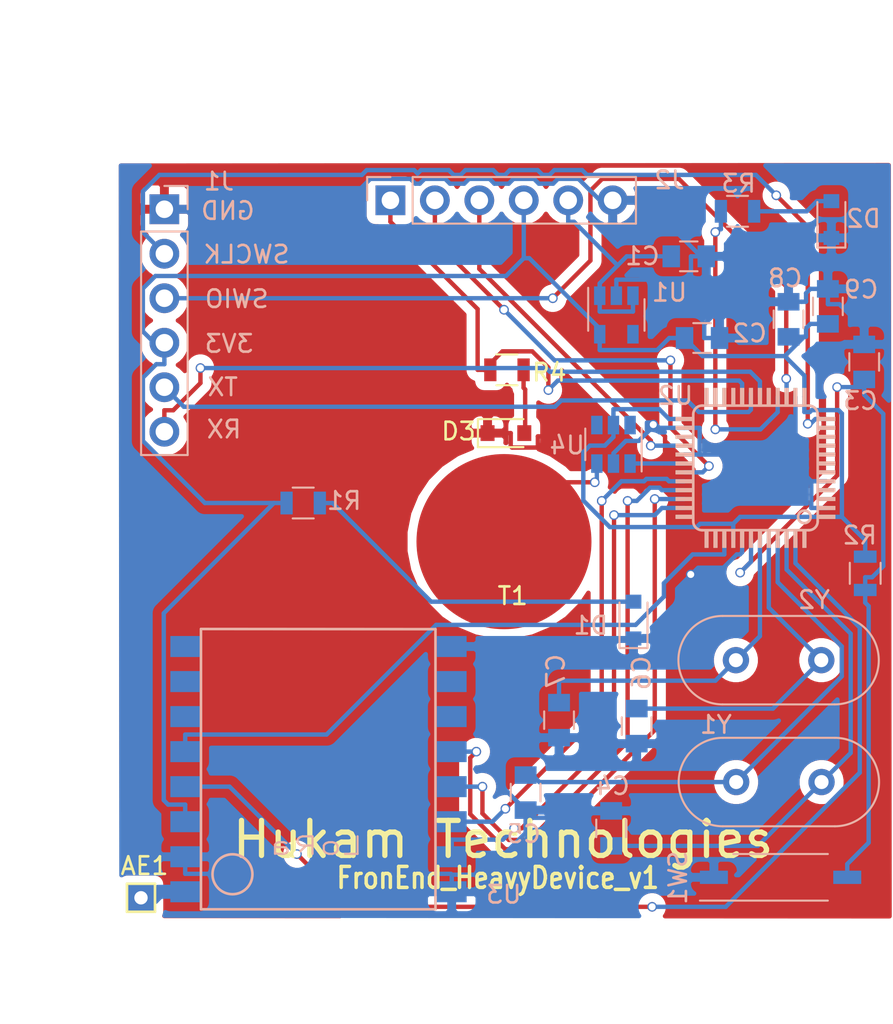
<source format=kicad_pcb>
(kicad_pcb (version 20171130) (host pcbnew 5.1.7-a382d34a8~88~ubuntu18.04.1)

  (general
    (thickness 1.6)
    (drawings 15)
    (tracks 442)
    (zones 0)
    (modules 27)
    (nets 55)
  )

  (page A4)
  (layers
    (0 F.Cu signal)
    (31 B.Cu signal)
    (32 B.Adhes user)
    (33 F.Adhes user)
    (34 B.Paste user)
    (35 F.Paste user)
    (36 B.SilkS user)
    (37 F.SilkS user)
    (38 B.Mask user)
    (39 F.Mask user)
    (40 Dwgs.User user)
    (41 Cmts.User user)
    (42 Eco1.User user)
    (43 Eco2.User user)
    (44 Edge.Cuts user)
    (45 Margin user)
    (46 B.CrtYd user)
    (47 F.CrtYd user)
    (48 B.Fab user)
    (49 F.Fab user)
  )

  (setup
    (last_trace_width 0.25)
    (trace_clearance 0.25)
    (zone_clearance 0.508)
    (zone_45_only no)
    (trace_min 0.2)
    (via_size 0.55)
    (via_drill 0.4)
    (via_min_size 0.4)
    (via_min_drill 0.3)
    (uvia_size 0.5)
    (uvia_drill 0.3)
    (uvias_allowed no)
    (uvia_min_size 0.2)
    (uvia_min_drill 0.1)
    (edge_width 0.05)
    (segment_width 0.2)
    (pcb_text_width 0.3)
    (pcb_text_size 1.5 1.5)
    (mod_edge_width 0.12)
    (mod_text_size 1 1)
    (mod_text_width 0.15)
    (pad_size 1.524 1.524)
    (pad_drill 0.762)
    (pad_to_mask_clearance 0.05)
    (aux_axis_origin 0 0)
    (visible_elements FFFFFF7F)
    (pcbplotparams
      (layerselection 0x3f3ff_ffffffff)
      (usegerberextensions true)
      (usegerberattributes false)
      (usegerberadvancedattributes false)
      (creategerberjobfile true)
      (excludeedgelayer true)
      (linewidth 0.150000)
      (plotframeref false)
      (viasonmask false)
      (mode 1)
      (useauxorigin false)
      (hpglpennumber 1)
      (hpglpenspeed 20)
      (hpglpendiameter 15.000000)
      (psnegative false)
      (psa4output false)
      (plotreference true)
      (plotvalue true)
      (plotinvisibletext false)
      (padsonsilk false)
      (subtractmaskfromsilk false)
      (outputformat 1)
      (mirror false)
      (drillshape 0)
      (scaleselection 1)
      (outputdirectory "FrontEnd_HeavyDevice_v1_Gerber/"))
  )

  (net 0 "")
  (net 1 "Net-(AE1-Pad1)")
  (net 2 /5V)
  (net 3 /GND)
  (net 4 /VCC3V3)
  (net 5 /RESET)
  (net 6 /PC14)
  (net 7 /PC15)
  (net 8 /OSCIN)
  (net 9 /OSCOUT)
  (net 10 "Net-(D1-Pad2)")
  (net 11 "Net-(D2-Pad2)")
  (net 12 /RX0)
  (net 13 /TX0)
  (net 14 /SWIO)
  (net 15 /SWCLK)
  (net 16 /DSW_1)
  (net 17 /Opto_IN)
  (net 18 /Energy)
  (net 19 "Net-(R3-Pad2)")
  (net 20 "Net-(U1-Pad4)")
  (net 21 /NSS)
  (net 22 /Reset_Lora)
  (net 23 /DIO0)
  (net 24 "Net-(U2-Pad26)")
  (net 25 "Net-(U2-Pad27)")
  (net 26 "Net-(U2-Pad28)")
  (net 27 "Net-(U2-Pad32)")
  (net 28 /SCK)
  (net 29 /MISO)
  (net 30 /MOSI)
  (net 31 "Net-(U2-Pad42)")
  (net 32 "Net-(U2-Pad43)")
  (net 33 "Net-(U2-Pad45)")
  (net 34 "Net-(U2-Pad46)")
  (net 35 /Touch_1)
  (net 36 "Net-(U3-Pad7)")
  (net 37 "Net-(U3-Pad8)")
  (net 38 "Net-(U3-Pad10)")
  (net 39 "Net-(U3-Pad11)")
  (net 40 "Net-(T1-Pad1)")
  (net 41 "Net-(U4-Pad4)")
  (net 42 "Net-(U4-Pad6)")
  (net 43 "Net-(D3-Pad2)")
  (net 44 "Net-(U2-Pad38)")
  (net 45 "Net-(U2-Pad1)")
  (net 46 "Net-(U2-Pad11)")
  (net 47 "Net-(U2-Pad12)")
  (net 48 "Net-(U2-Pad13)")
  (net 49 "Net-(U2-Pad22)")
  (net 50 "Net-(U2-Pad39)")
  (net 51 "Net-(U2-Pad40)")
  (net 52 "Net-(U2-Pad41)")
  (net 53 "Net-(U2-Pad25)")
  (net 54 "Net-(U3-Pad6)")

  (net_class Default "This is the default net class."
    (clearance 0.25)
    (trace_width 0.25)
    (via_dia 0.55)
    (via_drill 0.4)
    (uvia_dia 0.5)
    (uvia_drill 0.3)
    (diff_pair_width 0.2)
    (diff_pair_gap 0.2)
    (add_net /5V)
    (add_net /DIO0)
    (add_net /DSW_1)
    (add_net /Energy)
    (add_net /GND)
    (add_net /MISO)
    (add_net /MOSI)
    (add_net /NSS)
    (add_net /OSCIN)
    (add_net /OSCOUT)
    (add_net /Opto_IN)
    (add_net /PC14)
    (add_net /PC15)
    (add_net /RESET)
    (add_net /RX0)
    (add_net /Reset_Lora)
    (add_net /SCK)
    (add_net /SWCLK)
    (add_net /SWIO)
    (add_net /TX0)
    (add_net /Touch_1)
    (add_net /VCC3V3)
    (add_net "Net-(D1-Pad2)")
    (add_net "Net-(D2-Pad2)")
    (add_net "Net-(D3-Pad2)")
    (add_net "Net-(R3-Pad2)")
    (add_net "Net-(T1-Pad1)")
    (add_net "Net-(U1-Pad4)")
    (add_net "Net-(U2-Pad1)")
    (add_net "Net-(U2-Pad11)")
    (add_net "Net-(U2-Pad12)")
    (add_net "Net-(U2-Pad13)")
    (add_net "Net-(U2-Pad22)")
    (add_net "Net-(U2-Pad25)")
    (add_net "Net-(U2-Pad26)")
    (add_net "Net-(U2-Pad27)")
    (add_net "Net-(U2-Pad28)")
    (add_net "Net-(U2-Pad32)")
    (add_net "Net-(U2-Pad38)")
    (add_net "Net-(U2-Pad39)")
    (add_net "Net-(U2-Pad40)")
    (add_net "Net-(U2-Pad41)")
    (add_net "Net-(U2-Pad42)")
    (add_net "Net-(U2-Pad43)")
    (add_net "Net-(U2-Pad45)")
    (add_net "Net-(U2-Pad46)")
    (add_net "Net-(U3-Pad10)")
    (add_net "Net-(U3-Pad11)")
    (add_net "Net-(U3-Pad6)")
    (add_net "Net-(U3-Pad7)")
    (add_net "Net-(U3-Pad8)")
    (add_net "Net-(U4-Pad4)")
    (add_net "Net-(U4-Pad6)")
  )

  (net_class Antenna ""
    (clearance 0.25)
    (trace_width 0.8)
    (via_dia 0.55)
    (via_drill 0.4)
    (uvia_dia 0.5)
    (uvia_drill 0.3)
    (diff_pair_width 0.2)
    (diff_pair_gap 0.2)
    (add_net "Net-(AE1-Pad1)")
  )

  (module Pin_Headers:PinHeader_1x06_P2.54mm_Vertical (layer B.Cu) (tedit 59FED5CC) (tstamp 60FC17E5)
    (at 111.54 77.89 270)
    (descr "Through hole straight pin header, 1x06, 2.54mm pitch, single row")
    (tags "Through hole pin header THT 1x06 2.54mm single row")
    (path /611342A7)
    (fp_text reference J2 (at -1.15406 -15.94514) (layer B.SilkS)
      (effects (font (size 1 1) (thickness 0.15)) (justify mirror))
    )
    (fp_text value Conn_01x06_Female (at 0 -15.03 270) (layer B.Fab) hide
      (effects (font (size 1 1) (thickness 0.15)) (justify mirror))
    )
    (fp_line (start 1.8 1.8) (end -1.8 1.8) (layer B.CrtYd) (width 0.05))
    (fp_line (start 1.8 -14.5) (end 1.8 1.8) (layer B.CrtYd) (width 0.05))
    (fp_line (start -1.8 -14.5) (end 1.8 -14.5) (layer B.CrtYd) (width 0.05))
    (fp_line (start -1.8 1.8) (end -1.8 -14.5) (layer B.CrtYd) (width 0.05))
    (fp_line (start -1.33 1.33) (end 0 1.33) (layer B.SilkS) (width 0.12))
    (fp_line (start -1.33 0) (end -1.33 1.33) (layer B.SilkS) (width 0.12))
    (fp_line (start -1.33 -1.27) (end 1.33 -1.27) (layer B.SilkS) (width 0.12))
    (fp_line (start 1.33 -1.27) (end 1.33 -14.03) (layer B.SilkS) (width 0.12))
    (fp_line (start -1.33 -1.27) (end -1.33 -14.03) (layer B.SilkS) (width 0.12))
    (fp_line (start -1.33 -14.03) (end 1.33 -14.03) (layer B.SilkS) (width 0.12))
    (fp_line (start -1.27 0.635) (end -0.635 1.27) (layer B.Fab) (width 0.1))
    (fp_line (start -1.27 -13.97) (end -1.27 0.635) (layer B.Fab) (width 0.1))
    (fp_line (start 1.27 -13.97) (end -1.27 -13.97) (layer B.Fab) (width 0.1))
    (fp_line (start 1.27 1.27) (end 1.27 -13.97) (layer B.Fab) (width 0.1))
    (fp_line (start -0.635 1.27) (end 1.27 1.27) (layer B.Fab) (width 0.1))
    (fp_text user %R (at 0 -6.35) (layer B.Fab) hide
      (effects (font (size 1 1) (thickness 0.15)) (justify mirror))
    )
    (pad 6 thru_hole oval (at 0 -12.7 270) (size 1.7 1.7) (drill 1) (layers *.Cu *.Mask)
      (net 3 /GND))
    (pad 5 thru_hole oval (at 0 -10.16 270) (size 1.7 1.7) (drill 1) (layers *.Cu *.Mask)
      (net 2 /5V))
    (pad 4 thru_hole oval (at 0 -7.62 270) (size 1.7 1.7) (drill 1) (layers *.Cu *.Mask)
      (net 4 /VCC3V3))
    (pad 3 thru_hole oval (at 0 -5.08 270) (size 1.7 1.7) (drill 1) (layers *.Cu *.Mask)
      (net 17 /Opto_IN))
    (pad 2 thru_hole oval (at 0 -2.54 270) (size 1.7 1.7) (drill 1) (layers *.Cu *.Mask)
      (net 18 /Energy))
    (pad 1 thru_hole rect (at 0 0 270) (size 1.7 1.7) (drill 1) (layers *.Cu *.Mask)
      (net 16 /DSW_1))
    (model ${KISYS3DMOD}/Connector_PinHeader_2.54mm.3dshapes/PinHeader_1x06_P2.54mm_Vertical.wrl
      (at (xyz 0 0 0))
      (scale (xyz 1 1 1))
      (rotate (xyz 0 0 0))
    )
  )

  (module Pin_Headers:Pin_Header_Straight_1x06_Pitch2.54mm (layer B.Cu) (tedit 59650532) (tstamp 5F8417EB)
    (at 98.6231 78.3996 180)
    (descr "Through hole straight pin header, 1x06, 2.54mm pitch, single row")
    (tags "Through hole pin header THT 1x06 2.54mm single row")
    (path /5F84F8FA)
    (fp_text reference J1 (at -3.11658 1.59004) (layer B.SilkS)
      (effects (font (size 1 1) (thickness 0.15)) (justify mirror))
    )
    (fp_text value Conn_01x06_Female (at 0 -15.03) (layer B.Fab) hide
      (effects (font (size 1 1) (thickness 0.15)) (justify mirror))
    )
    (fp_line (start 1.8 1.8) (end -1.8 1.8) (layer B.CrtYd) (width 0.05))
    (fp_line (start 1.8 -14.5) (end 1.8 1.8) (layer B.CrtYd) (width 0.05))
    (fp_line (start -1.8 -14.5) (end 1.8 -14.5) (layer B.CrtYd) (width 0.05))
    (fp_line (start -1.8 1.8) (end -1.8 -14.5) (layer B.CrtYd) (width 0.05))
    (fp_line (start -1.33 1.33) (end 0 1.33) (layer B.SilkS) (width 0.12))
    (fp_line (start -1.33 0) (end -1.33 1.33) (layer B.SilkS) (width 0.12))
    (fp_line (start -1.33 -1.27) (end 1.33 -1.27) (layer B.SilkS) (width 0.12))
    (fp_line (start 1.33 -1.27) (end 1.33 -14.03) (layer B.SilkS) (width 0.12))
    (fp_line (start -1.33 -1.27) (end -1.33 -14.03) (layer B.SilkS) (width 0.12))
    (fp_line (start -1.33 -14.03) (end 1.33 -14.03) (layer B.SilkS) (width 0.12))
    (fp_line (start -1.27 0.635) (end -0.635 1.27) (layer B.Fab) (width 0.1))
    (fp_line (start -1.27 -13.97) (end -1.27 0.635) (layer B.Fab) (width 0.1))
    (fp_line (start 1.27 -13.97) (end -1.27 -13.97) (layer B.Fab) (width 0.1))
    (fp_line (start 1.27 1.27) (end 1.27 -13.97) (layer B.Fab) (width 0.1))
    (fp_line (start -0.635 1.27) (end 1.27 1.27) (layer B.Fab) (width 0.1))
    (fp_text user %R (at 0 -6.35 270) (layer B.Fab) hide
      (effects (font (size 1 1) (thickness 0.15)) (justify mirror))
    )
    (pad 1 thru_hole rect (at 0 0 180) (size 1.7 1.7) (drill 1) (layers *.Cu *.Mask)
      (net 3 /GND))
    (pad 2 thru_hole oval (at 0 -2.54 180) (size 1.7 1.7) (drill 1) (layers *.Cu *.Mask)
      (net 15 /SWCLK))
    (pad 3 thru_hole oval (at 0 -5.08 180) (size 1.7 1.7) (drill 1) (layers *.Cu *.Mask)
      (net 14 /SWIO))
    (pad 4 thru_hole oval (at 0 -7.62 180) (size 1.7 1.7) (drill 1) (layers *.Cu *.Mask)
      (net 4 /VCC3V3))
    (pad 5 thru_hole oval (at 0 -10.16 180) (size 1.7 1.7) (drill 1) (layers *.Cu *.Mask)
      (net 13 /TX0))
    (pad 6 thru_hole oval (at 0 -12.7 180) (size 1.7 1.7) (drill 1) (layers *.Cu *.Mask)
      (net 12 /RX0))
    (model ${KISYS3DMOD}/Pin_Headers.3dshapes/Pin_Header_Straight_1x06_Pitch2.54mm.wrl
      (at (xyz 0 0 0))
      (scale (xyz 1 1 1))
      (rotate (xyz 0 0 0))
    )
  )

  (module "Custom_Libraries:STM32(LQFP48)" (layer B.Cu) (tedit 5F81CC1C) (tstamp 5F487A12)
    (at 132.908 93.6727 90)
    (descr STM32)
    (tags STM32)
    (path /5F47C321)
    (attr smd)
    (fp_text reference U2 (at 4.63042 -5.07998) (layer B.SilkS)
      (effects (font (size 1 1) (thickness 0.15)) (justify mirror))
    )
    (fp_text value STM32 (at 0.762 0 270) (layer B.Fab) hide
      (effects (font (size 0.5 0.3) (thickness 0.075)) (justify mirror))
    )
    (fp_line (start -3.048 2.54) (end -3.048 -3.556) (layer B.SilkS) (width 0.15))
    (fp_line (start -2.54 -4.064) (end 3.556 -4.064) (layer B.SilkS) (width 0.15))
    (fp_line (start 4.064 -3.556) (end 4.064 2.54) (layer B.SilkS) (width 0.15))
    (fp_line (start 3.556 3.048) (end -2.54 3.048) (layer B.SilkS) (width 0.15))
    (fp_circle (center -2.286 2.286) (end -2.032 2.032) (layer B.SilkS) (width 0.15))
    (fp_arc (start 3.556 -3.556) (end 4.064 -3.556) (angle -90) (layer B.SilkS) (width 0.15))
    (fp_arc (start -2.54 -3.556) (end -2.54 -4.064) (angle -90) (layer B.SilkS) (width 0.15))
    (fp_arc (start 3.556 2.54) (end 3.556 3.048) (angle -90) (layer B.SilkS) (width 0.15))
    (fp_arc (start -2.54 2.54) (end -3.048 2.54) (angle -90) (layer B.SilkS) (width 0.15))
    (pad 38 smd rect (at 2.794 3.556 90) (size 0.23 1) (layers *.Adhes *.Paste *.SilkS *.Mask B.Cu Dwgs.User Eco1.User Eco2.User)
      (net 44 "Net-(U2-Pad38)"))
    (pad 1 smd rect (at -3.556 2.286 90) (size 1 0.23) (layers *.Adhes *.Paste *.SilkS *.Mask B.Cu Dwgs.User Eco1.User Eco2.User)
      (net 45 "Net-(U2-Pad1)"))
    (pad 2 smd rect (at -3.556 1.778 90) (size 1 0.23) (layers *.Adhes *.Paste *.SilkS *.Mask B.Cu Dwgs.User Eco1.User Eco2.User)
      (net 22 /Reset_Lora) (zone_connect 2))
    (pad 3 smd rect (at -3.556 1.27 90) (size 1 0.23) (layers *.Adhes *.Paste *.SilkS *.Mask B.Cu Dwgs.User Eco1.User Eco2.User)
      (net 6 /PC14))
    (pad 4 smd rect (at -3.556 0.762 90) (size 1 0.23) (layers *.Adhes *.Paste *.SilkS *.Mask B.Cu Dwgs.User Eco1.User Eco2.User)
      (net 7 /PC15))
    (pad 5 smd rect (at -3.556 0.254 90) (size 1 0.23) (layers *.Adhes *.Paste *.SilkS *.Mask B.Cu Dwgs.User Eco1.User Eco2.User)
      (net 8 /OSCIN))
    (pad 6 smd rect (at -3.556 -0.254 90) (size 1 0.23) (layers *.Adhes *.Paste *.SilkS *.Mask B.Cu Dwgs.User Eco1.User Eco2.User)
      (net 9 /OSCOUT))
    (pad 7 smd rect (at -3.556 -0.762 90) (size 1 0.23) (layers *.Adhes *.Paste *.SilkS *.Mask B.Cu Dwgs.User Eco1.User Eco2.User)
      (net 5 /RESET))
    (pad 8 smd rect (at -3.556 -1.27 90) (size 1 0.23) (layers *.Adhes *.Paste *.SilkS *.Mask B.Cu Dwgs.User Eco1.User Eco2.User)
      (net 3 /GND))
    (pad 9 smd rect (at -3.556 -1.778 90) (size 1 0.23) (layers *.Adhes *.Paste *.SilkS *.Mask B.Cu Dwgs.User Eco1.User Eco2.User)
      (net 4 /VCC3V3))
    (pad 10 smd rect (at -3.556 -2.286 90) (size 1 0.23) (layers *.Adhes *.Paste *.SilkS *.Mask B.Cu Dwgs.User Eco1.User Eco2.User)
      (net 23 /DIO0))
    (pad 11 smd rect (at -3.556 -2.794 90) (size 1 0.23) (layers *.Adhes *.Paste *.SilkS *.Mask B.Cu Dwgs.User Eco1.User Eco2.User)
      (net 46 "Net-(U2-Pad11)"))
    (pad 12 smd rect (at -3.556 -3.302 90) (size 1 0.23) (layers *.Adhes *.Paste *.SilkS *.Mask B.Cu Dwgs.User Eco1.User Eco2.User)
      (net 47 "Net-(U2-Pad12)"))
    (pad 13 smd rect (at -2.286 -4.572 90) (size 0.23 1) (layers *.Adhes *.Paste *.SilkS *.Mask B.Cu Dwgs.User Eco1.User Eco2.User)
      (net 48 "Net-(U2-Pad13)"))
    (pad 14 smd rect (at -1.778 -4.572 90) (size 0.23 1) (layers *.Adhes *.Paste *.SilkS *.Mask B.Cu Dwgs.User Eco1.User Eco2.User)
      (net 21 /NSS))
    (pad 16 smd rect (at -0.762 -4.572 90) (size 0.23 1) (layers *.Adhes *.Paste *.SilkS *.Mask B.Cu Dwgs.User Eco1.User Eco2.User)
      (net 29 /MISO))
    (pad 17 smd rect (at -0.254 -4.572 90) (size 0.23 1) (layers *.Adhes *.Paste *.SilkS *.Mask B.Cu Dwgs.User Eco1.User Eco2.User)
      (net 30 /MOSI))
    (pad 18 smd rect (at 0.254 -4.572 90) (size 0.23 1) (layers *.Adhes *.Paste *.SilkS *.Mask B.Cu Dwgs.User Eco1.User Eco2.User)
      (net 18 /Energy))
    (pad 19 smd rect (at 0.762 -4.572 90) (size 0.23 1) (layers *.Adhes *.Paste *.SilkS *.Mask B.Cu Dwgs.User Eco1.User Eco2.User)
      (net 35 /Touch_1))
    (pad 20 smd rect (at 1.27 -4.572 90) (size 0.23 1) (layers *.Adhes *.Paste *.SilkS *.Mask B.Cu Dwgs.User Eco1.User Eco2.User)
      (net 3 /GND))
    (pad 21 smd rect (at 1.778 -4.572 90) (size 0.23 1) (layers *.Adhes *.Paste *.SilkS *.Mask B.Cu Dwgs.User Eco1.User Eco2.User)
      (net 17 /Opto_IN))
    (pad 22 smd rect (at 2.286 -4.572 90) (size 0.23 1) (layers *.Adhes *.Paste *.SilkS *.Mask B.Cu Dwgs.User Eco1.User Eco2.User)
      (net 49 "Net-(U2-Pad22)"))
    (pad 23 smd rect (at 2.794 -4.572 90) (size 0.23 1) (layers *.Adhes *.Paste *.SilkS *.Mask B.Cu Dwgs.User Eco1.User Eco2.User)
      (net 3 /GND))
    (pad 24 smd rect (at 3.302 -4.572 90) (size 0.23 1) (layers *.Adhes *.Paste *.SilkS *.Mask B.Cu Dwgs.User Eco1.User Eco2.User)
      (net 4 /VCC3V3))
    (pad 26 smd rect (at 4.572 -2.794 90) (size 1 0.23) (layers *.Adhes *.Paste *.SilkS *.Mask B.Cu Dwgs.User Eco1.User Eco2.User)
      (net 24 "Net-(U2-Pad26)"))
    (pad 27 smd rect (at 4.572 -2.286 90) (size 1 0.23) (layers *.Adhes *.Paste *.SilkS *.Mask B.Cu Dwgs.User Eco1.User Eco2.User)
      (net 25 "Net-(U2-Pad27)"))
    (pad 28 smd rect (at 4.572 -1.778 90) (size 1 0.23) (layers *.Adhes *.Paste *.SilkS *.Mask B.Cu Dwgs.User Eco1.User Eco2.User)
      (net 26 "Net-(U2-Pad28)"))
    (pad 29 smd rect (at 4.572 -1.27 90) (size 1 0.23) (layers *.Adhes *.Paste *.SilkS *.Mask B.Cu Dwgs.User Eco1.User Eco2.User)
      (net 16 /DSW_1))
    (pad 30 smd rect (at 4.572 -0.762 90) (size 1 0.23) (layers *.Adhes *.Paste *.SilkS *.Mask B.Cu Dwgs.User Eco1.User Eco2.User)
      (net 13 /TX0))
    (pad 31 smd rect (at 4.572 -0.254 90) (size 1 0.23) (layers *.Adhes *.Paste *.SilkS *.Mask B.Cu Dwgs.User Eco1.User Eco2.User)
      (net 12 /RX0))
    (pad 32 smd rect (at 4.572 0.254 90) (size 1 0.23) (layers *.Adhes *.Paste *.SilkS *.Mask B.Cu Dwgs.User Eco1.User Eco2.User)
      (net 27 "Net-(U2-Pad32)"))
    (pad 33 smd rect (at 4.572 0.762 90) (size 1 0.23) (layers *.Adhes *.Paste *.SilkS *.Mask B.Cu Dwgs.User Eco1.User Eco2.User)
      (net 19 "Net-(R3-Pad2)"))
    (pad 34 smd rect (at 4.572 1.27 90) (size 1 0.23) (layers *.Adhes *.Paste *.SilkS *.Mask B.Cu Dwgs.User Eco1.User Eco2.User)
      (net 14 /SWIO))
    (pad 35 smd rect (at 4.572 1.778 90) (size 1 0.23) (layers *.Adhes *.Paste *.SilkS *.Mask B.Cu Dwgs.User Eco1.User Eco2.User)
      (net 3 /GND))
    (pad 36 smd rect (at 4.572 2.286 90) (size 1 0.23) (layers *.Adhes *.Paste *.SilkS *.Mask B.Cu Dwgs.User Eco1.User Eco2.User)
      (net 4 /VCC3V3))
    (pad 37 smd rect (at 3.302 3.556 90) (size 0.23 1) (layers *.Adhes *.Paste *.SilkS *.Mask B.Cu Dwgs.User Eco1.User Eco2.User)
      (net 15 /SWCLK))
    (pad 39 smd rect (at 2.286 3.556 90) (size 0.23 1) (layers *.Adhes *.Paste *.SilkS *.Mask B.Cu Dwgs.User Eco1.User Eco2.User)
      (net 50 "Net-(U2-Pad39)"))
    (pad 40 smd rect (at 1.778 3.556 90) (size 0.23 1) (layers *.Adhes *.Paste *.SilkS *.Mask B.Cu Dwgs.User Eco1.User Eco2.User)
      (net 51 "Net-(U2-Pad40)"))
    (pad 41 smd rect (at 1.27 3.556 90) (size 0.23 1) (layers *.Adhes *.Paste *.SilkS *.Mask B.Cu Dwgs.User Eco1.User Eco2.User)
      (net 52 "Net-(U2-Pad41)"))
    (pad 42 smd rect (at 0.762 3.556 90) (size 0.23 1) (layers *.Adhes *.Paste *.SilkS *.Mask B.Cu Dwgs.User Eco1.User Eco2.User)
      (net 31 "Net-(U2-Pad42)"))
    (pad 43 smd rect (at 0.254 3.556 90) (size 0.23 1) (layers *.Adhes *.Paste *.SilkS *.Mask B.Cu Dwgs.User Eco1.User Eco2.User)
      (net 32 "Net-(U2-Pad43)"))
    (pad 44 smd rect (at -0.254 3.556 90) (size 0.23 1) (layers *.Adhes *.Paste *.SilkS *.Mask B.Cu Dwgs.User Eco1.User Eco2.User)
      (net 3 /GND))
    (pad 45 smd rect (at -0.762 3.556 90) (size 0.23 1) (layers *.Adhes *.Paste *.SilkS *.Mask B.Cu Dwgs.User Eco1.User Eco2.User)
      (net 33 "Net-(U2-Pad45)"))
    (pad 46 smd rect (at -1.27 3.556 90) (size 0.23 1) (layers *.Adhes *.Paste *.SilkS *.Mask B.Cu Dwgs.User Eco1.User Eco2.User)
      (net 34 "Net-(U2-Pad46)"))
    (pad 47 smd rect (at -1.778 3.556 90) (size 0.23 1) (layers *.Adhes *.Paste *.SilkS *.Mask B.Cu Dwgs.User Eco1.User Eco2.User)
      (net 3 /GND))
    (pad 48 smd rect (at -2.286 3.556 90) (size 0.23 1) (layers *.Adhes *.Paste *.SilkS *.Mask B.Cu Dwgs.User Eco1.User Eco2.User)
      (net 4 /VCC3V3))
    (pad 25 smd rect (at 4.572 -3.302 90) (size 1 0.23) (layers *.Adhes *.Paste *.SilkS *.Mask B.Cu Dwgs.User Eco1.User Eco2.User)
      (net 53 "Net-(U2-Pad25)"))
    (pad 15 smd rect (at -1.27 -4.572 90) (size 0.23 1) (layers *.Adhes *.Paste *.SilkS *.Mask B.Cu Dwgs.User Eco1.User Eco2.User)
      (net 28 /SCK))
  )

  (module Resistors_SMD:R_0805 (layer F.Cu) (tedit 58E0A804) (tstamp 5F4B90AD)
    (at 118.199 87.5665 180)
    (descr "Resistor SMD 0805, reflow soldering, Vishay (see dcrcw.pdf)")
    (tags "resistor 0805")
    (path /5F4C861D)
    (attr smd)
    (fp_text reference R4 (at -2.42316 -0.14986 180) (layer F.SilkS)
      (effects (font (size 1 1) (thickness 0.15)))
    )
    (fp_text value "510 R" (at 0 1.75 180) (layer F.Fab) hide
      (effects (font (size 1 1) (thickness 0.15)))
    )
    (fp_line (start 1.55 0.9) (end -1.55 0.9) (layer F.CrtYd) (width 0.05))
    (fp_line (start 1.55 0.9) (end 1.55 -0.9) (layer F.CrtYd) (width 0.05))
    (fp_line (start -1.55 -0.9) (end -1.55 0.9) (layer F.CrtYd) (width 0.05))
    (fp_line (start -1.55 -0.9) (end 1.55 -0.9) (layer F.CrtYd) (width 0.05))
    (fp_line (start -0.6 -0.88) (end 0.6 -0.88) (layer F.SilkS) (width 0.12))
    (fp_line (start 0.6 0.88) (end -0.6 0.88) (layer F.SilkS) (width 0.12))
    (fp_line (start -1 -0.62) (end 1 -0.62) (layer F.Fab) (width 0.1))
    (fp_line (start 1 -0.62) (end 1 0.62) (layer F.Fab) (width 0.1))
    (fp_line (start 1 0.62) (end -1 0.62) (layer F.Fab) (width 0.1))
    (fp_line (start -1 0.62) (end -1 -0.62) (layer F.Fab) (width 0.1))
    (fp_text user %R (at 0 0 180) (layer F.Fab) hide
      (effects (font (size 0.5 0.5) (thickness 0.075)))
    )
    (pad 1 smd rect (at -0.95 0 180) (size 0.7 1.3) (layers F.Cu F.Paste F.Mask)
      (net 43 "Net-(D3-Pad2)"))
    (pad 2 smd rect (at 0.95 0 180) (size 0.7 1.3) (layers F.Cu F.Paste F.Mask)
      (net 16 /DSW_1))
    (model ${KISYS3DMOD}/Resistors_SMD.3dshapes/R_0805.wrl
      (at (xyz 0 0 0))
      (scale (xyz 1 1 1))
      (rotate (xyz 0 0 0))
    )
  )

  (module Diodes_SMD:D_0805 (layer F.Cu) (tedit 590CE9A4) (tstamp 5F4B8FD7)
    (at 118.14048 91.17838)
    (descr "Diode SMD in 0805 package http://datasheets.avx.com/schottky.pdf")
    (tags "smd diode")
    (path /5F4C8627)
    (attr smd)
    (fp_text reference D3 (at -2.70764 -0.10414) (layer F.SilkS)
      (effects (font (size 1 1) (thickness 0.15)))
    )
    (fp_text value LED (at 0 1.7) (layer F.Fab) hide
      (effects (font (size 1 1) (thickness 0.15)))
    )
    (fp_line (start -1.6 -0.8) (end 1 -0.8) (layer F.SilkS) (width 0.12))
    (fp_line (start -1.6 0.8) (end 1 0.8) (layer F.SilkS) (width 0.12))
    (fp_line (start -1 -0.65) (end 1 -0.65) (layer F.Fab) (width 0.1))
    (fp_line (start 1 -0.65) (end 1 0.65) (layer F.Fab) (width 0.1))
    (fp_line (start 1 0.65) (end -1 0.65) (layer F.Fab) (width 0.1))
    (fp_line (start -1 0.65) (end -1 -0.65) (layer F.Fab) (width 0.1))
    (fp_line (start 0.2 -0.2) (end -0.1 0) (layer F.Fab) (width 0.1))
    (fp_line (start -0.1 0) (end 0.2 0.2) (layer F.Fab) (width 0.1))
    (fp_line (start 0.2 0.2) (end 0.2 -0.2) (layer F.Fab) (width 0.1))
    (fp_line (start -0.1 -0.2) (end -0.1 0.2) (layer F.Fab) (width 0.1))
    (fp_line (start -0.1 0) (end -0.3 0) (layer F.Fab) (width 0.1))
    (fp_line (start 0.2 0) (end 0.4 0) (layer F.Fab) (width 0.1))
    (fp_line (start -1.7 -0.88) (end 1.7 -0.88) (layer F.CrtYd) (width 0.05))
    (fp_line (start 1.7 -0.88) (end 1.7 0.88) (layer F.CrtYd) (width 0.05))
    (fp_line (start 1.7 0.88) (end -1.7 0.88) (layer F.CrtYd) (width 0.05))
    (fp_line (start -1.7 0.88) (end -1.7 -0.88) (layer F.CrtYd) (width 0.05))
    (fp_line (start -1.6 -0.8) (end -1.6 0.8) (layer F.SilkS) (width 0.12))
    (fp_text user %R (at 0 -1.6) (layer F.Fab) hide
      (effects (font (size 1 1) (thickness 0.15)))
    )
    (pad 1 smd rect (at -1.05 0) (size 0.8 0.9) (layers F.Cu F.Paste F.Mask)
      (net 3 /GND))
    (pad 2 smd rect (at 1.05 0) (size 0.8 0.9) (layers F.Cu F.Paste F.Mask)
      (net 43 "Net-(D3-Pad2)"))
    (model ${KISYS3DMOD}/Diodes_SMD.3dshapes/D_0805.wrl
      (at (xyz 0 0 0))
      (scale (xyz 1 1 1))
      (rotate (xyz 0 0 0))
    )
  )

  (module Custom_Libraries:Anntenna (layer F.Cu) (tedit 5F48888E) (tstamp 5F4877FC)
    (at 97.2871 117.704)
    (descr "module 1 pin (ou trou mecanique de percage)")
    (tags DEV)
    (path /5F2C5F88)
    (fp_text reference AE1 (at 0.20066 -1.82372) (layer F.SilkS)
      (effects (font (size 1 1) (thickness 0.15)))
    )
    (fp_text value Antenna (at 0.24892 3.74904) (layer F.Fab) hide
      (effects (font (size 1 1) (thickness 0.15)))
    )
    (fp_line (start -0.8 -0.8) (end 0.8 -0.8) (layer F.SilkS) (width 0.15))
    (fp_line (start 0.8 -0.8) (end 0.8 0.8) (layer F.SilkS) (width 0.15))
    (fp_line (start 0.8 0.8) (end -0.8 0.8) (layer F.SilkS) (width 0.15))
    (fp_line (start -0.8 0.8) (end -0.8 -0.8) (layer F.SilkS) (width 0.15))
    (pad 1 thru_hole rect (at 0 0) (size 1.524 1.524) (drill 0.762) (layers *.Cu *.Mask)
      (net 1 "Net-(AE1-Pad1)"))
  )

  (module Custom_Libraries:Touch_Pad (layer F.Cu) (tedit 5F487CA3) (tstamp 5F4882A7)
    (at 118.029 97.3734)
    (path /5F141EB5)
    (fp_text reference T1 (at 0.5 3.1) (layer F.SilkS)
      (effects (font (size 1 1) (thickness 0.15)))
    )
    (fp_text value Touch_Pad (at 0 -0.5) (layer F.Fab)
      (effects (font (size 1 1) (thickness 0.15)))
    )
    (pad 1 smd circle (at 0 0) (size 10 10) (layers F.Cu F.Paste F.Mask)
      (net 40 "Net-(T1-Pad1)"))
  )

  (module Capacitors_SMD:C_0805 (layer B.Cu) (tedit 58AA8463) (tstamp 5F48780D)
    (at 128.588 81.087 180)
    (descr "Capacitor SMD 0805, reflow soldering, AVX (see smccp.pdf)")
    (tags "capacitor 0805")
    (path /5F152167)
    (attr smd)
    (fp_text reference C1 (at 2.64668 0.0127) (layer B.SilkS)
      (effects (font (size 1 1) (thickness 0.15)) (justify mirror))
    )
    (fp_text value "100 nf" (at 0 -1.75) (layer B.Fab) hide
      (effects (font (size 1 1) (thickness 0.15)) (justify mirror))
    )
    (fp_line (start 1.75 -0.87) (end -1.75 -0.87) (layer B.CrtYd) (width 0.05))
    (fp_line (start 1.75 -0.87) (end 1.75 0.88) (layer B.CrtYd) (width 0.05))
    (fp_line (start -1.75 0.88) (end -1.75 -0.87) (layer B.CrtYd) (width 0.05))
    (fp_line (start -1.75 0.88) (end 1.75 0.88) (layer B.CrtYd) (width 0.05))
    (fp_line (start -0.5 -0.85) (end 0.5 -0.85) (layer B.SilkS) (width 0.12))
    (fp_line (start 0.5 0.85) (end -0.5 0.85) (layer B.SilkS) (width 0.12))
    (fp_line (start -1 0.62) (end 1 0.62) (layer B.Fab) (width 0.1))
    (fp_line (start 1 0.62) (end 1 -0.62) (layer B.Fab) (width 0.1))
    (fp_line (start 1 -0.62) (end -1 -0.62) (layer B.Fab) (width 0.1))
    (fp_line (start -1 -0.62) (end -1 0.62) (layer B.Fab) (width 0.1))
    (fp_text user %R (at 0 1.5) (layer B.Fab) hide
      (effects (font (size 1 1) (thickness 0.15)) (justify mirror))
    )
    (pad 2 smd rect (at 1 0 180) (size 1 1.25) (layers B.Cu B.Paste B.Mask)
      (net 2 /5V))
    (pad 1 smd rect (at -1 0 180) (size 1 1.25) (layers B.Cu B.Paste B.Mask)
      (net 3 /GND))
    (model Capacitors_SMD.3dshapes/C_0805.wrl
      (at (xyz 0 0 0))
      (scale (xyz 1 1 1))
      (rotate (xyz 0 0 0))
    )
  )

  (module Capacitors_SMD:C_0805 (layer B.Cu) (tedit 58AA8463) (tstamp 5F48781E)
    (at 129.347 85.7504 180)
    (descr "Capacitor SMD 0805, reflow soldering, AVX (see smccp.pdf)")
    (tags "capacitor 0805")
    (path /5F14D815)
    (attr smd)
    (fp_text reference C2 (at -2.72212 0.27178) (layer B.SilkS)
      (effects (font (size 1 1) (thickness 0.15)) (justify mirror))
    )
    (fp_text value "100 nf" (at 0 -1.75 180) (layer B.Fab) hide
      (effects (font (size 1 1) (thickness 0.15)) (justify mirror))
    )
    (fp_line (start -1 -0.62) (end -1 0.62) (layer B.Fab) (width 0.1))
    (fp_line (start 1 -0.62) (end -1 -0.62) (layer B.Fab) (width 0.1))
    (fp_line (start 1 0.62) (end 1 -0.62) (layer B.Fab) (width 0.1))
    (fp_line (start -1 0.62) (end 1 0.62) (layer B.Fab) (width 0.1))
    (fp_line (start 0.5 0.85) (end -0.5 0.85) (layer B.SilkS) (width 0.12))
    (fp_line (start -0.5 -0.85) (end 0.5 -0.85) (layer B.SilkS) (width 0.12))
    (fp_line (start -1.75 0.88) (end 1.75 0.88) (layer B.CrtYd) (width 0.05))
    (fp_line (start -1.75 0.88) (end -1.75 -0.87) (layer B.CrtYd) (width 0.05))
    (fp_line (start 1.75 -0.87) (end 1.75 0.88) (layer B.CrtYd) (width 0.05))
    (fp_line (start 1.75 -0.87) (end -1.75 -0.87) (layer B.CrtYd) (width 0.05))
    (fp_text user %R (at 0 1.5 180) (layer B.Fab) hide
      (effects (font (size 1 1) (thickness 0.15)) (justify mirror))
    )
    (pad 1 smd rect (at -1 0 180) (size 1 1.25) (layers B.Cu B.Paste B.Mask)
      (net 3 /GND))
    (pad 2 smd rect (at 1 0 180) (size 1 1.25) (layers B.Cu B.Paste B.Mask)
      (net 4 /VCC3V3))
    (model Capacitors_SMD.3dshapes/C_0805.wrl
      (at (xyz 0 0 0))
      (scale (xyz 1 1 1))
      (rotate (xyz 0 0 0))
    )
  )

  (module Capacitors_SMD:C_0805 (layer B.Cu) (tedit 58AA8463) (tstamp 5F48782F)
    (at 138.613 87.1144 270)
    (descr "Capacitor SMD 0805, reflow soldering, AVX (see smccp.pdf)")
    (tags "capacitor 0805")
    (path /5F129E71)
    (attr smd)
    (fp_text reference C3 (at 2.22504 0.21336 180) (layer B.SilkS)
      (effects (font (size 1 1) (thickness 0.15)) (justify mirror))
    )
    (fp_text value 1.0uf (at 0 -1.75 270) (layer B.Fab) hide
      (effects (font (size 1 1) (thickness 0.15)) (justify mirror))
    )
    (fp_line (start 1.75 -0.87) (end -1.75 -0.87) (layer B.CrtYd) (width 0.05))
    (fp_line (start 1.75 -0.87) (end 1.75 0.88) (layer B.CrtYd) (width 0.05))
    (fp_line (start -1.75 0.88) (end -1.75 -0.87) (layer B.CrtYd) (width 0.05))
    (fp_line (start -1.75 0.88) (end 1.75 0.88) (layer B.CrtYd) (width 0.05))
    (fp_line (start -0.5 -0.85) (end 0.5 -0.85) (layer B.SilkS) (width 0.12))
    (fp_line (start 0.5 0.85) (end -0.5 0.85) (layer B.SilkS) (width 0.12))
    (fp_line (start -1 0.62) (end 1 0.62) (layer B.Fab) (width 0.1))
    (fp_line (start 1 0.62) (end 1 -0.62) (layer B.Fab) (width 0.1))
    (fp_line (start 1 -0.62) (end -1 -0.62) (layer B.Fab) (width 0.1))
    (fp_line (start -1 -0.62) (end -1 0.62) (layer B.Fab) (width 0.1))
    (fp_text user %R (at 0 1.5 270) (layer B.Fab) hide
      (effects (font (size 1 1) (thickness 0.15)) (justify mirror))
    )
    (pad 2 smd rect (at 1 0 270) (size 1 1.25) (layers B.Cu B.Paste B.Mask)
      (net 5 /RESET))
    (pad 1 smd rect (at -1 0 270) (size 1 1.25) (layers B.Cu B.Paste B.Mask)
      (net 3 /GND))
    (model Capacitors_SMD.3dshapes/C_0805.wrl
      (at (xyz 0 0 0))
      (scale (xyz 1 1 1))
      (rotate (xyz 0 0 0))
    )
  )

  (module Capacitors_SMD:C_0805 (layer B.Cu) (tedit 58AA8463) (tstamp 5F487840)
    (at 124.153 113.741 90)
    (descr "Capacitor SMD 0805, reflow soldering, AVX (see smccp.pdf)")
    (tags "capacitor 0805")
    (path /5F0E9AA7)
    (attr smd)
    (fp_text reference C4 (at 2.41808 0.08128 180) (layer B.SilkS)
      (effects (font (size 1 1) (thickness 0.15)) (justify mirror))
    )
    (fp_text value 10pf (at 0 -1.75 270) (layer B.Fab) hide
      (effects (font (size 1 1) (thickness 0.15)) (justify mirror))
    )
    (fp_line (start -1 -0.62) (end -1 0.62) (layer B.Fab) (width 0.1))
    (fp_line (start 1 -0.62) (end -1 -0.62) (layer B.Fab) (width 0.1))
    (fp_line (start 1 0.62) (end 1 -0.62) (layer B.Fab) (width 0.1))
    (fp_line (start -1 0.62) (end 1 0.62) (layer B.Fab) (width 0.1))
    (fp_line (start 0.5 0.85) (end -0.5 0.85) (layer B.SilkS) (width 0.12))
    (fp_line (start -0.5 -0.85) (end 0.5 -0.85) (layer B.SilkS) (width 0.12))
    (fp_line (start -1.75 0.88) (end 1.75 0.88) (layer B.CrtYd) (width 0.05))
    (fp_line (start -1.75 0.88) (end -1.75 -0.87) (layer B.CrtYd) (width 0.05))
    (fp_line (start 1.75 -0.87) (end 1.75 0.88) (layer B.CrtYd) (width 0.05))
    (fp_line (start 1.75 -0.87) (end -1.75 -0.87) (layer B.CrtYd) (width 0.05))
    (fp_text user %R (at 0 1.5 270) (layer B.Fab) hide
      (effects (font (size 1 1) (thickness 0.15)) (justify mirror))
    )
    (pad 1 smd rect (at -1 0 90) (size 1 1.25) (layers B.Cu B.Paste B.Mask)
      (net 6 /PC14))
    (pad 2 smd rect (at 1 0 90) (size 1 1.25) (layers B.Cu B.Paste B.Mask)
      (net 3 /GND))
    (model Capacitors_SMD.3dshapes/C_0805.wrl
      (at (xyz 0 0 0))
      (scale (xyz 1 1 1))
      (rotate (xyz 0 0 0))
    )
  )

  (module Capacitors_SMD:C_0805 (layer B.Cu) (tedit 58AA8463) (tstamp 5F487851)
    (at 119.266 111.699 270)
    (descr "Capacitor SMD 0805, reflow soldering, AVX (see smccp.pdf)")
    (tags "capacitor 0805")
    (path /5F0E94E8)
    (attr smd)
    (fp_text reference C5 (at 2.3622 0.1143 180) (layer B.SilkS)
      (effects (font (size 1 1) (thickness 0.15)) (justify mirror))
    )
    (fp_text value 10pf (at 0 -1.75 270) (layer B.Fab) hide
      (effects (font (size 1 1) (thickness 0.15)) (justify mirror))
    )
    (fp_line (start -1 -0.62) (end -1 0.62) (layer B.Fab) (width 0.1))
    (fp_line (start 1 -0.62) (end -1 -0.62) (layer B.Fab) (width 0.1))
    (fp_line (start 1 0.62) (end 1 -0.62) (layer B.Fab) (width 0.1))
    (fp_line (start -1 0.62) (end 1 0.62) (layer B.Fab) (width 0.1))
    (fp_line (start 0.5 0.85) (end -0.5 0.85) (layer B.SilkS) (width 0.12))
    (fp_line (start -0.5 -0.85) (end 0.5 -0.85) (layer B.SilkS) (width 0.12))
    (fp_line (start -1.75 0.88) (end 1.75 0.88) (layer B.CrtYd) (width 0.05))
    (fp_line (start -1.75 0.88) (end -1.75 -0.87) (layer B.CrtYd) (width 0.05))
    (fp_line (start 1.75 -0.87) (end 1.75 0.88) (layer B.CrtYd) (width 0.05))
    (fp_line (start 1.75 -0.87) (end -1.75 -0.87) (layer B.CrtYd) (width 0.05))
    (fp_text user %R (at 0 1.5 270) (layer B.Fab) hide
      (effects (font (size 1 1) (thickness 0.15)) (justify mirror))
    )
    (pad 1 smd rect (at -1 0 270) (size 1 1.25) (layers B.Cu B.Paste B.Mask)
      (net 7 /PC15))
    (pad 2 smd rect (at 1 0 270) (size 1 1.25) (layers B.Cu B.Paste B.Mask)
      (net 3 /GND))
    (model Capacitors_SMD.3dshapes/C_0805.wrl
      (at (xyz 0 0 0))
      (scale (xyz 1 1 1))
      (rotate (xyz 0 0 0))
    )
  )

  (module Capacitors_SMD:C_0805 (layer B.Cu) (tedit 58AA8463) (tstamp 5F487862)
    (at 125.611 107.904 270)
    (descr "Capacitor SMD 0805, reflow soldering, AVX (see smccp.pdf)")
    (tags "capacitor 0805")
    (path /5F0E49DE)
    (attr smd)
    (fp_text reference C6 (at -3.0353 -0.27178 90) (layer B.SilkS)
      (effects (font (size 1 1) (thickness 0.15)) (justify mirror))
    )
    (fp_text value 20pf (at 0 -1.75 90) (layer B.Fab) hide
      (effects (font (size 1 1) (thickness 0.15)) (justify mirror))
    )
    (fp_line (start -1 -0.62) (end -1 0.62) (layer B.Fab) (width 0.1))
    (fp_line (start 1 -0.62) (end -1 -0.62) (layer B.Fab) (width 0.1))
    (fp_line (start 1 0.62) (end 1 -0.62) (layer B.Fab) (width 0.1))
    (fp_line (start -1 0.62) (end 1 0.62) (layer B.Fab) (width 0.1))
    (fp_line (start 0.5 0.85) (end -0.5 0.85) (layer B.SilkS) (width 0.12))
    (fp_line (start -0.5 -0.85) (end 0.5 -0.85) (layer B.SilkS) (width 0.12))
    (fp_line (start -1.75 0.88) (end 1.75 0.88) (layer B.CrtYd) (width 0.05))
    (fp_line (start -1.75 0.88) (end -1.75 -0.87) (layer B.CrtYd) (width 0.05))
    (fp_line (start 1.75 -0.87) (end 1.75 0.88) (layer B.CrtYd) (width 0.05))
    (fp_line (start 1.75 -0.87) (end -1.75 -0.87) (layer B.CrtYd) (width 0.05))
    (fp_text user %R (at 0 1.5 90) (layer B.Fab) hide
      (effects (font (size 1 1) (thickness 0.15)) (justify mirror))
    )
    (pad 1 smd rect (at -1 0 270) (size 1 1.25) (layers B.Cu B.Paste B.Mask)
      (net 8 /OSCIN))
    (pad 2 smd rect (at 1 0 270) (size 1 1.25) (layers B.Cu B.Paste B.Mask)
      (net 3 /GND))
    (model Capacitors_SMD.3dshapes/C_0805.wrl
      (at (xyz 0 0 0))
      (scale (xyz 1 1 1))
      (rotate (xyz 0 0 0))
    )
  )

  (module Capacitors_SMD:C_0805 (layer B.Cu) (tedit 58AA8463) (tstamp 5F487873)
    (at 121.176 107.564 270)
    (descr "Capacitor SMD 0805, reflow soldering, AVX (see smccp.pdf)")
    (tags "capacitor 0805")
    (path /5F0E6674)
    (attr smd)
    (fp_text reference C7 (at -2.79654 0.18542 90) (layer B.SilkS)
      (effects (font (size 1 1) (thickness 0.15)) (justify mirror))
    )
    (fp_text value 20pf (at 0 -1.75 90) (layer B.Fab) hide
      (effects (font (size 1 1) (thickness 0.15)) (justify mirror))
    )
    (fp_line (start 1.75 -0.87) (end -1.75 -0.87) (layer B.CrtYd) (width 0.05))
    (fp_line (start 1.75 -0.87) (end 1.75 0.88) (layer B.CrtYd) (width 0.05))
    (fp_line (start -1.75 0.88) (end -1.75 -0.87) (layer B.CrtYd) (width 0.05))
    (fp_line (start -1.75 0.88) (end 1.75 0.88) (layer B.CrtYd) (width 0.05))
    (fp_line (start -0.5 -0.85) (end 0.5 -0.85) (layer B.SilkS) (width 0.12))
    (fp_line (start 0.5 0.85) (end -0.5 0.85) (layer B.SilkS) (width 0.12))
    (fp_line (start -1 0.62) (end 1 0.62) (layer B.Fab) (width 0.1))
    (fp_line (start 1 0.62) (end 1 -0.62) (layer B.Fab) (width 0.1))
    (fp_line (start 1 -0.62) (end -1 -0.62) (layer B.Fab) (width 0.1))
    (fp_line (start -1 -0.62) (end -1 0.62) (layer B.Fab) (width 0.1))
    (fp_text user %R (at 0 1.5 90) (layer B.Fab) hide
      (effects (font (size 1 1) (thickness 0.15)) (justify mirror))
    )
    (pad 2 smd rect (at 1 0 270) (size 1 1.25) (layers B.Cu B.Paste B.Mask)
      (net 3 /GND))
    (pad 1 smd rect (at -1 0 270) (size 1 1.25) (layers B.Cu B.Paste B.Mask)
      (net 9 /OSCOUT))
    (model Capacitors_SMD.3dshapes/C_0805.wrl
      (at (xyz 0 0 0))
      (scale (xyz 1 1 1))
      (rotate (xyz 0 0 0))
    )
  )

  (module Capacitors_SMD:C_0805 (layer B.Cu) (tedit 58AA8463) (tstamp 5F487884)
    (at 134.29 84.6811 270)
    (descr "Capacitor SMD 0805, reflow soldering, AVX (see smccp.pdf)")
    (tags "capacitor 0805")
    (path /5F15F0AC)
    (attr smd)
    (fp_text reference C8 (at -2.34696 0.19304 180) (layer B.SilkS)
      (effects (font (size 1 1) (thickness 0.15)) (justify mirror))
    )
    (fp_text value "100 nf" (at 0 -1.75 270) (layer B.Fab) hide
      (effects (font (size 1 1) (thickness 0.15)) (justify mirror))
    )
    (fp_line (start -1 -0.62) (end -1 0.62) (layer B.Fab) (width 0.1))
    (fp_line (start 1 -0.62) (end -1 -0.62) (layer B.Fab) (width 0.1))
    (fp_line (start 1 0.62) (end 1 -0.62) (layer B.Fab) (width 0.1))
    (fp_line (start -1 0.62) (end 1 0.62) (layer B.Fab) (width 0.1))
    (fp_line (start 0.5 0.85) (end -0.5 0.85) (layer B.SilkS) (width 0.12))
    (fp_line (start -0.5 -0.85) (end 0.5 -0.85) (layer B.SilkS) (width 0.12))
    (fp_line (start -1.75 0.88) (end 1.75 0.88) (layer B.CrtYd) (width 0.05))
    (fp_line (start -1.75 0.88) (end -1.75 -0.87) (layer B.CrtYd) (width 0.05))
    (fp_line (start 1.75 -0.87) (end 1.75 0.88) (layer B.CrtYd) (width 0.05))
    (fp_line (start 1.75 -0.87) (end -1.75 -0.87) (layer B.CrtYd) (width 0.05))
    (fp_text user %R (at 0 1.5 270) (layer B.Fab) hide
      (effects (font (size 1 1) (thickness 0.15)) (justify mirror))
    )
    (pad 1 smd rect (at -1 0 270) (size 1 1.25) (layers B.Cu B.Paste B.Mask)
      (net 3 /GND))
    (pad 2 smd rect (at 1 0 270) (size 1 1.25) (layers B.Cu B.Paste B.Mask)
      (net 4 /VCC3V3))
    (model Capacitors_SMD.3dshapes/C_0805.wrl
      (at (xyz 0 0 0))
      (scale (xyz 1 1 1))
      (rotate (xyz 0 0 0))
    )
  )

  (module Capacitors_SMD:C_0805 (layer B.Cu) (tedit 58AA8463) (tstamp 5F4878C8)
    (at 136.538 83.9437 270)
    (descr "Capacitor SMD 0805, reflow soldering, AVX (see smccp.pdf)")
    (tags "capacitor 0805")
    (path /5F160C6F)
    (attr smd)
    (fp_text reference C9 (at -0.96444 -1.89992 180) (layer B.SilkS)
      (effects (font (size 1 1) (thickness 0.15)) (justify mirror))
    )
    (fp_text value 10uf (at 0 -1.75 90) (layer B.Fab) hide
      (effects (font (size 1 1) (thickness 0.15)) (justify mirror))
    )
    (fp_line (start 1.75 -0.87) (end -1.75 -0.87) (layer B.CrtYd) (width 0.05))
    (fp_line (start 1.75 -0.87) (end 1.75 0.88) (layer B.CrtYd) (width 0.05))
    (fp_line (start -1.75 0.88) (end -1.75 -0.87) (layer B.CrtYd) (width 0.05))
    (fp_line (start -1.75 0.88) (end 1.75 0.88) (layer B.CrtYd) (width 0.05))
    (fp_line (start -0.5 -0.85) (end 0.5 -0.85) (layer B.SilkS) (width 0.12))
    (fp_line (start 0.5 0.85) (end -0.5 0.85) (layer B.SilkS) (width 0.12))
    (fp_line (start -1 0.62) (end 1 0.62) (layer B.Fab) (width 0.1))
    (fp_line (start 1 0.62) (end 1 -0.62) (layer B.Fab) (width 0.1))
    (fp_line (start 1 -0.62) (end -1 -0.62) (layer B.Fab) (width 0.1))
    (fp_line (start -1 -0.62) (end -1 0.62) (layer B.Fab) (width 0.1))
    (fp_text user %R (at 0 1.5 90) (layer B.Fab) hide
      (effects (font (size 1 1) (thickness 0.15)) (justify mirror))
    )
    (pad 2 smd rect (at 1 0 270) (size 1 1.25) (layers B.Cu B.Paste B.Mask)
      (net 4 /VCC3V3))
    (pad 1 smd rect (at -1 0 270) (size 1 1.25) (layers B.Cu B.Paste B.Mask)
      (net 3 /GND))
    (model Capacitors_SMD.3dshapes/C_0805.wrl
      (at (xyz 0 0 0))
      (scale (xyz 1 1 1))
      (rotate (xyz 0 0 0))
    )
  )

  (module Diodes_SMD:D_0805 (layer B.Cu) (tedit 590CE9A4) (tstamp 5F487913)
    (at 125.43 101.851 90)
    (descr "Diode SMD in 0805 package http://datasheets.avx.com/schottky.pdf")
    (tags "smd diode")
    (path /5F13F264)
    (attr smd)
    (fp_text reference D1 (at -0.30736 -2.44306 180) (layer B.SilkS)
      (effects (font (size 1 1) (thickness 0.15)) (justify mirror))
    )
    (fp_text value LED (at 0 -1.7 270) (layer B.Fab) hide
      (effects (font (size 1 1) (thickness 0.15)) (justify mirror))
    )
    (fp_line (start -1.6 0.8) (end -1.6 -0.8) (layer B.SilkS) (width 0.12))
    (fp_line (start -1.7 -0.88) (end -1.7 0.88) (layer B.CrtYd) (width 0.05))
    (fp_line (start 1.7 -0.88) (end -1.7 -0.88) (layer B.CrtYd) (width 0.05))
    (fp_line (start 1.7 0.88) (end 1.7 -0.88) (layer B.CrtYd) (width 0.05))
    (fp_line (start -1.7 0.88) (end 1.7 0.88) (layer B.CrtYd) (width 0.05))
    (fp_line (start 0.2 0) (end 0.4 0) (layer B.Fab) (width 0.1))
    (fp_line (start -0.1 0) (end -0.3 0) (layer B.Fab) (width 0.1))
    (fp_line (start -0.1 0.2) (end -0.1 -0.2) (layer B.Fab) (width 0.1))
    (fp_line (start 0.2 -0.2) (end 0.2 0.2) (layer B.Fab) (width 0.1))
    (fp_line (start -0.1 0) (end 0.2 -0.2) (layer B.Fab) (width 0.1))
    (fp_line (start 0.2 0.2) (end -0.1 0) (layer B.Fab) (width 0.1))
    (fp_line (start -1 -0.65) (end -1 0.65) (layer B.Fab) (width 0.1))
    (fp_line (start 1 -0.65) (end -1 -0.65) (layer B.Fab) (width 0.1))
    (fp_line (start 1 0.65) (end 1 -0.65) (layer B.Fab) (width 0.1))
    (fp_line (start -1 0.65) (end 1 0.65) (layer B.Fab) (width 0.1))
    (fp_line (start -1.6 -0.8) (end 1 -0.8) (layer B.SilkS) (width 0.12))
    (fp_line (start -1.6 0.8) (end 1 0.8) (layer B.SilkS) (width 0.12))
    (fp_text user %R (at 0 1.6 270) (layer B.Fab) hide
      (effects (font (size 1 1) (thickness 0.15)) (justify mirror))
    )
    (pad 1 smd rect (at -1.05 0 90) (size 0.8 0.9) (layers B.Cu B.Paste B.Mask)
      (net 3 /GND))
    (pad 2 smd rect (at 1.05 0 90) (size 0.8 0.9) (layers B.Cu B.Paste B.Mask)
      (net 10 "Net-(D1-Pad2)"))
    (model ${KISYS3DMOD}/Diodes_SMD.3dshapes/D_0805.wrl
      (at (xyz 0 0 0))
      (scale (xyz 1 1 1))
      (rotate (xyz 0 0 0))
    )
  )

  (module Diodes_SMD:D_0805 (layer B.Cu) (tedit 590CE9A4) (tstamp 5F48792B)
    (at 136.738 78.9864 90)
    (descr "Diode SMD in 0805 package http://datasheets.avx.com/schottky.pdf")
    (tags "smd diode")
    (path /5F741814)
    (attr smd)
    (fp_text reference D2 (at 0.05082 1.83926 180) (layer B.SilkS)
      (effects (font (size 1 1) (thickness 0.15)) (justify mirror))
    )
    (fp_text value LED (at 0 -1.7 270) (layer B.Fab) hide
      (effects (font (size 1 1) (thickness 0.15)) (justify mirror))
    )
    (fp_line (start -1.6 0.8) (end 1 0.8) (layer B.SilkS) (width 0.12))
    (fp_line (start -1.6 -0.8) (end 1 -0.8) (layer B.SilkS) (width 0.12))
    (fp_line (start -1 0.65) (end 1 0.65) (layer B.Fab) (width 0.1))
    (fp_line (start 1 0.65) (end 1 -0.65) (layer B.Fab) (width 0.1))
    (fp_line (start 1 -0.65) (end -1 -0.65) (layer B.Fab) (width 0.1))
    (fp_line (start -1 -0.65) (end -1 0.65) (layer B.Fab) (width 0.1))
    (fp_line (start 0.2 0.2) (end -0.1 0) (layer B.Fab) (width 0.1))
    (fp_line (start -0.1 0) (end 0.2 -0.2) (layer B.Fab) (width 0.1))
    (fp_line (start 0.2 -0.2) (end 0.2 0.2) (layer B.Fab) (width 0.1))
    (fp_line (start -0.1 0.2) (end -0.1 -0.2) (layer B.Fab) (width 0.1))
    (fp_line (start -0.1 0) (end -0.3 0) (layer B.Fab) (width 0.1))
    (fp_line (start 0.2 0) (end 0.4 0) (layer B.Fab) (width 0.1))
    (fp_line (start -1.7 0.88) (end 1.7 0.88) (layer B.CrtYd) (width 0.05))
    (fp_line (start 1.7 0.88) (end 1.7 -0.88) (layer B.CrtYd) (width 0.05))
    (fp_line (start 1.7 -0.88) (end -1.7 -0.88) (layer B.CrtYd) (width 0.05))
    (fp_line (start -1.7 -0.88) (end -1.7 0.88) (layer B.CrtYd) (width 0.05))
    (fp_line (start -1.6 0.8) (end -1.6 -0.8) (layer B.SilkS) (width 0.12))
    (fp_text user %R (at 0 1.6 270) (layer B.Fab) hide
      (effects (font (size 1 1) (thickness 0.15)) (justify mirror))
    )
    (pad 2 smd rect (at 1.05 0 90) (size 0.8 0.9) (layers B.Cu B.Paste B.Mask)
      (net 11 "Net-(D2-Pad2)"))
    (pad 1 smd rect (at -1.05 0 90) (size 0.8 0.9) (layers B.Cu B.Paste B.Mask)
      (net 3 /GND))
    (model ${KISYS3DMOD}/Diodes_SMD.3dshapes/D_0805.wrl
      (at (xyz 0 0 0))
      (scale (xyz 1 1 1))
      (rotate (xyz 0 0 0))
    )
  )

  (module Resistors_SMD:R_0805 (layer B.Cu) (tedit 58E0A804) (tstamp 5F487973)
    (at 106.556 95.1687 180)
    (descr "Resistor SMD 0805, reflow soldering, Vishay (see dcrcw.pdf)")
    (tags "resistor 0805")
    (path /5F141954)
    (attr smd)
    (fp_text reference R1 (at -2.33676 0.12912) (layer B.SilkS)
      (effects (font (size 1 1) (thickness 0.15)) (justify mirror))
    )
    (fp_text value "510 R" (at 0 -1.75 180) (layer B.Fab) hide
      (effects (font (size 1 1) (thickness 0.15)) (justify mirror))
    )
    (fp_line (start -1 -0.62) (end -1 0.62) (layer B.Fab) (width 0.1))
    (fp_line (start 1 -0.62) (end -1 -0.62) (layer B.Fab) (width 0.1))
    (fp_line (start 1 0.62) (end 1 -0.62) (layer B.Fab) (width 0.1))
    (fp_line (start -1 0.62) (end 1 0.62) (layer B.Fab) (width 0.1))
    (fp_line (start 0.6 -0.88) (end -0.6 -0.88) (layer B.SilkS) (width 0.12))
    (fp_line (start -0.6 0.88) (end 0.6 0.88) (layer B.SilkS) (width 0.12))
    (fp_line (start -1.55 0.9) (end 1.55 0.9) (layer B.CrtYd) (width 0.05))
    (fp_line (start -1.55 0.9) (end -1.55 -0.9) (layer B.CrtYd) (width 0.05))
    (fp_line (start 1.55 -0.9) (end 1.55 0.9) (layer B.CrtYd) (width 0.05))
    (fp_line (start 1.55 -0.9) (end -1.55 -0.9) (layer B.CrtYd) (width 0.05))
    (fp_text user %R (at 0 0 180) (layer B.Fab) hide
      (effects (font (size 0.5 0.5) (thickness 0.075)) (justify mirror))
    )
    (pad 1 smd rect (at -0.95 0 180) (size 0.7 1.3) (layers B.Cu B.Paste B.Mask)
      (net 10 "Net-(D1-Pad2)"))
    (pad 2 smd rect (at 0.95 0 180) (size 0.7 1.3) (layers B.Cu B.Paste B.Mask)
      (net 4 /VCC3V3))
    (model ${KISYS3DMOD}/Resistors_SMD.3dshapes/R_0805.wrl
      (at (xyz 0 0 0))
      (scale (xyz 1 1 1))
      (rotate (xyz 0 0 0))
    )
  )

  (module Resistors_SMD:R_0805 (layer B.Cu) (tedit 58E0A804) (tstamp 5F487984)
    (at 138.671 99.1819 270)
    (descr "Resistor SMD 0805, reflow soldering, Vishay (see dcrcw.pdf)")
    (tags "resistor 0805")
    (path /5F12CF37)
    (attr smd)
    (fp_text reference R2 (at -2.16916 0.31242 180) (layer B.SilkS)
      (effects (font (size 1 1) (thickness 0.15)) (justify mirror))
    )
    (fp_text value 10K (at 0 -1.75 270) (layer B.Fab) hide
      (effects (font (size 1 1) (thickness 0.15)) (justify mirror))
    )
    (fp_line (start 1.55 -0.9) (end -1.55 -0.9) (layer B.CrtYd) (width 0.05))
    (fp_line (start 1.55 -0.9) (end 1.55 0.9) (layer B.CrtYd) (width 0.05))
    (fp_line (start -1.55 0.9) (end -1.55 -0.9) (layer B.CrtYd) (width 0.05))
    (fp_line (start -1.55 0.9) (end 1.55 0.9) (layer B.CrtYd) (width 0.05))
    (fp_line (start -0.6 0.88) (end 0.6 0.88) (layer B.SilkS) (width 0.12))
    (fp_line (start 0.6 -0.88) (end -0.6 -0.88) (layer B.SilkS) (width 0.12))
    (fp_line (start -1 0.62) (end 1 0.62) (layer B.Fab) (width 0.1))
    (fp_line (start 1 0.62) (end 1 -0.62) (layer B.Fab) (width 0.1))
    (fp_line (start 1 -0.62) (end -1 -0.62) (layer B.Fab) (width 0.1))
    (fp_line (start -1 -0.62) (end -1 0.62) (layer B.Fab) (width 0.1))
    (fp_text user %R (at 0 0 270) (layer B.Fab) hide
      (effects (font (size 0.5 0.5) (thickness 0.075)) (justify mirror))
    )
    (pad 2 smd rect (at 0.95 0 270) (size 0.7 1.3) (layers B.Cu B.Paste B.Mask)
      (net 5 /RESET))
    (pad 1 smd rect (at -0.95 0 270) (size 0.7 1.3) (layers B.Cu B.Paste B.Mask)
      (net 4 /VCC3V3))
    (model ${KISYS3DMOD}/Resistors_SMD.3dshapes/R_0805.wrl
      (at (xyz 0 0 0))
      (scale (xyz 1 1 1))
      (rotate (xyz 0 0 0))
    )
  )

  (module Resistors_SMD:R_0805 (layer B.Cu) (tedit 58E0A804) (tstamp 5F487995)
    (at 131.374 78.5165 180)
    (descr "Resistor SMD 0805, reflow soldering, Vishay (see dcrcw.pdf)")
    (tags "resistor 0805")
    (path /5F74180A)
    (attr smd)
    (fp_text reference R3 (at -0.0635 1.5875) (layer B.SilkS)
      (effects (font (size 1 1) (thickness 0.15)) (justify mirror))
    )
    (fp_text value "510 R" (at 0 -1.75 180) (layer B.Fab) hide
      (effects (font (size 1 1) (thickness 0.15)) (justify mirror))
    )
    (fp_line (start 1.55 -0.9) (end -1.55 -0.9) (layer B.CrtYd) (width 0.05))
    (fp_line (start 1.55 -0.9) (end 1.55 0.9) (layer B.CrtYd) (width 0.05))
    (fp_line (start -1.55 0.9) (end -1.55 -0.9) (layer B.CrtYd) (width 0.05))
    (fp_line (start -1.55 0.9) (end 1.55 0.9) (layer B.CrtYd) (width 0.05))
    (fp_line (start -0.6 0.88) (end 0.6 0.88) (layer B.SilkS) (width 0.12))
    (fp_line (start 0.6 -0.88) (end -0.6 -0.88) (layer B.SilkS) (width 0.12))
    (fp_line (start -1 0.62) (end 1 0.62) (layer B.Fab) (width 0.1))
    (fp_line (start 1 0.62) (end 1 -0.62) (layer B.Fab) (width 0.1))
    (fp_line (start 1 -0.62) (end -1 -0.62) (layer B.Fab) (width 0.1))
    (fp_line (start -1 -0.62) (end -1 0.62) (layer B.Fab) (width 0.1))
    (fp_text user %R (at 0 0 180) (layer B.Fab) hide
      (effects (font (size 0.5 0.5) (thickness 0.075)) (justify mirror))
    )
    (pad 2 smd rect (at 0.95 0 180) (size 0.7 1.3) (layers B.Cu B.Paste B.Mask)
      (net 19 "Net-(R3-Pad2)"))
    (pad 1 smd rect (at -0.95 0 180) (size 0.7 1.3) (layers B.Cu B.Paste B.Mask)
      (net 11 "Net-(D2-Pad2)"))
    (model ${KISYS3DMOD}/Resistors_SMD.3dshapes/R_0805.wrl
      (at (xyz 0 0 0))
      (scale (xyz 1 1 1))
      (rotate (xyz 0 0 0))
    )
  )

  (module Buttons_Switches_SMD:SW_DIP_x1_W7.62mm_Slide_Copal_CHS-B (layer B.Cu) (tedit 59ACAC86) (tstamp 5F4879AC)
    (at 133.835 116.535)
    (descr "1x-dip-switch, Slide, row spacing 7.62 mm (300 mils), Copal_CHS-B")
    (tags "DIP Switch Slide 7.62mm 300mil Copal_CHS-B")
    (path /5F125580)
    (attr smd)
    (fp_text reference SW1 (at -5.86486 0.02286 -90) (layer B.SilkS)
      (effects (font (size 1 1) (thickness 0.15)) (justify mirror))
    )
    (fp_text value SW_Push (at 0 -2.33 180) (layer B.Fab) hide
      (effects (font (size 1 1) (thickness 0.15)) (justify mirror))
    )
    (fp_line (start 4.9 1.6) (end -4.9 1.6) (layer B.CrtYd) (width 0.05))
    (fp_line (start 4.9 -1.6) (end 4.9 1.6) (layer B.CrtYd) (width 0.05))
    (fp_line (start -4.9 -1.6) (end 4.9 -1.6) (layer B.CrtYd) (width 0.05))
    (fp_line (start -4.9 1.6) (end -4.9 -1.6) (layer B.CrtYd) (width 0.05))
    (fp_line (start -2.7 -1.33) (end 2.7 -1.33) (layer B.SilkS) (width 0.12))
    (fp_line (start -4.61 1.33) (end 2.7 1.33) (layer B.SilkS) (width 0.12))
    (fp_line (start 0 0.25) (end 0 -0.25) (layer B.Fab) (width 0.1))
    (fp_line (start 1.5 0.25) (end -1.5 0.25) (layer B.Fab) (width 0.1))
    (fp_line (start 1.5 -0.25) (end 1.5 0.25) (layer B.Fab) (width 0.1))
    (fp_line (start -1.5 -0.25) (end 1.5 -0.25) (layer B.Fab) (width 0.1))
    (fp_line (start -1.5 0.25) (end -1.5 -0.25) (layer B.Fab) (width 0.1))
    (fp_line (start -2.7 0.27) (end -1.7 1.27) (layer B.Fab) (width 0.1))
    (fp_line (start -2.7 -1.27) (end -2.7 0.27) (layer B.Fab) (width 0.1))
    (fp_line (start 2.7 -1.27) (end -2.7 -1.27) (layer B.Fab) (width 0.1))
    (fp_line (start 2.7 1.27) (end 2.7 -1.27) (layer B.Fab) (width 0.1))
    (fp_line (start -1.7 1.27) (end 2.7 1.27) (layer B.Fab) (width 0.1))
    (fp_text user %R (at 2.1 0 90) (layer B.Fab) hide
      (effects (font (size 0.6 0.6) (thickness 0.15)) (justify mirror))
    )
    (pad 2 smd rect (at 3.81 0) (size 1.6 0.76) (layers B.Cu B.Paste B.Mask)
      (net 5 /RESET))
    (pad 1 smd rect (at -3.81 0) (size 1.6 0.76) (layers B.Cu B.Paste B.Mask)
      (net 3 /GND))
    (model ${KISYS3DMOD}/Buttons_Switches_SMD.3dshapes/SW_DIP_x1_W7.62mm_Slide_Copal_CHS-B.wrl
      (at (xyz 0 0 0))
      (scale (xyz 1 1 1))
      (rotate (xyz 0 0 0))
    )
  )

  (module TO_SOT_Packages_SMD:SOT-23-5 (layer B.Cu) (tedit 58CE4E7E) (tstamp 5F4879D5)
    (at 124.45 84.4347 270)
    (descr "5-pin SOT23 package")
    (tags SOT-23-5)
    (path /5F13570F)
    (attr smd)
    (fp_text reference U1 (at -1.28016 -3.0353 180) (layer B.SilkS)
      (effects (font (size 1 1) (thickness 0.15)) (justify mirror))
    )
    (fp_text value APK2112.K-3.3 (at 0 -2.9 270) (layer B.Fab) hide
      (effects (font (size 1 1) (thickness 0.15)) (justify mirror))
    )
    (fp_line (start 0.9 1.55) (end 0.9 -1.55) (layer B.Fab) (width 0.1))
    (fp_line (start 0.9 -1.55) (end -0.9 -1.55) (layer B.Fab) (width 0.1))
    (fp_line (start -0.9 0.9) (end -0.9 -1.55) (layer B.Fab) (width 0.1))
    (fp_line (start 0.9 1.55) (end -0.25 1.55) (layer B.Fab) (width 0.1))
    (fp_line (start -0.9 0.9) (end -0.25 1.55) (layer B.Fab) (width 0.1))
    (fp_line (start -1.9 -1.8) (end -1.9 1.8) (layer B.CrtYd) (width 0.05))
    (fp_line (start 1.9 -1.8) (end -1.9 -1.8) (layer B.CrtYd) (width 0.05))
    (fp_line (start 1.9 1.8) (end 1.9 -1.8) (layer B.CrtYd) (width 0.05))
    (fp_line (start -1.9 1.8) (end 1.9 1.8) (layer B.CrtYd) (width 0.05))
    (fp_line (start 0.9 1.61) (end -1.55 1.61) (layer B.SilkS) (width 0.12))
    (fp_line (start -0.9 -1.61) (end 0.9 -1.61) (layer B.SilkS) (width 0.12))
    (fp_text user %R (at 0 0) (layer B.Fab) hide
      (effects (font (size 0.5 0.5) (thickness 0.075)) (justify mirror))
    )
    (pad 5 smd rect (at 1.1 0.95 270) (size 1.06 0.65) (layers B.Cu B.Paste B.Mask)
      (net 4 /VCC3V3))
    (pad 4 smd rect (at 1.1 -0.95 270) (size 1.06 0.65) (layers B.Cu B.Paste B.Mask)
      (net 20 "Net-(U1-Pad4)"))
    (pad 3 smd rect (at -1.1 -0.95 270) (size 1.06 0.65) (layers B.Cu B.Paste B.Mask)
      (net 2 /5V))
    (pad 2 smd rect (at -1.1 0 270) (size 1.06 0.65) (layers B.Cu B.Paste B.Mask)
      (net 3 /GND))
    (pad 1 smd rect (at -1.1 0.95 270) (size 1.06 0.65) (layers B.Cu B.Paste B.Mask)
      (net 2 /5V))
    (model ${KISYS3DMOD}/TO_SOT_Packages_SMD.3dshapes/SOT-23-5.wrl
      (at (xyz 0 0 0))
      (scale (xyz 1 1 1))
      (rotate (xyz 0 0 0))
    )
  )

  (module Custom_Libraries:LoRa (layer B.Cu) (tedit 5F3BBB99) (tstamp 5F487A2B)
    (at 103.314 110.36)
    (path /5F21A746)
    (fp_text reference U3 (at 14.70406 7.15518) (layer B.SilkS)
      (effects (font (size 1 1) (thickness 0.15)) (justify mirror))
    )
    (fp_text value LoRa (at 3.99 4.38) (layer B.SilkS)
      (effects (font (size 1 1.5) (thickness 0.125)) (justify mirror))
    )
    (fp_circle (center -0.8 6) (end 0.1 5.3) (layer B.SilkS) (width 0.15))
    (fp_line (start -2.6 -8) (end -2.6 8) (layer B.SilkS) (width 0.15))
    (fp_line (start -2.6 8) (end 10.8 8) (layer B.SilkS) (width 0.15))
    (fp_line (start 10.8 8) (end 10.8 -7.99) (layer B.SilkS) (width 0.15))
    (fp_line (start 10.8 -7.99) (end -2.6 -8) (layer B.SilkS) (width 0.15))
    (pad 1 smd rect (at -3.5 7) (size 1.7 1.2) (layers B.Cu B.Adhes B.Paste B.Mask)
      (net 1 "Net-(AE1-Pad1)"))
    (pad 2 smd rect (at -3.5 5) (size 1.7 1.2) (layers B.Cu B.Adhes B.Paste B.Mask)
      (net 3 /GND))
    (pad 3 smd rect (at -3.5 3) (size 1.7 1.2) (layers B.Cu B.Adhes B.Paste B.Mask)
      (net 4 /VCC3V3))
    (pad 4 smd rect (at -3.5 1) (size 1.7 1.2) (layers B.Cu B.Adhes B.Paste B.Mask)
      (net 22 /Reset_Lora))
    (pad 5 smd rect (at -3.5 -1) (size 1.7 1.2) (layers B.Cu B.Adhes B.Paste B.Mask)
      (net 23 /DIO0))
    (pad 6 smd rect (at -3.5 -3) (size 1.7 1.2) (layers B.Cu B.Adhes B.Paste B.Mask)
      (net 54 "Net-(U3-Pad6)"))
    (pad 7 smd rect (at -3.5 -5) (size 1.7 1.2) (layers B.Cu B.Adhes B.Paste B.Mask)
      (net 36 "Net-(U3-Pad7)"))
    (pad 8 smd rect (at -3.5 -7) (size 1.7 1.2) (layers B.Cu B.Adhes B.Paste B.Mask)
      (net 37 "Net-(U3-Pad8)"))
    (pad 9 smd rect (at 11.73 -7) (size 1.7 1.2) (layers B.Cu B.Adhes B.Paste B.Mask)
      (net 3 /GND))
    (pad 10 smd rect (at 11.73 -5) (size 1.7 1.2) (layers B.Cu B.Adhes B.Paste B.Mask)
      (net 38 "Net-(U3-Pad10)"))
    (pad 11 smd rect (at 11.73 -3) (size 1.7 1.2) (layers B.Cu B.Adhes B.Paste B.Mask)
      (net 39 "Net-(U3-Pad11)"))
    (pad 12 smd rect (at 11.73 -1) (size 1.7 1.2) (layers B.Cu B.Adhes B.Paste B.Mask)
      (net 28 /SCK))
    (pad 13 smd rect (at 11.73 1) (size 1.7 1.2) (layers B.Cu B.Adhes B.Paste B.Mask)
      (net 29 /MISO))
    (pad 14 smd rect (at 11.73 3) (size 1.7 1.2) (layers B.Cu B.Adhes B.Paste B.Mask)
      (net 30 /MOSI))
    (pad 15 smd rect (at 11.73 5) (size 1.7 1.2) (layers B.Cu B.Adhes B.Paste B.Mask)
      (net 21 /NSS))
    (pad 16 smd rect (at 11.73 7) (size 1.7 1.2) (layers B.Cu B.Adhes B.Paste B.Mask)
      (net 3 /GND))
  )

  (module TO_SOT_Packages_SMD:SOT-23-6 (layer B.Cu) (tedit 58CE4E7E) (tstamp 5F487A41)
    (at 124.285 91.8185 90)
    (descr "6-pin SOT-23 package")
    (tags SOT-23-6)
    (path /5F13B7C9)
    (attr smd)
    (fp_text reference U4 (at -0.05334 -2.64668 180) (layer B.SilkS)
      (effects (font (size 1 1) (thickness 0.15)) (justify mirror))
    )
    (fp_text value TTP223 (at 0 -2.9 90) (layer B.Fab) hide
      (effects (font (size 1 1) (thickness 0.15)) (justify mirror))
    )
    (fp_line (start -0.9 -1.61) (end 0.9 -1.61) (layer B.SilkS) (width 0.12))
    (fp_line (start 0.9 1.61) (end -1.55 1.61) (layer B.SilkS) (width 0.12))
    (fp_line (start 1.9 1.8) (end -1.9 1.8) (layer B.CrtYd) (width 0.05))
    (fp_line (start 1.9 -1.8) (end 1.9 1.8) (layer B.CrtYd) (width 0.05))
    (fp_line (start -1.9 -1.8) (end 1.9 -1.8) (layer B.CrtYd) (width 0.05))
    (fp_line (start -1.9 1.8) (end -1.9 -1.8) (layer B.CrtYd) (width 0.05))
    (fp_line (start -0.9 0.9) (end -0.25 1.55) (layer B.Fab) (width 0.1))
    (fp_line (start 0.9 1.55) (end -0.25 1.55) (layer B.Fab) (width 0.1))
    (fp_line (start -0.9 0.9) (end -0.9 -1.55) (layer B.Fab) (width 0.1))
    (fp_line (start 0.9 -1.55) (end -0.9 -1.55) (layer B.Fab) (width 0.1))
    (fp_line (start 0.9 1.55) (end 0.9 -1.55) (layer B.Fab) (width 0.1))
    (fp_text user %R (at 0 0 180) (layer B.Fab) hide
      (effects (font (size 0.5 0.5) (thickness 0.075)) (justify mirror))
    )
    (pad 1 smd rect (at -1.1 0.95 90) (size 1.06 0.65) (layers B.Cu B.Paste B.Mask)
      (net 35 /Touch_1))
    (pad 2 smd rect (at -1.1 0 90) (size 1.06 0.65) (layers B.Cu B.Paste B.Mask)
      (net 3 /GND))
    (pad 3 smd rect (at -1.1 -0.95 90) (size 1.06 0.65) (layers B.Cu B.Paste B.Mask)
      (net 40 "Net-(T1-Pad1)"))
    (pad 4 smd rect (at 1.1 -0.95 90) (size 1.06 0.65) (layers B.Cu B.Paste B.Mask)
      (net 41 "Net-(U4-Pad4)"))
    (pad 6 smd rect (at 1.1 0.95 90) (size 1.06 0.65) (layers B.Cu B.Paste B.Mask)
      (net 42 "Net-(U4-Pad6)"))
    (pad 5 smd rect (at 1.1 0 90) (size 1.06 0.65) (layers B.Cu B.Paste B.Mask)
      (net 4 /VCC3V3))
    (model ${KISYS3DMOD}/TO_SOT_Packages_SMD.3dshapes/SOT-23-6.wrl
      (at (xyz 0 0 0))
      (scale (xyz 1 1 1))
      (rotate (xyz 0 0 0))
    )
  )

  (module Crystals:Crystal_HC49-4H_Vertical (layer B.Cu) (tedit 58CD2E9C) (tstamp 5F4B854B)
    (at 136.177 111.097 180)
    (descr "Crystal THT HC-49-4H http://5hertz.com/pdfs/04404_D.pdf")
    (tags "THT crystalHC-49-4H")
    (path /5F0DAA87)
    (fp_text reference Y1 (at 6.03758 3.2766) (layer B.SilkS)
      (effects (font (size 1 1) (thickness 0.15)) (justify mirror))
    )
    (fp_text value 32.768K (at 2.44 -3.525) (layer B.Fab) hide
      (effects (font (size 1 1) (thickness 0.15)) (justify mirror))
    )
    (fp_line (start -0.76 2.325) (end 5.64 2.325) (layer B.Fab) (width 0.1))
    (fp_line (start -0.76 -2.325) (end 5.64 -2.325) (layer B.Fab) (width 0.1))
    (fp_line (start -0.56 2) (end 5.44 2) (layer B.Fab) (width 0.1))
    (fp_line (start -0.56 -2) (end 5.44 -2) (layer B.Fab) (width 0.1))
    (fp_line (start -0.76 2.525) (end 5.64 2.525) (layer B.SilkS) (width 0.12))
    (fp_line (start -0.76 -2.525) (end 5.64 -2.525) (layer B.SilkS) (width 0.12))
    (fp_line (start -3.6 2.8) (end -3.6 -2.8) (layer B.CrtYd) (width 0.05))
    (fp_line (start -3.6 -2.8) (end 8.5 -2.8) (layer B.CrtYd) (width 0.05))
    (fp_line (start 8.5 -2.8) (end 8.5 2.8) (layer B.CrtYd) (width 0.05))
    (fp_line (start 8.5 2.8) (end -3.6 2.8) (layer B.CrtYd) (width 0.05))
    (fp_text user %R (at 2.6416 -0.32512) (layer B.Fab) hide
      (effects (font (size 1 1) (thickness 0.15)) (justify mirror))
    )
    (fp_arc (start -0.76 0) (end -0.76 2.325) (angle 180) (layer B.Fab) (width 0.1))
    (fp_arc (start 5.64 0) (end 5.64 2.325) (angle -180) (layer B.Fab) (width 0.1))
    (fp_arc (start -0.56 0) (end -0.56 2) (angle 180) (layer B.Fab) (width 0.1))
    (fp_arc (start 5.44 0) (end 5.44 2) (angle -180) (layer B.Fab) (width 0.1))
    (fp_arc (start -0.76 0) (end -0.76 2.525) (angle 180) (layer B.SilkS) (width 0.12))
    (fp_arc (start 5.64 0) (end 5.64 2.525) (angle -180) (layer B.SilkS) (width 0.12))
    (pad 1 thru_hole circle (at 0 0 180) (size 1.5 1.5) (drill 0.8) (layers *.Cu *.Mask)
      (net 6 /PC14))
    (pad 2 thru_hole circle (at 4.88 0 180) (size 1.5 1.5) (drill 0.8) (layers *.Cu *.Mask)
      (net 7 /PC15))
    (model ${KISYS3DMOD}/Crystals.3dshapes/Crystal_HC49-4H_Vertical.wrl
      (at (xyz 0 0 0))
      (scale (xyz 0.393701 0.393701 0.393701))
      (rotate (xyz 0 0 0))
    )
  )

  (module Crystals:Crystal_HC49-4H_Vertical (layer B.Cu) (tedit 58CD2E9C) (tstamp 5F487AB1)
    (at 136.162 104.14 180)
    (descr "Crystal THT HC-49-4H http://5hertz.com/pdfs/04404_D.pdf")
    (tags "THT crystalHC-49-4H")
    (path /5F0D9577)
    (fp_text reference Y2 (at 0.4191 3.44424) (layer B.SilkS)
      (effects (font (size 1 1) (thickness 0.15)) (justify mirror))
    )
    (fp_text value 32Mhz (at 2.44 -3.525) (layer B.Fab) hide
      (effects (font (size 1 1) (thickness 0.15)) (justify mirror))
    )
    (fp_line (start 8.5 2.8) (end -3.6 2.8) (layer B.CrtYd) (width 0.05))
    (fp_line (start 8.5 -2.8) (end 8.5 2.8) (layer B.CrtYd) (width 0.05))
    (fp_line (start -3.6 -2.8) (end 8.5 -2.8) (layer B.CrtYd) (width 0.05))
    (fp_line (start -3.6 2.8) (end -3.6 -2.8) (layer B.CrtYd) (width 0.05))
    (fp_line (start -0.76 -2.525) (end 5.64 -2.525) (layer B.SilkS) (width 0.12))
    (fp_line (start -0.76 2.525) (end 5.64 2.525) (layer B.SilkS) (width 0.12))
    (fp_line (start -0.56 -2) (end 5.44 -2) (layer B.Fab) (width 0.1))
    (fp_line (start -0.56 2) (end 5.44 2) (layer B.Fab) (width 0.1))
    (fp_line (start -0.76 -2.325) (end 5.64 -2.325) (layer B.Fab) (width 0.1))
    (fp_line (start -0.76 2.325) (end 5.64 2.325) (layer B.Fab) (width 0.1))
    (fp_arc (start 5.64 0) (end 5.64 2.525) (angle -180) (layer B.SilkS) (width 0.12))
    (fp_arc (start -0.76 0) (end -0.76 2.525) (angle 180) (layer B.SilkS) (width 0.12))
    (fp_arc (start 5.44 0) (end 5.44 2) (angle -180) (layer B.Fab) (width 0.1))
    (fp_arc (start -0.56 0) (end -0.56 2) (angle 180) (layer B.Fab) (width 0.1))
    (fp_arc (start 5.64 0) (end 5.64 2.325) (angle -180) (layer B.Fab) (width 0.1))
    (fp_arc (start -0.76 0) (end -0.76 2.325) (angle 180) (layer B.Fab) (width 0.1))
    (fp_text user %R (at 2.44 0) (layer B.Fab) hide
      (effects (font (size 1 1) (thickness 0.15)) (justify mirror))
    )
    (pad 2 thru_hole circle (at 4.88 0 180) (size 1.5 1.5) (drill 0.8) (layers *.Cu *.Mask)
      (net 9 /OSCOUT))
    (pad 1 thru_hole circle (at 0 0 180) (size 1.5 1.5) (drill 0.8) (layers *.Cu *.Mask)
      (net 8 /OSCIN))
    (model ${KISYS3DMOD}/Crystals.3dshapes/Crystal_HC49-4H_Vertical.wrl
      (at (xyz 0 0 0))
      (scale (xyz 0.393701 0.393701 0.393701))
      (rotate (xyz 0 0 0))
    )
  )

  (dimension 43.10126 (width 0.15) (layer Dwgs.User)
    (gr_text "43.101 mm" (at 90.595918 97.34194 270.0033765) (layer Dwgs.User)
      (effects (font (size 1 1) (thickness 0.15)))
    )
    (feature1 (pts (xy 94.83598 118.89232) (xy 91.310767 118.892528)))
    (feature2 (pts (xy 94.83344 75.79106) (xy 91.308227 75.791268)))
    (crossbar (pts (xy 91.894648 75.791233) (xy 91.897188 118.892493)))
    (arrow1a (pts (xy 91.897188 118.892493) (xy 91.310701 117.766024)))
    (arrow1b (pts (xy 91.897188 118.892493) (xy 92.483542 117.765955)))
    (arrow2a (pts (xy 91.894648 75.791233) (xy 91.308294 76.917771)))
    (arrow2b (pts (xy 91.894648 75.791233) (xy 92.481135 76.917702)))
  )
  (gr_line (start 95.99676 75.76058) (end 140.1318 75.7682) (layer Margin) (width 0.1) (tstamp 60FAF0EC))
  (gr_line (start 140.1318 75.7682) (end 140.1953 118.88724) (layer Margin) (width 0.1) (tstamp 60FAF0DD))
  (dimension 44.112356 (width 0.15) (layer Dwgs.User)
    (gr_text "44.112 mm" (at 118.126594 125.484405 359.8383437) (layer Dwgs.User)
      (effects (font (size 1 1) (thickness 0.15)))
    )
    (feature1 (pts (xy 140.19784 120.17502) (xy 140.184698 124.833058)))
    (feature2 (pts (xy 96.08566 120.05056) (xy 96.072518 124.708598)))
    (crossbar (pts (xy 96.074172 124.12218) (xy 140.186352 124.24664)))
    (arrow1a (pts (xy 140.186352 124.24664) (xy 139.058198 124.82988)))
    (arrow1b (pts (xy 140.186352 124.24664) (xy 139.061507 123.657043)))
    (arrow2a (pts (xy 96.074172 124.12218) (xy 97.199017 124.711777)))
    (arrow2b (pts (xy 96.074172 124.12218) (xy 97.202326 123.53894)))
  )
  (gr_text RX (at 102.0318 90.95994) (layer B.SilkS) (tstamp 5F863518)
    (effects (font (size 1 1) (thickness 0.15)) (justify mirror))
  )
  (gr_text TX (at 101.95814 88.55202) (layer B.SilkS) (tstamp 5F86350F)
    (effects (font (size 1 1) (thickness 0.15)) (justify mirror))
  )
  (gr_text 3V3 (at 102.32136 86.07298) (layer B.SilkS) (tstamp 5F8634F2)
    (effects (font (size 1 1) (thickness 0.15)) (justify mirror))
  )
  (gr_text SWCLK (at 103.3145 80.97774) (layer B.SilkS) (tstamp 5F8634C9)
    (effects (font (size 1 1) (thickness 0.15)) (justify mirror))
  )
  (gr_text SWIO (at 102.76078 83.52028) (layer B.SilkS) (tstamp 5F8634BB)
    (effects (font (size 1 1) (thickness 0.15)) (justify mirror))
  )
  (gr_text GND (at 102.25024 78.48854) (layer B.SilkS)
    (effects (font (size 1 1) (thickness 0.15)) (justify mirror))
  )
  (gr_text FronEnd_HeavyDevice_v1 (at 117.6782 116.56568) (layer F.SilkS)
    (effects (font (size 1.2 1) (thickness 0.2)))
  )
  (gr_text "Hukam Technologies" (at 117.983 114.3762) (layer F.SilkS)
    (effects (font (size 2 2) (thickness 0.3)))
  )
  (gr_line (start 93.8403 66.50482) (end 93.83522 66.51498) (layer Margin) (width 0.1))
  (gr_line (start 96.06026 118.87962) (end 140.1953 118.88724) (layer Margin) (width 0.1))
  (gr_line (start 95.99676 75.76058) (end 96.06026 118.87962) (layer Margin) (width 0.1))

  (segment (start 99.814 117.36) (end 98.3137 117.36) (width 0.8) (layer B.Cu) (net 1))
  (segment (start 98.3137 117.36) (end 97.9697 117.704) (width 0.8) (layer B.Cu) (net 1))
  (segment (start 97.9697 117.704) (end 97.2871 117.704) (width 0.8) (layer B.Cu) (net 1))
  (segment (start 121.7 77.89) (end 121.7 79.1153) (width 0.25) (layer B.Cu) (net 2))
  (segment (start 124.5229 81.6076) (end 122.0306 79.1153) (width 0.25) (layer B.Cu) (net 2))
  (segment (start 122.0306 79.1153) (end 121.7 79.1153) (width 0.25) (layer B.Cu) (net 2))
  (segment (start 124.5229 81.6076) (end 125.0435 81.087) (width 0.25) (layer B.Cu) (net 2))
  (segment (start 125.0435 81.087) (end 126.7127 81.087) (width 0.25) (layer B.Cu) (net 2))
  (segment (start 123.5 82.7275) (end 123.5 82.6305) (width 0.25) (layer B.Cu) (net 2))
  (segment (start 123.5 82.6305) (end 124.5229 81.6076) (width 0.25) (layer B.Cu) (net 2))
  (segment (start 123.5 83.3347) (end 123.5 82.7275) (width 0.25) (layer B.Cu) (net 2))
  (segment (start 127.588 81.087) (end 126.7127 81.087) (width 0.25) (layer B.Cu) (net 2))
  (segment (start 123.5 83.7873) (end 123.5 83.3347) (width 0.25) (layer B.Cu) (net 2))
  (segment (start 123.5 83.7873) (end 123.5 84.24) (width 0.25) (layer B.Cu) (net 2))
  (segment (start 125.4 83.3347) (end 125.4 84.24) (width 0.25) (layer B.Cu) (net 2))
  (segment (start 123.5 84.24) (end 125.4 84.24) (width 0.25) (layer B.Cu) (net 2))
  (segment (start 126.5596 90.6905) (end 127.2336 91.3645) (width 0.25) (layer F.Cu) (net 3))
  (segment (start 127.2336 91.3645) (end 127.2336 93.9685) (width 0.25) (layer F.Cu) (net 3))
  (segment (start 127.2336 93.9685) (end 126.983 94.2191) (width 0.25) (layer F.Cu) (net 3))
  (segment (start 129.2113 92.4027) (end 128.336 92.4027) (width 0.25) (layer B.Cu) (net 3))
  (segment (start 134.0647 92.4027) (end 129.2113 92.4027) (width 0.25) (layer B.Cu) (net 3))
  (segment (start 129.2113 92.4027) (end 129.2113 90.8787) (width 0.25) (layer B.Cu) (net 3))
  (segment (start 128.336 90.8787) (end 129.2113 90.8787) (width 0.25) (layer B.Cu) (net 3))
  (segment (start 130.3669 84.0723) (end 129.4717 84.9675) (width 0.25) (layer B.Cu) (net 3))
  (segment (start 129.4717 84.9675) (end 129.4717 85.7504) (width 0.25) (layer B.Cu) (net 3))
  (segment (start 134.29 83.6811) (end 130.7581 83.6811) (width 0.25) (layer B.Cu) (net 3))
  (segment (start 130.7581 83.6811) (end 130.3669 84.0723) (width 0.25) (layer B.Cu) (net 3))
  (segment (start 130.3669 84.0723) (end 128.7127 82.4181) (width 0.25) (layer B.Cu) (net 3))
  (segment (start 128.7127 82.4181) (end 124.4613 82.4181) (width 0.25) (layer B.Cu) (net 3))
  (segment (start 124.4613 82.4181) (end 124.45 82.4294) (width 0.25) (layer B.Cu) (net 3))
  (segment (start 128.7127 82.4181) (end 128.7127 81.087) (width 0.25) (layer B.Cu) (net 3))
  (segment (start 135.0403 83.6811) (end 134.29 83.6811) (width 0.25) (layer B.Cu) (net 3))
  (segment (start 135.0403 83.6811) (end 135.2903 83.6811) (width 0.25) (layer B.Cu) (net 3))
  (segment (start 129.1504 81.087) (end 129.1504 80.9618) (width 0.25) (layer B.Cu) (net 3))
  (segment (start 129.1504 80.9618) (end 126.0786 77.89) (width 0.25) (layer B.Cu) (net 3))
  (segment (start 126.0786 77.89) (end 124.24 77.89) (width 0.25) (layer B.Cu) (net 3))
  (segment (start 119.266 112.9178) (end 119.266 112.699) (width 0.25) (layer B.Cu) (net 3))
  (segment (start 120.1543 108.564) (end 121.176 108.564) (width 0.25) (layer B.Cu) (net 3))
  (segment (start 115.044 116.3847) (end 116.8832 116.3847) (width 0.25) (layer B.Cu) (net 3))
  (segment (start 116.8832 116.3847) (end 119.266 114.0019) (width 0.25) (layer B.Cu) (net 3))
  (segment (start 119.266 114.0019) (end 119.266 113.5743) (width 0.25) (layer B.Cu) (net 3))
  (segment (start 135.5887 95.4507) (end 135.5887 93.9267) (width 0.25) (layer B.Cu) (net 3))
  (segment (start 135.5887 93.9267) (end 134.0647 92.4027) (width 0.25) (layer B.Cu) (net 3))
  (segment (start 134.0647 92.4027) (end 134.686 91.7814) (width 0.25) (layer B.Cu) (net 3))
  (segment (start 134.686 91.7814) (end 134.686 89.1007) (width 0.25) (layer B.Cu) (net 3))
  (segment (start 124.285 92.9185) (end 124.285 92.3313) (width 0.25) (layer B.Cu) (net 3))
  (segment (start 124.285 92.3313) (end 124.9924 91.6239) (width 0.25) (layer B.Cu) (net 3))
  (segment (start 124.9924 91.6239) (end 124.9924 91.6238) (width 0.25) (layer B.Cu) (net 3))
  (segment (start 124.9924 91.6238) (end 125.7287 91.6238) (width 0.25) (layer B.Cu) (net 3))
  (segment (start 125.7287 91.6238) (end 126.5596 90.7929) (width 0.25) (layer B.Cu) (net 3))
  (segment (start 126.5596 90.7929) (end 126.5596 90.6905) (width 0.25) (layer B.Cu) (net 3))
  (segment (start 126.5596 90.6905) (end 126.7478 90.8787) (width 0.25) (layer B.Cu) (net 3))
  (segment (start 126.7478 90.8787) (end 128.336 90.8787) (width 0.25) (layer B.Cu) (net 3))
  (segment (start 124.24 77.89) (end 124.24 79.1153) (width 0.25) (layer F.Cu) (net 3))
  (segment (start 124.24 79.1153) (end 126.5596 81.4349) (width 0.25) (layer F.Cu) (net 3))
  (segment (start 126.5596 81.4349) (end 126.5596 90.6905) (width 0.25) (layer F.Cu) (net 3))
  (segment (start 120.1543 104.1556) (end 117.0649 104.1556) (width 0.25) (layer B.Cu) (net 3))
  (segment (start 117.0649 104.1556) (end 116.2693 103.36) (width 0.25) (layer B.Cu) (net 3))
  (segment (start 115.044 103.36) (end 116.2693 103.36) (width 0.25) (layer B.Cu) (net 3))
  (segment (start 129.1504 81.087) (end 128.7127 81.087) (width 0.25) (layer B.Cu) (net 3))
  (segment (start 129.588 81.087) (end 129.1504 81.087) (width 0.25) (layer B.Cu) (net 3))
  (segment (start 136.464 93.9267) (end 135.5887 93.9267) (width 0.25) (layer B.Cu) (net 3))
  (segment (start 136.464 95.4507) (end 135.5887 95.4507) (width 0.25) (layer B.Cu) (net 3))
  (segment (start 138.613 86.1144) (end 138.613 85.2391) (width 0.25) (layer B.Cu) (net 3))
  (segment (start 136.538 82.9437) (end 136.538 83.819) (width 0.25) (layer B.Cu) (net 3))
  (segment (start 136.538 83.819) (end 137.1929 83.819) (width 0.25) (layer B.Cu) (net 3))
  (segment (start 137.1929 83.819) (end 138.613 85.2391) (width 0.25) (layer B.Cu) (net 3))
  (segment (start 136.0379 82.9437) (end 136.538 82.9437) (width 0.25) (layer B.Cu) (net 3))
  (segment (start 136.0379 82.9437) (end 135.5377 82.9437) (width 0.25) (layer B.Cu) (net 3))
  (segment (start 130.347 85.7504) (end 129.4717 85.7504) (width 0.25) (layer B.Cu) (net 3))
  (segment (start 119.266 112.9178) (end 119.266 113.1366) (width 0.25) (layer B.Cu) (net 3))
  (segment (start 124.153 112.741) (end 123.1527 112.741) (width 0.25) (layer B.Cu) (net 3))
  (segment (start 119.266 113.1366) (end 122.7571 113.1366) (width 0.25) (layer B.Cu) (net 3))
  (segment (start 122.7571 113.1366) (end 123.1527 112.741) (width 0.25) (layer B.Cu) (net 3))
  (segment (start 119.266 113.1366) (end 119.266 113.5743) (width 0.25) (layer B.Cu) (net 3))
  (segment (start 121.176 108.564) (end 122.1763 108.564) (width 0.25) (layer B.Cu) (net 3))
  (segment (start 125.611 108.904) (end 122.5163 108.904) (width 0.25) (layer B.Cu) (net 3))
  (segment (start 122.5163 108.904) (end 122.1763 108.564) (width 0.25) (layer B.Cu) (net 3))
  (segment (start 135.2903 83.6811) (end 135.2903 83.1911) (width 0.25) (layer B.Cu) (net 3))
  (segment (start 135.2903 83.1911) (end 135.5377 82.9437) (width 0.25) (layer B.Cu) (net 3))
  (segment (start 136.738 80.0364) (end 136.738 80.8117) (width 0.25) (layer B.Cu) (net 3))
  (segment (start 136.738 80.8117) (end 136.538 81.0117) (width 0.25) (layer B.Cu) (net 3))
  (segment (start 136.538 81.0117) (end 136.538 82.9437) (width 0.25) (layer B.Cu) (net 3))
  (segment (start 130.025 116.535) (end 122.2267 116.535) (width 0.25) (layer B.Cu) (net 3))
  (segment (start 122.2267 116.535) (end 119.266 113.5743) (width 0.25) (layer B.Cu) (net 3))
  (segment (start 124.45 83.3347) (end 124.45 82.4294) (width 0.25) (layer B.Cu) (net 3))
  (segment (start 99.814 115.36) (end 99.814 116.3353) (width 0.25) (layer B.Cu) (net 3))
  (segment (start 99.814 116.3353) (end 114.9946 116.3353) (width 0.25) (layer B.Cu) (net 3))
  (segment (start 114.9946 116.3353) (end 115.044 116.3847) (width 0.25) (layer B.Cu) (net 3))
  (segment (start 115.044 117.36) (end 115.044 116.3847) (width 0.25) (layer B.Cu) (net 3))
  (via (at 126.5596 90.6905) (size 0.55) (layers F.Cu B.Cu) (net 3))
  (segment (start 130.18554 99.24796) (end 128.7018 99.24796) (width 0.25) (layer B.Cu) (net 3))
  (segment (start 131.638 97.2287) (end 131.638 97.9787) (width 0.25) (layer B.Cu) (net 3))
  (segment (start 126.2553 102.901) (end 128.7018 100.4545) (width 0.25) (layer B.Cu) (net 3))
  (segment (start 128.7018 100.4545) (end 128.7018 99.24796) (width 0.25) (layer B.Cu) (net 3))
  (segment (start 126.983 94.2191) (end 128.7018 95.9379) (width 0.25) (layer F.Cu) (net 3))
  (segment (start 128.7018 98.859052) (end 128.7018 99.24796) (width 0.25) (layer F.Cu) (net 3))
  (segment (start 128.7018 95.9379) (end 128.7018 98.859052) (width 0.25) (layer F.Cu) (net 3))
  (segment (start 131.5127 98.104) (end 131.3295 98.104) (width 0.25) (layer B.Cu) (net 3))
  (segment (start 131.3295 98.104) (end 130.18554 99.24796) (width 0.25) (layer B.Cu) (net 3))
  (via (at 128.7018 99.24796) (size 0.55) (drill 0.4) (layers F.Cu B.Cu) (net 3))
  (segment (start 131.638 97.9787) (end 131.5127 98.104) (width 0.25) (layer B.Cu) (net 3))
  (segment (start 125.43 102.901) (end 126.2553 102.901) (width 0.25) (layer B.Cu) (net 3))
  (segment (start 119.68734 104.62256) (end 120.1543 104.1556) (width 0.25) (layer B.Cu) (net 3))
  (segment (start 120.1543 108.564) (end 119.68734 108.09704) (width 0.25) (layer B.Cu) (net 3))
  (segment (start 119.68734 108.09704) (end 119.68734 104.62256) (width 0.25) (layer B.Cu) (net 3))
  (segment (start 120.15974 104.15016) (end 120.1543 104.1556) (width 0.25) (layer B.Cu) (net 3))
  (segment (start 125.43 102.901) (end 125.43 104.15016) (width 0.25) (layer B.Cu) (net 3))
  (segment (start 125.43 104.15016) (end 120.15974 104.15016) (width 0.25) (layer B.Cu) (net 3))
  (segment (start 118.340999 109.425881) (end 119.20288 108.564) (width 0.25) (layer B.Cu) (net 3))
  (segment (start 117.8306 109.89564) (end 118.300359 109.425881) (width 0.25) (layer B.Cu) (net 3))
  (segment (start 119.266 112.699) (end 117.8306 111.2636) (width 0.25) (layer B.Cu) (net 3))
  (segment (start 119.20288 108.564) (end 120.1543 108.564) (width 0.25) (layer B.Cu) (net 3))
  (segment (start 118.300359 109.425881) (end 118.340999 109.425881) (width 0.25) (layer B.Cu) (net 3))
  (segment (start 117.8306 111.2636) (end 117.8306 109.89564) (width 0.25) (layer B.Cu) (net 3))
  (segment (start 108.655398 78.3996) (end 110.389999 76.664999) (width 0.25) (layer B.Cu) (net 3))
  (segment (start 112.963773 76.938771) (end 113.218227 76.938771) (width 0.25) (layer B.Cu) (net 3))
  (segment (start 113.218227 76.938771) (end 113.491999 76.664999) (width 0.25) (layer B.Cu) (net 3))
  (segment (start 110.389999 76.664999) (end 112.690001 76.664999) (width 0.25) (layer B.Cu) (net 3))
  (segment (start 112.690001 76.664999) (end 112.963773 76.938771) (width 0.25) (layer B.Cu) (net 3))
  (segment (start 121.111999 76.664999) (end 122.288001 76.664999) (width 0.25) (layer B.Cu) (net 3))
  (segment (start 116.031999 76.664999) (end 117.208001 76.664999) (width 0.25) (layer B.Cu) (net 3))
  (segment (start 122.288001 76.664999) (end 123.513002 77.89) (width 0.25) (layer B.Cu) (net 3))
  (segment (start 114.941773 76.938771) (end 115.758227 76.938771) (width 0.25) (layer B.Cu) (net 3))
  (segment (start 117.208001 76.664999) (end 117.481773 76.938771) (width 0.25) (layer B.Cu) (net 3))
  (segment (start 123.513002 77.89) (end 124.24 77.89) (width 0.25) (layer B.Cu) (net 3))
  (segment (start 115.758227 76.938771) (end 116.031999 76.664999) (width 0.25) (layer B.Cu) (net 3))
  (segment (start 120.838227 76.938771) (end 121.111999 76.664999) (width 0.25) (layer B.Cu) (net 3))
  (segment (start 98.6231 78.3996) (end 108.655398 78.3996) (width 0.25) (layer B.Cu) (net 3))
  (segment (start 120.021773 76.938771) (end 120.838227 76.938771) (width 0.25) (layer B.Cu) (net 3))
  (segment (start 117.481773 76.938771) (end 118.298227 76.938771) (width 0.25) (layer B.Cu) (net 3))
  (segment (start 119.748001 76.664999) (end 120.021773 76.938771) (width 0.25) (layer B.Cu) (net 3))
  (segment (start 114.668001 76.664999) (end 114.941773 76.938771) (width 0.25) (layer B.Cu) (net 3))
  (segment (start 113.491999 76.664999) (end 114.668001 76.664999) (width 0.25) (layer B.Cu) (net 3))
  (segment (start 118.571999 76.664999) (end 119.748001 76.664999) (width 0.25) (layer B.Cu) (net 3))
  (segment (start 118.298227 76.938771) (end 118.571999 76.664999) (width 0.25) (layer B.Cu) (net 3))
  (segment (start 124.7678 94.2191) (end 126.983 94.2191) (width 0.25) (layer F.Cu) (net 3))
  (segment (start 119.965481 91.3638) (end 121.9125 91.3638) (width 0.25) (layer F.Cu) (net 3))
  (segment (start 118.415479 91.17838) (end 118.415479 91.928381) (width 0.25) (layer F.Cu) (net 3))
  (segment (start 119.965481 91.928381) (end 119.965481 91.3638) (width 0.25) (layer F.Cu) (net 3))
  (segment (start 117.09048 91.17838) (end 118.415479 91.17838) (width 0.25) (layer F.Cu) (net 3))
  (segment (start 118.415479 91.928381) (end 118.490479 92.003381) (width 0.25) (layer F.Cu) (net 3))
  (segment (start 121.9125 91.3638) (end 124.7678 94.2191) (width 0.25) (layer F.Cu) (net 3))
  (segment (start 118.490479 92.003381) (end 119.890481 92.003381) (width 0.25) (layer F.Cu) (net 3))
  (segment (start 119.890481 92.003381) (end 119.965481 91.928381) (width 0.25) (layer F.Cu) (net 3))
  (segment (start 123.5 85.5347) (end 123.5 85.2181) (width 0.25) (layer B.Cu) (net 4))
  (segment (start 123.5 85.2181) (end 119.4766 81.1947) (width 0.25) (layer B.Cu) (net 4))
  (segment (start 119.4766 81.1947) (end 119.16 81.1947) (width 0.25) (layer B.Cu) (net 4))
  (segment (start 124.285 91.3974) (end 123.7905 91.8919) (width 0.25) (layer B.Cu) (net 4))
  (segment (start 123.7905 91.8919) (end 122.9375 91.8919) (width 0.25) (layer B.Cu) (net 4))
  (segment (start 122.9375 91.8919) (end 122.5624 92.267) (width 0.25) (layer B.Cu) (net 4))
  (segment (start 122.5624 92.267) (end 122.5624 95.0259) (width 0.25) (layer B.Cu) (net 4))
  (segment (start 122.5624 95.0259) (end 124.0783 96.5418) (width 0.25) (layer B.Cu) (net 4))
  (segment (start 124.0783 96.5418) (end 129.0444 96.5418) (width 0.25) (layer B.Cu) (net 4))
  (segment (start 129.0444 96.5418) (end 129.2328 96.3534) (width 0.25) (layer B.Cu) (net 4))
  (segment (start 129.2328 96.3534) (end 131.13 96.3534) (width 0.25) (layer B.Cu) (net 4))
  (segment (start 131.13 96.3534) (end 131.5247 95.9587) (width 0.25) (layer B.Cu) (net 4))
  (segment (start 131.5247 95.9587) (end 136.464 95.9587) (width 0.25) (layer B.Cu) (net 4))
  (segment (start 119.16 77.89) (end 119.16 81.1947) (width 0.25) (layer B.Cu) (net 4))
  (segment (start 124.285 91.1711) (end 124.285 91.3974) (width 0.25) (layer B.Cu) (net 4))
  (segment (start 137.3393 95.9587) (end 138.671 97.2904) (width 0.25) (layer B.Cu) (net 4))
  (segment (start 138.671 97.2904) (end 138.671 98.2319) (width 0.25) (layer B.Cu) (net 4))
  (segment (start 135.194 89.976) (end 135.5042 89.976) (width 0.25) (layer B.Cu) (net 4))
  (segment (start 135.5042 89.976) (end 135.6137 89.8665) (width 0.25) (layer B.Cu) (net 4))
  (segment (start 135.6137 89.8665) (end 137.1453 89.8665) (width 0.25) (layer B.Cu) (net 4))
  (segment (start 137.1453 89.8665) (end 137.3393 90.0605) (width 0.25) (layer B.Cu) (net 4))
  (segment (start 137.3393 90.0605) (end 137.3393 95.9587) (width 0.25) (layer B.Cu) (net 4))
  (segment (start 131.13 97.2287) (end 131.13 96.3534) (width 0.25) (layer B.Cu) (net 4))
  (segment (start 136.7766 95.9587) (end 136.464 95.9587) (width 0.25) (layer B.Cu) (net 4))
  (segment (start 134.0763 86.7812) (end 129.3778 86.7812) (width 0.25) (layer B.Cu) (net 4))
  (segment (start 129.3778 86.7812) (end 128.347 85.7504) (width 0.25) (layer B.Cu) (net 4))
  (segment (start 135.1764 85.6811) (end 134.0763 86.7812) (width 0.25) (layer B.Cu) (net 4))
  (segment (start 134.0763 86.7812) (end 135.194 87.8989) (width 0.25) (layer B.Cu) (net 4))
  (segment (start 135.194 87.8989) (end 135.194 89.1007) (width 0.25) (layer B.Cu) (net 4))
  (segment (start 98.6231 86.6001) (end 97.3936 85.3706) (width 0.25) (layer B.Cu) (net 4))
  (segment (start 97.3936 85.3706) (end 97.3936 82.9261) (width 0.25) (layer B.Cu) (net 4))
  (segment (start 97.3936 82.9261) (end 98.11 82.2097) (width 0.25) (layer B.Cu) (net 4))
  (segment (start 98.11 82.2097) (end 118.145 82.2097) (width 0.25) (layer B.Cu) (net 4))
  (segment (start 118.145 82.2097) (end 119.16 81.1947) (width 0.25) (layer B.Cu) (net 4))
  (segment (start 98.6231 86.6001) (end 98.6231 87.2449) (width 0.25) (layer B.Cu) (net 4))
  (segment (start 98.6231 86.0196) (end 98.6231 86.6001) (width 0.25) (layer B.Cu) (net 4))
  (segment (start 135.194 89.1007) (end 135.194 89.976) (width 0.25) (layer B.Cu) (net 4))
  (segment (start 128.336 90.3707) (end 127.4607 90.3707) (width 0.25) (layer B.Cu) (net 4))
  (segment (start 124.285 90.7185) (end 124.285 89.8132) (width 0.25) (layer B.Cu) (net 4))
  (segment (start 124.285 89.8132) (end 126.9032 89.8132) (width 0.25) (layer B.Cu) (net 4))
  (segment (start 126.9032 89.8132) (end 127.4607 90.3707) (width 0.25) (layer B.Cu) (net 4))
  (segment (start 124.285 91.1711) (end 124.285 90.7185) (width 0.25) (layer B.Cu) (net 4))
  (segment (start 98.6231 87.2449) (end 98.1636 87.2449) (width 0.25) (layer B.Cu) (net 4))
  (segment (start 98.1636 87.2449) (end 97.3965 88.012) (width 0.25) (layer B.Cu) (net 4))
  (segment (start 97.3965 88.012) (end 97.3965 91.6259) (width 0.25) (layer B.Cu) (net 4))
  (segment (start 97.3965 91.6259) (end 100.9393 95.1687) (width 0.25) (layer B.Cu) (net 4))
  (segment (start 100.9393 95.1687) (end 104.8807 95.1687) (width 0.25) (layer B.Cu) (net 4))
  (segment (start 127.4717 85.7504) (end 126.7821 86.44) (width 0.25) (layer B.Cu) (net 4))
  (segment (start 126.7821 86.44) (end 123.5 86.44) (width 0.25) (layer B.Cu) (net 4))
  (segment (start 136.7766 95.9587) (end 137.3393 95.9587) (width 0.25) (layer B.Cu) (net 4))
  (segment (start 135.1764 85.6811) (end 135.2903 85.6811) (width 0.25) (layer B.Cu) (net 4))
  (segment (start 135.1082 85.6811) (end 135.1764 85.6811) (width 0.25) (layer B.Cu) (net 4))
  (segment (start 134.29 85.6811) (end 135.1082 85.6811) (width 0.25) (layer B.Cu) (net 4))
  (segment (start 136.538 84.9437) (end 135.5377 84.9437) (width 0.25) (layer B.Cu) (net 4))
  (segment (start 135.2903 85.6811) (end 135.2903 85.1911) (width 0.25) (layer B.Cu) (net 4))
  (segment (start 135.2903 85.1911) (end 135.5377 84.9437) (width 0.25) (layer B.Cu) (net 4))
  (segment (start 99.814 113.36) (end 99.814 112.3847) (width 0.25) (layer B.Cu) (net 4))
  (segment (start 105.606 95.1687) (end 104.8807 95.1687) (width 0.25) (layer B.Cu) (net 4))
  (segment (start 128.347 85.7504) (end 127.4717 85.7504) (width 0.25) (layer B.Cu) (net 4))
  (segment (start 123.5 85.5347) (end 123.5 86.44) (width 0.25) (layer B.Cu) (net 4))
  (segment (start 99.814 112.3847) (end 98.8387 112.3847) (width 0.25) (layer B.Cu) (net 4))
  (segment (start 98.8387 112.3847) (end 98.5886 112.1346) (width 0.25) (layer B.Cu) (net 4))
  (segment (start 98.5886 112.1346) (end 98.5886 101.4608) (width 0.25) (layer B.Cu) (net 4))
  (segment (start 98.5886 101.4608) (end 104.8807 95.1687) (width 0.25) (layer B.Cu) (net 4))
  (segment (start 138.671 100.1319) (end 138.671 100.8572) (width 0.25) (layer B.Cu) (net 5))
  (segment (start 137.645 116.535) (end 137.645 115.7797) (width 0.25) (layer B.Cu) (net 5))
  (segment (start 137.645 115.7797) (end 138.8678 114.5569) (width 0.25) (layer B.Cu) (net 5))
  (segment (start 138.8678 114.5569) (end 138.8678 101.054) (width 0.25) (layer B.Cu) (net 5))
  (segment (start 138.8678 101.054) (end 138.671 100.8572) (width 0.25) (layer B.Cu) (net 5))
  (segment (start 138.671 99.4066) (end 139.0698 99.4066) (width 0.25) (layer B.Cu) (net 5))
  (segment (start 139.0698 99.4066) (end 139.7036 98.7728) (width 0.25) (layer B.Cu) (net 5))
  (segment (start 139.7036 98.7728) (end 139.7036 90.0803) (width 0.25) (layer B.Cu) (net 5))
  (segment (start 139.7036 90.0803) (end 138.613 88.9897) (width 0.25) (layer B.Cu) (net 5))
  (segment (start 138.613 88.552) (end 137.0665 88.552) (width 0.25) (layer B.Cu) (net 5))
  (segment (start 138.613 88.552) (end 138.613 88.9897) (width 0.25) (layer B.Cu) (net 5))
  (segment (start 138.613 88.1144) (end 138.613 88.552) (width 0.25) (layer B.Cu) (net 5))
  (segment (start 138.671 100.1319) (end 138.671 99.4066) (width 0.25) (layer B.Cu) (net 5))
  (via (at 137.0665 88.552) (size 0.55) (layers F.Cu B.Cu) (net 5))
  (via (at 131.52374 99.14128) (size 0.55) (drill 0.4) (layers F.Cu B.Cu) (net 5))
  (segment (start 137.0665 93.59852) (end 131.52374 99.14128) (width 0.25) (layer F.Cu) (net 5))
  (segment (start 132.146 97.2287) (end 132.146 98.51902) (width 0.25) (layer B.Cu) (net 5))
  (segment (start 137.0665 88.552) (end 137.0665 93.59852) (width 0.25) (layer F.Cu) (net 5))
  (segment (start 132.146 98.51902) (end 131.52374 99.14128) (width 0.25) (layer B.Cu) (net 5))
  (segment (start 136.177 111.097) (end 137.8407 109.4333) (width 0.25) (layer B.Cu) (net 6))
  (segment (start 137.8407 109.4333) (end 137.8407 102.6283) (width 0.25) (layer B.Cu) (net 6))
  (segment (start 137.8407 102.6283) (end 134.178 98.9656) (width 0.25) (layer B.Cu) (net 6))
  (segment (start 134.178 98.9656) (end 134.178 97.2287) (width 0.25) (layer B.Cu) (net 6))
  (segment (start 136.177 111.097) (end 132.533 114.741) (width 0.25) (layer B.Cu) (net 6))
  (segment (start 132.533 114.741) (end 124.153 114.741) (width 0.25) (layer B.Cu) (net 6))
  (segment (start 131.297 111.097) (end 137.3323 105.0617) (width 0.25) (layer B.Cu) (net 7))
  (segment (start 137.3323 105.0617) (end 137.3323 103.3527) (width 0.25) (layer B.Cu) (net 7))
  (segment (start 137.3323 103.3527) (end 133.67 99.6904) (width 0.25) (layer B.Cu) (net 7))
  (segment (start 133.67 99.6904) (end 133.67 97.2287) (width 0.25) (layer B.Cu) (net 7))
  (segment (start 120.05042 111.097) (end 119.766008 110.812588) (width 0.25) (layer B.Cu) (net 7))
  (segment (start 131.297 111.097) (end 120.05042 111.097) (width 0.25) (layer B.Cu) (net 7))
  (segment (start 136.162 104.14) (end 133.162 101.14) (width 0.25) (layer B.Cu) (net 8))
  (segment (start 133.162 101.14) (end 133.162 97.2287) (width 0.25) (layer B.Cu) (net 8))
  (segment (start 136.162 104.14) (end 133.398 106.904) (width 0.25) (layer B.Cu) (net 8))
  (segment (start 133.398 106.904) (end 125.611 106.904) (width 0.25) (layer B.Cu) (net 8))
  (segment (start 131.282 104.14) (end 132.654 102.768) (width 0.25) (layer B.Cu) (net 9))
  (segment (start 132.654 102.768) (end 132.654 97.2287) (width 0.25) (layer B.Cu) (net 9))
  (segment (start 130.11106 105.31094) (end 131.282 104.14) (width 0.25) (layer B.Cu) (net 9))
  (segment (start 121.176 106.564) (end 121.176 105.31094) (width 0.25) (layer B.Cu) (net 9))
  (segment (start 121.176 105.31094) (end 130.11106 105.31094) (width 0.25) (layer B.Cu) (net 9))
  (segment (start 108.2313 95.1687) (end 113.8636 100.801) (width 0.25) (layer B.Cu) (net 10))
  (segment (start 113.8636 100.801) (end 124.6047 100.801) (width 0.25) (layer B.Cu) (net 10))
  (segment (start 107.506 95.1687) (end 108.2313 95.1687) (width 0.25) (layer B.Cu) (net 10))
  (segment (start 125.43 100.801) (end 124.6047 100.801) (width 0.25) (layer B.Cu) (net 10))
  (segment (start 136.738 77.9364) (end 135.9127 77.9364) (width 0.25) (layer B.Cu) (net 11))
  (segment (start 132.324 78.5165) (end 135.3326 78.5165) (width 0.25) (layer B.Cu) (net 11))
  (segment (start 135.3326 78.5165) (end 135.9127 77.9364) (width 0.25) (layer B.Cu) (net 11))
  (segment (start 100.6842 87.466) (end 120.4414 87.466) (width 0.25) (layer B.Cu) (net 12))
  (segment (start 120.4414 87.466) (end 120.6504 87.675) (width 0.25) (layer B.Cu) (net 12))
  (segment (start 120.6504 87.675) (end 132.1036 87.675) (width 0.25) (layer B.Cu) (net 12))
  (segment (start 132.1036 87.675) (end 132.654 88.2254) (width 0.25) (layer B.Cu) (net 12))
  (segment (start 98.6231 91.0996) (end 98.6231 89.8743) (width 0.25) (layer F.Cu) (net 12))
  (segment (start 100.6842 87.466) (end 100.6842 88.321) (width 0.25) (layer F.Cu) (net 12))
  (segment (start 100.6842 88.321) (end 99.1309 89.8743) (width 0.25) (layer F.Cu) (net 12))
  (segment (start 99.1309 89.8743) (end 98.6231 89.8743) (width 0.25) (layer F.Cu) (net 12))
  (segment (start 132.654 89.1007) (end 132.654 88.2254) (width 0.25) (layer B.Cu) (net 12))
  (via (at 100.6842 87.466) (size 0.55) (layers F.Cu B.Cu) (net 12))
  (segment (start 132.1384 88.9089) (end 132.1384 89.0931) (width 0.2298) (layer B.Cu) (net 13))
  (segment (start 132.1384 89.0931) (end 132.146 89.1007) (width 0.2298) (layer B.Cu) (net 13))
  (segment (start 99.473099 89.409599) (end 98.6231 88.5596) (width 0.25) (layer B.Cu) (net 13))
  (segment (start 120.939142 89.674462) (end 99.737962 89.674462) (width 0.25) (layer B.Cu) (net 13))
  (segment (start 128.50539 89.31319) (end 121.300414 89.31319) (width 0.25) (layer B.Cu) (net 13))
  (segment (start 132.1384 89.8406) (end 132.003 89.976) (width 0.25) (layer B.Cu) (net 13))
  (segment (start 132.003 89.976) (end 129.1682 89.976) (width 0.25) (layer B.Cu) (net 13))
  (segment (start 129.1682 89.976) (end 128.50539 89.31319) (width 0.25) (layer B.Cu) (net 13))
  (segment (start 132.1384 88.9089) (end 132.1384 89.8406) (width 0.25) (layer B.Cu) (net 13))
  (segment (start 99.737962 89.674462) (end 99.473099 89.409599) (width 0.25) (layer B.Cu) (net 13))
  (segment (start 121.300414 89.31319) (end 120.939142 89.674462) (width 0.25) (layer B.Cu) (net 13))
  (segment (start 120.8186 83.4796) (end 122.9701 81.3281) (width 0.25) (layer F.Cu) (net 14))
  (segment (start 122.9701 81.3281) (end 122.9701 77.336) (width 0.25) (layer F.Cu) (net 14))
  (segment (start 122.9701 77.336) (end 123.6415 76.6646) (width 0.25) (layer F.Cu) (net 14))
  (segment (start 123.6415 76.6646) (end 128.0199 76.6646) (width 0.25) (layer F.Cu) (net 14))
  (segment (start 128.0199 76.6646) (end 134.1591 82.8038) (width 0.25) (layer F.Cu) (net 14))
  (segment (start 134.1591 82.8038) (end 134.1591 88.073) (width 0.25) (layer F.Cu) (net 14))
  (segment (start 134.178 89.1007) (end 134.178 88.0919) (width 0.25) (layer B.Cu) (net 14))
  (segment (start 134.178 88.0919) (end 134.1591 88.073) (width 0.25) (layer B.Cu) (net 14))
  (segment (start 98.6231 83.4796) (end 120.8186 83.4796) (width 0.25) (layer B.Cu) (net 14))
  (via (at 120.8186 83.4796) (size 0.55) (layers F.Cu B.Cu) (net 14))
  (via (at 134.1591 88.073) (size 0.55) (layers F.Cu B.Cu) (net 14))
  (segment (start 136.464 90.3707) (end 135.8263 90.3707) (width 0.25) (layer B.Cu) (net 15))
  (segment (start 135.8263 90.3707) (end 135.5541 90.6429) (width 0.25) (layer B.Cu) (net 15))
  (segment (start 135.5541 90.6429) (end 135.3875 90.6429) (width 0.25) (layer B.Cu) (net 15))
  (via (at 135.3875 90.6429) (size 0.55) (layers F.Cu B.Cu) (net 15))
  (via (at 133.58876 77.60462) (size 0.55) (drill 0.4) (layers F.Cu B.Cu) (net 15))
  (segment (start 135.3875 79.40336) (end 133.58876 77.60462) (width 0.25) (layer F.Cu) (net 15))
  (segment (start 135.3875 90.6429) (end 135.3875 79.40336) (width 0.25) (layer F.Cu) (net 15))
  (segment (start 132.4229 76.43876) (end 133.58876 77.60462) (width 0.25) (layer B.Cu) (net 15))
  (segment (start 122.768884 76.43876) (end 132.4229 76.43876) (width 0.25) (layer B.Cu) (net 15))
  (segment (start 120.904888 76.164988) (end 122.495113 76.164989) (width 0.25) (layer B.Cu) (net 15))
  (segment (start 120.631116 76.43876) (end 120.904888 76.164988) (width 0.25) (layer B.Cu) (net 15))
  (segment (start 118.364888 76.164988) (end 119.955113 76.164989) (width 0.25) (layer B.Cu) (net 15))
  (segment (start 112.897113 76.164989) (end 113.091 76.358876) (width 0.25) (layer B.Cu) (net 15))
  (segment (start 110.182888 76.164988) (end 112.897113 76.164989) (width 0.25) (layer B.Cu) (net 15))
  (segment (start 117.688884 76.43876) (end 118.091116 76.43876) (width 0.25) (layer B.Cu) (net 15))
  (segment (start 120.228884 76.43876) (end 120.631116 76.43876) (width 0.25) (layer B.Cu) (net 15))
  (segment (start 119.955113 76.164989) (end 120.228884 76.43876) (width 0.25) (layer B.Cu) (net 15))
  (segment (start 98.6231 80.9396) (end 97.3977 79.7142) (width 0.25) (layer B.Cu) (net 15))
  (segment (start 118.091116 76.43876) (end 118.364888 76.164988) (width 0.25) (layer B.Cu) (net 15))
  (segment (start 97.3977 79.7142) (end 97.3977 77.3782) (width 0.25) (layer B.Cu) (net 15))
  (segment (start 98.33714 76.43876) (end 109.909116 76.43876) (width 0.25) (layer B.Cu) (net 15))
  (segment (start 97.3977 77.3782) (end 98.33714 76.43876) (width 0.25) (layer B.Cu) (net 15))
  (segment (start 109.909116 76.43876) (end 110.182888 76.164988) (width 0.25) (layer B.Cu) (net 15))
  (segment (start 113.091 76.358876) (end 113.284888 76.164988) (width 0.25) (layer B.Cu) (net 15))
  (segment (start 113.284888 76.164988) (end 114.875113 76.164989) (width 0.25) (layer B.Cu) (net 15))
  (segment (start 114.875113 76.164989) (end 115.148884 76.43876) (width 0.25) (layer B.Cu) (net 15))
  (segment (start 122.495113 76.164989) (end 122.768884 76.43876) (width 0.25) (layer B.Cu) (net 15))
  (segment (start 115.824888 76.164988) (end 117.415113 76.164989) (width 0.25) (layer B.Cu) (net 15))
  (segment (start 115.148884 76.43876) (end 115.551116 76.43876) (width 0.25) (layer B.Cu) (net 15))
  (segment (start 115.551116 76.43876) (end 115.824888 76.164988) (width 0.25) (layer B.Cu) (net 15))
  (segment (start 117.415113 76.164989) (end 117.688884 76.43876) (width 0.25) (layer B.Cu) (net 15))
  (segment (start 116.8864 87.5665) (end 116.5237 87.5665) (width 0.25) (layer F.Cu) (net 16))
  (segment (start 117.249 87.5665) (end 116.8864 87.5665) (width 0.25) (layer F.Cu) (net 16))
  (segment (start 111.54 77.89) (end 111.54 79.1153) (width 0.25) (layer F.Cu) (net 16))
  (segment (start 116.5237 87.5665) (end 116.5237 84.099) (width 0.25) (layer F.Cu) (net 16))
  (segment (start 116.5237 84.099) (end 111.54 79.1153) (width 0.25) (layer F.Cu) (net 16))
  (segment (start 120.56618 87.43248) (end 120.56618 88.71966) (width 0.25) (layer F.Cu) (net 16))
  (segment (start 131.465261 88.177961) (end 121.107879 88.177961) (width 0.25) (layer B.Cu) (net 16))
  (segment (start 121.107879 88.177961) (end 120.56618 88.71966) (width 0.25) (layer B.Cu) (net 16))
  (segment (start 116.8864 87.5665) (end 117.9421 86.5108) (width 0.25) (layer F.Cu) (net 16))
  (segment (start 117.9421 86.5108) (end 119.6445 86.5108) (width 0.25) (layer F.Cu) (net 16))
  (segment (start 119.6445 86.5108) (end 120.56618 87.43248) (width 0.25) (layer F.Cu) (net 16))
  (segment (start 131.638 88.3507) (end 131.465261 88.177961) (width 0.25) (layer B.Cu) (net 16))
  (segment (start 131.638 89.1007) (end 131.638 88.3507) (width 0.25) (layer B.Cu) (net 16))
  (via (at 120.56618 88.71966) (size 0.55) (drill 0.4) (layers F.Cu B.Cu) (net 16))
  (segment (start 126.4188 91.8947) (end 126.4188 91.604) (width 0.25) (layer F.Cu) (net 17))
  (segment (start 126.4188 91.604) (end 116.62 81.8052) (width 0.25) (layer F.Cu) (net 17))
  (segment (start 116.62 81.8052) (end 116.62 77.89) (width 0.25) (layer F.Cu) (net 17))
  (segment (start 127.4607 91.8947) (end 126.4188 91.8947) (width 0.25) (layer B.Cu) (net 17))
  (segment (start 128.336 91.8947) (end 127.4607 91.8947) (width 0.25) (layer B.Cu) (net 17))
  (via (at 126.4188 91.8947) (size 0.55) (layers F.Cu B.Cu) (net 17))
  (segment (start 114.08 77.89) (end 114.08 80.1849) (width 0.25) (layer F.Cu) (net 18))
  (segment (start 114.08 80.1849) (end 118.0304 84.1353) (width 0.25) (layer F.Cu) (net 18))
  (segment (start 127.5405 87.0247) (end 120.9198 87.0247) (width 0.25) (layer B.Cu) (net 18))
  (segment (start 120.9198 87.0247) (end 118.0304 84.1353) (width 0.25) (layer B.Cu) (net 18))
  (segment (start 129.7394 93.0584) (end 127.5405 90.8595) (width 0.25) (layer F.Cu) (net 18))
  (segment (start 127.5405 90.8595) (end 127.5405 87.0247) (width 0.25) (layer F.Cu) (net 18))
  (segment (start 129.2113 93.4187) (end 129.3791 93.4187) (width 0.25) (layer B.Cu) (net 18))
  (segment (start 129.3791 93.4187) (end 129.7394 93.0584) (width 0.25) (layer B.Cu) (net 18))
  (segment (start 128.336 93.4187) (end 129.2113 93.4187) (width 0.25) (layer B.Cu) (net 18))
  (via (at 118.0304 84.1353) (size 0.55) (layers F.Cu B.Cu) (net 18))
  (via (at 127.5405 87.0247) (size 0.55) (layers F.Cu B.Cu) (net 18))
  (via (at 129.7394 93.0584) (size 0.55) (layers F.Cu B.Cu) (net 18))
  (segment (start 133.67 89.1007) (end 133.67 89.976) (width 0.25) (layer B.Cu) (net 19))
  (segment (start 130.424 78.5165) (end 130.424 79.5418) (width 0.25) (layer B.Cu) (net 19))
  (segment (start 130.1061 90.9645) (end 130.1061 79.7043) (width 0.25) (layer F.Cu) (net 19))
  (segment (start 130.424 79.5418) (end 130.2686 79.5418) (width 0.25) (layer B.Cu) (net 19))
  (segment (start 130.2686 79.5418) (end 130.1061 79.7043) (width 0.25) (layer B.Cu) (net 19))
  (segment (start 130.1061 90.9645) (end 132.6815 90.9645) (width 0.25) (layer B.Cu) (net 19))
  (segment (start 132.6815 90.9645) (end 133.67 89.976) (width 0.25) (layer B.Cu) (net 19))
  (via (at 130.1061 90.9645) (size 0.55) (layers F.Cu B.Cu) (net 19))
  (via (at 130.1061 79.7043) (size 0.55) (layers F.Cu B.Cu) (net 19))
  (segment (start 124.3178 95.8599) (end 126.6472 95.8599) (width 0.25) (layer B.Cu) (net 21))
  (segment (start 126.6472 95.8599) (end 127.0564 95.4507) (width 0.25) (layer B.Cu) (net 21))
  (segment (start 127.0564 95.4507) (end 128.336 95.4507) (width 0.25) (layer B.Cu) (net 21))
  (segment (start 115.044 114.3847) (end 117.9634 114.3847) (width 0.25) (layer B.Cu) (net 21))
  (segment (start 117.9634 114.3847) (end 118.6103 113.7378) (width 0.25) (layer B.Cu) (net 21))
  (segment (start 115.044 115.36) (end 115.044 114.3847) (width 0.25) (layer B.Cu) (net 21))
  (via (at 124.3178 95.8599) (size 0.55) (layers F.Cu B.Cu) (net 21))
  (via (at 118.6103 113.7378) (size 0.55) (layers F.Cu B.Cu) (net 21))
  (segment (start 124.3178 95.8599) (end 124.3178 108.45796) (width 0.25) (layer F.Cu) (net 21))
  (segment (start 119.03796 113.7378) (end 118.6103 113.7378) (width 0.25) (layer F.Cu) (net 21))
  (segment (start 124.3178 108.45796) (end 119.03796 113.7378) (width 0.25) (layer F.Cu) (net 21))
  (segment (start 138.3583 110.5624) (end 138.3583 102.2755) (width 0.25) (layer B.Cu) (net 22))
  (segment (start 138.3583 102.2755) (end 134.686 98.6032) (width 0.25) (layer B.Cu) (net 22))
  (segment (start 134.686 98.6032) (end 134.686 97.2287) (width 0.25) (layer B.Cu) (net 22))
  (via (at 106.1974 115.20932) (size 0.55) (drill 0.4) (layers F.Cu B.Cu) (net 22) (tstamp 60FC2CF0))
  (segment (start 102.34808 111.36) (end 106.1974 115.20932) (width 0.25) (layer B.Cu) (net 22))
  (segment (start 99.814 111.36) (end 102.34808 111.36) (width 0.25) (layer B.Cu) (net 22))
  (via (at 126.49454 118.21922) (size 0.55) (drill 0.4) (layers F.Cu B.Cu) (net 22) (tstamp 60FC2D4A))
  (segment (start 109.2073 118.21922) (end 126.49454 118.21922) (width 0.25) (layer F.Cu) (net 22))
  (segment (start 106.1974 115.20932) (end 109.2073 118.21922) (width 0.25) (layer F.Cu) (net 22))
  (segment (start 130.70148 118.21922) (end 130.71383 118.20687) (width 0.25) (layer B.Cu) (net 22))
  (segment (start 126.49454 118.21922) (end 130.70148 118.21922) (width 0.25) (layer B.Cu) (net 22))
  (segment (start 130.71383 118.20687) (end 138.3583 110.5624) (width 0.25) (layer B.Cu) (net 22))
  (segment (start 130.622 98.104) (end 128.810096 98.104) (width 0.25) (layer B.Cu) (net 23))
  (segment (start 125.554201 102.125999) (end 114.152999 102.125999) (width 0.25) (layer B.Cu) (net 23))
  (segment (start 114.152999 102.125999) (end 107.894298 108.3847) (width 0.25) (layer B.Cu) (net 23))
  (segment (start 127.1673 99.746796) (end 127.1673 100.5129) (width 0.25) (layer B.Cu) (net 23))
  (segment (start 130.622 97.2287) (end 130.622 98.104) (width 0.25) (layer B.Cu) (net 23))
  (segment (start 128.810096 98.104) (end 127.1673 99.746796) (width 0.25) (layer B.Cu) (net 23))
  (segment (start 99.814 108.3847) (end 99.814 109.36) (width 0.25) (layer B.Cu) (net 23))
  (segment (start 107.894298 108.3847) (end 99.814 108.3847) (width 0.25) (layer B.Cu) (net 23))
  (segment (start 127.1673 100.5129) (end 125.554201 102.125999) (width 0.25) (layer B.Cu) (net 23))
  (segment (start 115.044 109.36) (end 116.4498 109.36) (width 0.25) (layer B.Cu) (net 28))
  (segment (start 126.6446 94.9427) (end 128.336 94.9427) (width 0.25) (layer B.Cu) (net 28))
  (via (at 126.6446 94.9427) (size 0.55) (layers F.Cu B.Cu) (net 28))
  (via (at 116.4498 109.36) (size 0.55) (layers F.Cu B.Cu) (net 28))
  (segment (start 116.1012 112.9296) (end 116.1012 109.7086) (width 0.25) (layer F.Cu) (net 28))
  (segment (start 118.1041 114.9325) (end 116.1012 112.9296) (width 0.25) (layer F.Cu) (net 28))
  (segment (start 116.1012 109.7086) (end 116.4498 109.36) (width 0.25) (layer F.Cu) (net 28))
  (segment (start 119.84478 114.9325) (end 118.1041 114.9325) (width 0.25) (layer F.Cu) (net 28))
  (segment (start 126.6446 94.9427) (end 126.6446 108.13268) (width 0.25) (layer F.Cu) (net 28))
  (segment (start 126.6446 108.13268) (end 119.84478 114.9325) (width 0.25) (layer F.Cu) (net 28))
  (segment (start 128.336 94.4347) (end 127.0564 94.4347) (width 0.25) (layer B.Cu) (net 29))
  (segment (start 127.0564 94.4347) (end 126.9141 94.2924) (width 0.25) (layer B.Cu) (net 29))
  (segment (start 126.9141 94.2924) (end 126.3752 94.2924) (width 0.25) (layer B.Cu) (net 29))
  (segment (start 126.3752 94.2924) (end 125.6194 95.0482) (width 0.25) (layer B.Cu) (net 29))
  (segment (start 125.6194 95.0482) (end 125.0942 95.0482) (width 0.25) (layer B.Cu) (net 29))
  (segment (start 115.044 111.36) (end 116.7984 111.36) (width 0.25) (layer B.Cu) (net 29))
  (via (at 125.0942 95.0482) (size 0.55) (layers F.Cu B.Cu) (net 29))
  (via (at 116.7984 111.36) (size 0.55) (layers F.Cu B.Cu) (net 29))
  (segment (start 119.49226 114.4011) (end 125.0942 108.79916) (width 0.25) (layer F.Cu) (net 29))
  (segment (start 118.3079 114.4011) (end 119.49226 114.4011) (width 0.25) (layer F.Cu) (net 29))
  (segment (start 116.7984 111.36) (end 116.7984 112.8916) (width 0.25) (layer F.Cu) (net 29))
  (segment (start 125.0942 108.79916) (end 125.0942 95.0482) (width 0.25) (layer F.Cu) (net 29))
  (segment (start 116.7984 112.8916) (end 118.3079 114.4011) (width 0.25) (layer F.Cu) (net 29))
  (segment (start 127.4607 93.9267) (end 127.3261 93.7921) (width 0.25) (layer B.Cu) (net 30))
  (segment (start 127.3261 93.7921) (end 126.1679 93.7921) (width 0.25) (layer B.Cu) (net 30))
  (segment (start 126.1679 93.7921) (end 126.0333 93.9267) (width 0.25) (layer B.Cu) (net 30))
  (segment (start 126.0333 93.9267) (end 124.7352 93.9267) (width 0.25) (layer B.Cu) (net 30))
  (segment (start 124.7352 93.9267) (end 123.6137 95.0482) (width 0.25) (layer B.Cu) (net 30))
  (segment (start 118.1103 112.6215) (end 123.6137 107.1181) (width 0.25) (layer F.Cu) (net 30))
  (segment (start 123.6137 107.1181) (end 123.6137 95.0482) (width 0.25) (layer F.Cu) (net 30))
  (segment (start 128.336 93.9267) (end 127.4607 93.9267) (width 0.25) (layer B.Cu) (net 30))
  (segment (start 115.044 113.36) (end 117.3718 113.36) (width 0.25) (layer B.Cu) (net 30))
  (segment (start 117.3718 113.36) (end 118.1103 112.6215) (width 0.25) (layer B.Cu) (net 30))
  (via (at 123.6137 95.0482) (size 0.55) (layers F.Cu B.Cu) (net 30))
  (via (at 118.1103 112.6215) (size 0.55) (layers F.Cu B.Cu) (net 30))
  (segment (start 127.4607 92.9107) (end 125.2428 92.9107) (width 0.25) (layer B.Cu) (net 35))
  (segment (start 125.2428 92.9107) (end 125.235 92.9185) (width 0.25) (layer B.Cu) (net 35))
  (segment (start 128.336 92.9107) (end 127.4607 92.9107) (width 0.25) (layer B.Cu) (net 35))
  (segment (start 118.029 97.3734) (end 121.4178 93.9846) (width 0.25) (layer F.Cu) (net 40))
  (segment (start 121.4178 93.9846) (end 123.2159 93.9846) (width 0.25) (layer F.Cu) (net 40))
  (segment (start 123.335 93.3711) (end 123.335 93.8655) (width 0.25) (layer B.Cu) (net 40))
  (segment (start 123.335 93.8655) (end 123.2159 93.9846) (width 0.25) (layer B.Cu) (net 40))
  (segment (start 123.335 92.9185) (end 123.335 93.3711) (width 0.25) (layer B.Cu) (net 40))
  (via (at 123.2159 93.9846) (size 0.55) (layers F.Cu B.Cu) (net 40))
  (segment (start 119.2403 88.6831) (end 119.149 88.5918) (width 0.25) (layer F.Cu) (net 43))
  (segment (start 119.257 89.7865) (end 119.2403 89.7698) (width 0.25) (layer F.Cu) (net 43))
  (segment (start 119.149 88.5918) (end 119.149 87.5665) (width 0.25) (layer F.Cu) (net 43))
  (segment (start 119.2403 89.7698) (end 119.2403 88.6831) (width 0.25) (layer F.Cu) (net 43))
  (segment (start 119.2403 91.12856) (end 119.19048 91.17838) (width 0.25) (layer F.Cu) (net 43))
  (segment (start 119.2403 89.7698) (end 119.2403 91.12856) (width 0.25) (layer F.Cu) (net 43))

  (zone (net 3) (net_name /GND) (layer B.Cu) (tstamp 60FC2EEB) (hatch edge 0.508)
    (connect_pads (clearance 0.508))
    (min_thickness 0.254)
    (fill yes (arc_segments 32) (thermal_gap 0.508) (thermal_bridge_width 0.508))
    (polygon
      (pts
        (xy 140.19276 118.87962) (xy 96.04756 118.84914) (xy 96.01454 75.78598) (xy 96.01708 75.78344) (xy 140.12672 75.77328)
      )
    )
    (filled_polygon
      (pts
        (xy 97.773341 75.927757) (xy 96.886698 76.814401) (xy 96.8577 76.838199) (xy 96.833902 76.867197) (xy 96.833901 76.867198)
        (xy 96.762726 76.953924) (xy 96.692154 77.085954) (xy 96.679909 77.126323) (xy 96.648698 77.229214) (xy 96.638184 77.335963)
        (xy 96.634024 77.3782) (xy 96.637701 77.415532) (xy 96.6377 79.676877) (xy 96.634024 79.7142) (xy 96.6377 79.751522)
        (xy 96.6377 79.751532) (xy 96.648697 79.863185) (xy 96.669409 79.931463) (xy 96.692154 80.006446) (xy 96.762726 80.138476)
        (xy 96.783181 80.1634) (xy 96.857699 80.254201) (xy 96.886703 80.278004) (xy 97.181891 80.573192) (xy 97.1381 80.79334)
        (xy 97.1381 81.08586) (xy 97.195168 81.372758) (xy 97.30711 81.643011) (xy 97.425181 81.819717) (xy 96.882598 82.362301)
        (xy 96.8536 82.386099) (xy 96.829802 82.415097) (xy 96.829801 82.415098) (xy 96.758626 82.501824) (xy 96.688054 82.633854)
        (xy 96.662044 82.7196) (xy 96.644598 82.777114) (xy 96.642866 82.794699) (xy 96.629924 82.9261) (xy 96.633601 82.963432)
        (xy 96.6336 85.333277) (xy 96.629924 85.3706) (xy 96.6336 85.407922) (xy 96.6336 85.407932) (xy 96.644597 85.519585)
        (xy 96.681845 85.642376) (xy 96.688054 85.662846) (xy 96.758626 85.794876) (xy 96.787523 85.830087) (xy 96.853599 85.910601)
        (xy 96.882603 85.934404) (xy 97.14407 86.195871) (xy 97.195168 86.452758) (xy 97.30711 86.723011) (xy 97.428706 86.904992)
        (xy 96.885502 87.448197) (xy 96.856499 87.471999) (xy 96.808733 87.530203) (xy 96.761526 87.587724) (xy 96.746955 87.614985)
        (xy 96.690954 87.719754) (xy 96.647497 87.863015) (xy 96.6365 87.974668) (xy 96.6365 87.974678) (xy 96.632824 88.012)
        (xy 96.6365 88.049323) (xy 96.636501 91.588568) (xy 96.632824 91.6259) (xy 96.636501 91.663233) (xy 96.647498 91.774886)
        (xy 96.656655 91.805073) (xy 96.690954 91.918146) (xy 96.761526 92.050176) (xy 96.795196 92.091202) (xy 96.8565 92.165901)
        (xy 96.885498 92.189699) (xy 100.3755 95.679702) (xy 100.399299 95.708701) (xy 100.515024 95.803674) (xy 100.647053 95.874246)
        (xy 100.790314 95.917703) (xy 100.901967 95.9287) (xy 100.901977 95.9287) (xy 100.9393 95.932376) (xy 100.976623 95.9287)
        (xy 103.045898 95.9287) (xy 98.077598 100.897001) (xy 98.0486 100.920799) (xy 98.024802 100.949797) (xy 98.024801 100.949798)
        (xy 97.953626 101.036524) (xy 97.883054 101.168554) (xy 97.839598 101.311815) (xy 97.824924 101.4608) (xy 97.828601 101.498132)
        (xy 97.8286 112.097278) (xy 97.824924 112.1346) (xy 97.8286 112.171922) (xy 97.8286 112.171932) (xy 97.839597 112.283585)
        (xy 97.876581 112.405506) (xy 97.883054 112.426846) (xy 97.953626 112.558876) (xy 97.964397 112.572) (xy 98.048599 112.674601)
        (xy 98.077603 112.698404) (xy 98.274896 112.895697) (xy 98.298699 112.924701) (xy 98.325928 112.947047) (xy 98.325928 113.96)
        (xy 98.338188 114.084482) (xy 98.374498 114.20418) (xy 98.433463 114.314494) (xy 98.470809 114.36) (xy 98.433463 114.405506)
        (xy 98.374498 114.51582) (xy 98.338188 114.635518) (xy 98.325928 114.76) (xy 98.329 115.07425) (xy 98.48775 115.233)
        (xy 99.687 115.233) (xy 99.687 115.213) (xy 99.941 115.213) (xy 99.941 115.233) (xy 101.14025 115.233)
        (xy 101.299 115.07425) (xy 101.302072 114.76) (xy 101.289812 114.635518) (xy 101.253502 114.51582) (xy 101.194537 114.405506)
        (xy 101.157191 114.36) (xy 101.194537 114.314494) (xy 101.253502 114.20418) (xy 101.289812 114.084482) (xy 101.302072 113.96)
        (xy 101.302072 112.76) (xy 101.289812 112.635518) (xy 101.253502 112.51582) (xy 101.194537 112.405506) (xy 101.157191 112.36)
        (xy 101.194537 112.314494) (xy 101.253502 112.20418) (xy 101.279038 112.12) (xy 102.033279 112.12) (xy 105.306066 115.392788)
        (xy 105.322371 115.474757) (xy 105.390969 115.640367) (xy 105.490557 115.789411) (xy 105.617309 115.916163) (xy 105.766353 116.015751)
        (xy 105.931963 116.084349) (xy 106.107773 116.11932) (xy 106.287027 116.11932) (xy 106.462837 116.084349) (xy 106.628447 116.015751)
        (xy 106.777491 115.916163) (xy 106.904243 115.789411) (xy 107.003831 115.640367) (xy 107.072429 115.474757) (xy 107.1074 115.298947)
        (xy 107.1074 115.119693) (xy 107.072429 114.943883) (xy 107.003831 114.778273) (xy 106.904243 114.629229) (xy 106.777491 114.502477)
        (xy 106.628447 114.402889) (xy 106.462837 114.334291) (xy 106.380868 114.317986) (xy 102.911884 110.849003) (xy 102.888081 110.819999)
        (xy 102.772356 110.725026) (xy 102.640327 110.654454) (xy 102.497066 110.610997) (xy 102.385413 110.6) (xy 102.385402 110.6)
        (xy 102.34808 110.596324) (xy 102.310758 110.6) (xy 101.279038 110.6) (xy 101.253502 110.51582) (xy 101.194537 110.405506)
        (xy 101.157191 110.36) (xy 101.194537 110.314494) (xy 101.253502 110.20418) (xy 101.289812 110.084482) (xy 101.302072 109.96)
        (xy 101.302072 109.1447) (xy 107.856976 109.1447) (xy 107.894298 109.148376) (xy 107.93162 109.1447) (xy 107.931631 109.1447)
        (xy 108.043284 109.133703) (xy 108.186545 109.090246) (xy 108.318574 109.019674) (xy 108.434299 108.924701) (xy 108.458102 108.895697)
        (xy 113.557529 103.796271) (xy 113.555928 103.96) (xy 113.568188 104.084482) (xy 113.604498 104.20418) (xy 113.663463 104.314494)
        (xy 113.700809 104.36) (xy 113.663463 104.405506) (xy 113.604498 104.51582) (xy 113.568188 104.635518) (xy 113.555928 104.76)
        (xy 113.555928 105.96) (xy 113.568188 106.084482) (xy 113.604498 106.20418) (xy 113.663463 106.314494) (xy 113.700809 106.36)
        (xy 113.663463 106.405506) (xy 113.604498 106.51582) (xy 113.568188 106.635518) (xy 113.555928 106.76) (xy 113.555928 107.96)
        (xy 113.568188 108.084482) (xy 113.604498 108.20418) (xy 113.663463 108.314494) (xy 113.700809 108.36) (xy 113.663463 108.405506)
        (xy 113.604498 108.51582) (xy 113.568188 108.635518) (xy 113.555928 108.76) (xy 113.555928 109.96) (xy 113.568188 110.084482)
        (xy 113.604498 110.20418) (xy 113.663463 110.314494) (xy 113.700809 110.36) (xy 113.663463 110.405506) (xy 113.604498 110.51582)
        (xy 113.568188 110.635518) (xy 113.555928 110.76) (xy 113.555928 111.96) (xy 113.568188 112.084482) (xy 113.604498 112.20418)
        (xy 113.663463 112.314494) (xy 113.700809 112.36) (xy 113.663463 112.405506) (xy 113.604498 112.51582) (xy 113.568188 112.635518)
        (xy 113.555928 112.76) (xy 113.555928 113.96) (xy 113.568188 114.084482) (xy 113.604498 114.20418) (xy 113.663463 114.314494)
        (xy 113.700809 114.36) (xy 113.663463 114.405506) (xy 113.604498 114.51582) (xy 113.568188 114.635518) (xy 113.555928 114.76)
        (xy 113.555928 115.96) (xy 113.568188 116.084482) (xy 113.604498 116.20418) (xy 113.663463 116.314494) (xy 113.700809 116.36)
        (xy 113.663463 116.405506) (xy 113.604498 116.51582) (xy 113.568188 116.635518) (xy 113.555928 116.76) (xy 113.559 117.07425)
        (xy 113.71775 117.233) (xy 114.917 117.233) (xy 114.917 117.213) (xy 115.171 117.213) (xy 115.171 117.233)
        (xy 116.37025 117.233) (xy 116.529 117.07425) (xy 116.532072 116.76) (xy 116.519812 116.635518) (xy 116.483502 116.51582)
        (xy 116.424537 116.405506) (xy 116.387191 116.36) (xy 116.424537 116.314494) (xy 116.483502 116.20418) (xy 116.49842 116.155)
        (xy 128.586928 116.155) (xy 128.59 116.24925) (xy 128.74875 116.408) (xy 129.898 116.408) (xy 129.898 115.67875)
        (xy 129.73925 115.52) (xy 129.225 115.516928) (xy 129.100518 115.529188) (xy 128.98082 115.565498) (xy 128.870506 115.624463)
        (xy 128.773815 115.703815) (xy 128.694463 115.800506) (xy 128.635498 115.91082) (xy 128.599188 116.030518) (xy 128.586928 116.155)
        (xy 116.49842 116.155) (xy 116.519812 116.084482) (xy 116.532072 115.96) (xy 116.532072 115.1447) (xy 117.926078 115.1447)
        (xy 117.9634 115.148376) (xy 118.000722 115.1447) (xy 118.000733 115.1447) (xy 118.112386 115.133703) (xy 118.255647 115.090246)
        (xy 118.387676 115.019674) (xy 118.503401 114.924701) (xy 118.527203 114.895698) (xy 118.793768 114.629134) (xy 118.875737 114.612829)
        (xy 119.041347 114.544231) (xy 119.190391 114.444643) (xy 119.317143 114.317891) (xy 119.416731 114.168847) (xy 119.485329 114.003237)
        (xy 119.5203 113.827427) (xy 119.5203 113.80255) (xy 119.55175 113.834) (xy 119.891 113.837072) (xy 120.015482 113.824812)
        (xy 120.13518 113.788502) (xy 120.245494 113.729537) (xy 120.342185 113.650185) (xy 120.421537 113.553494) (xy 120.480502 113.44318)
        (xy 120.516812 113.323482) (xy 120.529072 113.199) (xy 120.526 112.98475) (xy 120.36725 112.826) (xy 119.393 112.826)
        (xy 119.393 112.846) (xy 119.139 112.846) (xy 119.139 112.826) (xy 119.119 112.826) (xy 119.119 112.572)
        (xy 119.139 112.572) (xy 119.139 112.552) (xy 119.393 112.552) (xy 119.393 112.572) (xy 120.36725 112.572)
        (xy 120.526 112.41325) (xy 120.529072 112.199) (xy 120.516812 112.074518) (xy 120.480502 111.95482) (xy 120.428215 111.857)
        (xy 123.021678 111.857) (xy 122.997463 111.886506) (xy 122.938498 111.99682) (xy 122.902188 112.116518) (xy 122.889928 112.241)
        (xy 122.893 112.45525) (xy 123.05175 112.614) (xy 124.026 112.614) (xy 124.026 112.594) (xy 124.28 112.594)
        (xy 124.28 112.614) (xy 125.25425 112.614) (xy 125.413 112.45525) (xy 125.416072 112.241) (xy 125.403812 112.116518)
        (xy 125.367502 111.99682) (xy 125.308537 111.886506) (xy 125.284322 111.857) (xy 130.139091 111.857) (xy 130.221201 111.979886)
        (xy 130.414114 112.172799) (xy 130.640957 112.324371) (xy 130.893011 112.428775) (xy 131.160589 112.482) (xy 131.433411 112.482)
        (xy 131.700989 112.428775) (xy 131.953043 112.324371) (xy 132.179886 112.172799) (xy 132.372799 111.979886) (xy 132.524371 111.753043)
        (xy 132.628775 111.500989) (xy 132.682 111.233411) (xy 132.682 110.960589) (xy 132.653167 110.815635) (xy 137.0807 106.388101)
        (xy 137.0807 109.118498) (xy 136.458365 109.740833) (xy 136.313411 109.712) (xy 136.040589 109.712) (xy 135.773011 109.765225)
        (xy 135.520957 109.869629) (xy 135.294114 110.021201) (xy 135.101201 110.214114) (xy 134.949629 110.440957) (xy 134.845225 110.693011)
        (xy 134.792 110.960589) (xy 134.792 111.233411) (xy 134.820833 111.378365) (xy 132.218199 113.981) (xy 125.359046 113.981)
        (xy 125.308537 113.886506) (xy 125.229185 113.789815) (xy 125.169704 113.741) (xy 125.229185 113.692185) (xy 125.308537 113.595494)
        (xy 125.367502 113.48518) (xy 125.403812 113.365482) (xy 125.416072 113.241) (xy 125.413 113.02675) (xy 125.25425 112.868)
        (xy 124.28 112.868) (xy 124.28 112.888) (xy 124.026 112.888) (xy 124.026 112.868) (xy 123.05175 112.868)
        (xy 122.893 113.02675) (xy 122.889928 113.241) (xy 122.902188 113.365482) (xy 122.938498 113.48518) (xy 122.997463 113.595494)
        (xy 123.076815 113.692185) (xy 123.136296 113.741) (xy 123.076815 113.789815) (xy 122.997463 113.886506) (xy 122.938498 113.99682)
        (xy 122.902188 114.116518) (xy 122.889928 114.241) (xy 122.889928 115.241) (xy 122.902188 115.365482) (xy 122.938498 115.48518)
        (xy 122.997463 115.595494) (xy 123.076815 115.692185) (xy 123.173506 115.771537) (xy 123.28382 115.830502) (xy 123.403518 115.866812)
        (xy 123.528 115.879072) (xy 124.778 115.879072) (xy 124.902482 115.866812) (xy 125.02218 115.830502) (xy 125.132494 115.771537)
        (xy 125.229185 115.692185) (xy 125.308537 115.595494) (xy 125.359046 115.501) (xy 132.344899 115.501) (xy 131.437901 116.407998)
        (xy 131.301252 116.407998) (xy 131.46 116.24925) (xy 131.463072 116.155) (xy 131.450812 116.030518) (xy 131.414502 115.91082)
        (xy 131.355537 115.800506) (xy 131.276185 115.703815) (xy 131.179494 115.624463) (xy 131.06918 115.565498) (xy 130.949482 115.529188)
        (xy 130.825 115.516928) (xy 130.31075 115.52) (xy 130.152 115.67875) (xy 130.152 116.408) (xy 130.172 116.408)
        (xy 130.172 116.662) (xy 130.152 116.662) (xy 130.152 116.682) (xy 129.898 116.682) (xy 129.898 116.662)
        (xy 128.74875 116.662) (xy 128.59 116.82075) (xy 128.586928 116.915) (xy 128.599188 117.039482) (xy 128.635498 117.15918)
        (xy 128.694463 117.269494) (xy 128.773815 117.366185) (xy 128.870506 117.445537) (xy 128.896105 117.45922) (xy 126.995076 117.45922)
        (xy 126.925587 117.412789) (xy 126.759977 117.344191) (xy 126.584167 117.30922) (xy 126.404913 117.30922) (xy 126.229103 117.344191)
        (xy 126.063493 117.412789) (xy 125.914449 117.512377) (xy 125.787697 117.639129) (xy 125.688109 117.788173) (xy 125.619511 117.953783)
        (xy 125.58454 118.129593) (xy 125.58454 118.308847) (xy 125.619511 118.484657) (xy 125.688109 118.650267) (xy 125.749836 118.742648)
        (xy 98.631255 118.723924) (xy 98.638602 118.71018) (xy 98.674912 118.590482) (xy 98.680992 118.528748) (xy 98.71982 118.549502)
        (xy 98.839518 118.585812) (xy 98.964 118.598072) (xy 100.664 118.598072) (xy 100.788482 118.585812) (xy 100.90818 118.549502)
        (xy 101.018494 118.490537) (xy 101.115185 118.411185) (xy 101.194537 118.314494) (xy 101.253502 118.20418) (xy 101.289812 118.084482)
        (xy 101.302072 117.96) (xy 113.555928 117.96) (xy 113.568188 118.084482) (xy 113.604498 118.20418) (xy 113.663463 118.314494)
        (xy 113.742815 118.411185) (xy 113.839506 118.490537) (xy 113.94982 118.549502) (xy 114.069518 118.585812) (xy 114.194 118.598072)
        (xy 114.75825 118.595) (xy 114.917 118.43625) (xy 114.917 117.487) (xy 115.171 117.487) (xy 115.171 118.43625)
        (xy 115.32975 118.595) (xy 115.894 118.598072) (xy 116.018482 118.585812) (xy 116.13818 118.549502) (xy 116.248494 118.490537)
        (xy 116.345185 118.411185) (xy 116.424537 118.314494) (xy 116.483502 118.20418) (xy 116.519812 118.084482) (xy 116.532072 117.96)
        (xy 116.529 117.64575) (xy 116.37025 117.487) (xy 115.171 117.487) (xy 114.917 117.487) (xy 113.71775 117.487)
        (xy 113.559 117.64575) (xy 113.555928 117.96) (xy 101.302072 117.96) (xy 101.302072 116.76) (xy 101.289812 116.635518)
        (xy 101.253502 116.51582) (xy 101.194537 116.405506) (xy 101.157191 116.36) (xy 101.194537 116.314494) (xy 101.253502 116.20418)
        (xy 101.289812 116.084482) (xy 101.302072 115.96) (xy 101.299 115.64575) (xy 101.14025 115.487) (xy 99.941 115.487)
        (xy 99.941 115.507) (xy 99.687 115.507) (xy 99.687 115.487) (xy 98.48775 115.487) (xy 98.329 115.64575)
        (xy 98.325928 115.96) (xy 98.338188 116.084482) (xy 98.374498 116.20418) (xy 98.433463 116.314494) (xy 98.442085 116.325)
        (xy 98.364527 116.325) (xy 98.313699 116.319994) (xy 98.262871 116.325) (xy 98.262862 116.325) (xy 98.217394 116.329478)
        (xy 98.173582 116.316188) (xy 98.0491 116.303928) (xy 96.5251 116.303928) (xy 96.400618 116.316188) (xy 96.28092 116.352498)
        (xy 96.17269 116.410349) (xy 96.141635 75.910411) (xy 97.787888 75.910032)
      )
    )
    (filled_polygon
      (pts
        (xy 130.622 98.867677) (xy 130.653373 98.864587) (xy 130.648711 98.875843) (xy 130.61374 99.051653) (xy 130.61374 99.230907)
        (xy 130.648711 99.406717) (xy 130.717309 99.572327) (xy 130.816897 99.721371) (xy 130.943649 99.848123) (xy 131.092693 99.947711)
        (xy 131.258303 100.016309) (xy 131.434113 100.05128) (xy 131.613367 100.05128) (xy 131.789177 100.016309) (xy 131.894001 99.97289)
        (xy 131.894 102.453198) (xy 131.563365 102.783833) (xy 131.418411 102.755) (xy 131.145589 102.755) (xy 130.878011 102.808225)
        (xy 130.625957 102.912629) (xy 130.399114 103.064201) (xy 130.206201 103.257114) (xy 130.054629 103.483957) (xy 129.950225 103.736011)
        (xy 129.897 104.003589) (xy 129.897 104.276411) (xy 129.925833 104.421365) (xy 129.796259 104.55094) (xy 121.213333 104.55094)
        (xy 121.176 104.547263) (xy 121.138667 104.55094) (xy 121.027014 104.561937) (xy 120.883753 104.605394) (xy 120.751724 104.675966)
        (xy 120.635999 104.770939) (xy 120.541026 104.886664) (xy 120.470454 105.018693) (xy 120.426997 105.161954) (xy 120.412323 105.31094)
        (xy 120.416001 105.348282) (xy 120.416001 105.441378) (xy 120.30682 105.474498) (xy 120.196506 105.533463) (xy 120.099815 105.612815)
        (xy 120.020463 105.709506) (xy 119.961498 105.81982) (xy 119.925188 105.939518) (xy 119.912928 106.064) (xy 119.912928 107.064)
        (xy 119.925188 107.188482) (xy 119.961498 107.30818) (xy 120.020463 107.418494) (xy 120.099815 107.515185) (xy 120.159296 107.564)
        (xy 120.099815 107.612815) (xy 120.020463 107.709506) (xy 119.961498 107.81982) (xy 119.925188 107.939518) (xy 119.912928 108.064)
        (xy 119.916 108.27825) (xy 120.07475 108.437) (xy 121.049 108.437) (xy 121.049 108.417) (xy 121.303 108.417)
        (xy 121.303 108.437) (xy 122.27725 108.437) (xy 122.436 108.27825) (xy 122.439072 108.064) (xy 122.426812 107.939518)
        (xy 122.390502 107.81982) (xy 122.331537 107.709506) (xy 122.252185 107.612815) (xy 122.192704 107.564) (xy 122.252185 107.515185)
        (xy 122.331537 107.418494) (xy 122.390502 107.30818) (xy 122.426812 107.188482) (xy 122.439072 107.064) (xy 122.439072 106.07094)
        (xy 124.444006 106.07094) (xy 124.396498 106.15982) (xy 124.360188 106.279518) (xy 124.347928 106.404) (xy 124.347928 107.404)
        (xy 124.360188 107.528482) (xy 124.396498 107.64818) (xy 124.455463 107.758494) (xy 124.534815 107.855185) (xy 124.594296 107.904)
        (xy 124.534815 107.952815) (xy 124.455463 108.049506) (xy 124.396498 108.15982) (xy 124.360188 108.279518) (xy 124.347928 108.404)
        (xy 124.351 108.61825) (xy 124.50975 108.777) (xy 125.484 108.777) (xy 125.484 108.757) (xy 125.738 108.757)
        (xy 125.738 108.777) (xy 126.71225 108.777) (xy 126.871 108.61825) (xy 126.874072 108.404) (xy 126.861812 108.279518)
        (xy 126.825502 108.15982) (xy 126.766537 108.049506) (xy 126.687185 107.952815) (xy 126.627704 107.904) (xy 126.687185 107.855185)
        (xy 126.766537 107.758494) (xy 126.817046 107.664) (xy 133.360678 107.664) (xy 133.398 107.667676) (xy 133.435322 107.664)
        (xy 133.435333 107.664) (xy 133.546986 107.653003) (xy 133.690247 107.609546) (xy 133.731936 107.587262) (xy 131.578365 109.740833)
        (xy 131.433411 109.712) (xy 131.160589 109.712) (xy 130.893011 109.765225) (xy 130.640957 109.869629) (xy 130.414114 110.021201)
        (xy 130.221201 110.214114) (xy 130.139091 110.337) (xy 120.529072 110.337) (xy 120.529072 110.199) (xy 120.516812 110.074518)
        (xy 120.480502 109.95482) (xy 120.421537 109.844506) (xy 120.342185 109.747815) (xy 120.245494 109.668463) (xy 120.13518 109.609498)
        (xy 120.015482 109.573188) (xy 119.891 109.560928) (xy 118.641 109.560928) (xy 118.516518 109.573188) (xy 118.39682 109.609498)
        (xy 118.286506 109.668463) (xy 118.189815 109.747815) (xy 118.110463 109.844506) (xy 118.051498 109.95482) (xy 118.015188 110.074518)
        (xy 118.002928 110.199) (xy 118.002928 111.199) (xy 118.015188 111.323482) (xy 118.051498 111.44318) (xy 118.110463 111.553494)
        (xy 118.189815 111.650185) (xy 118.249296 111.699) (xy 118.227405 111.716966) (xy 118.199927 111.7115) (xy 118.020673 111.7115)
        (xy 117.844863 111.746471) (xy 117.679253 111.815069) (xy 117.530209 111.914657) (xy 117.506185 111.938681) (xy 117.604831 111.791047)
        (xy 117.673429 111.625437) (xy 117.7084 111.449627) (xy 117.7084 111.270373) (xy 117.673429 111.094563) (xy 117.604831 110.928953)
        (xy 117.505243 110.779909) (xy 117.378491 110.653157) (xy 117.229447 110.553569) (xy 117.063837 110.484971) (xy 116.888027 110.45)
        (xy 116.708773 110.45) (xy 116.532963 110.484971) (xy 116.478968 110.507337) (xy 116.424537 110.405506) (xy 116.387191 110.36)
        (xy 116.424537 110.314494) (xy 116.44832 110.27) (xy 116.539427 110.27) (xy 116.715237 110.235029) (xy 116.880847 110.166431)
        (xy 117.029891 110.066843) (xy 117.156643 109.940091) (xy 117.256231 109.791047) (xy 117.324829 109.625437) (xy 117.3598 109.449627)
        (xy 117.3598 109.270373) (xy 117.324829 109.094563) (xy 117.31217 109.064) (xy 119.912928 109.064) (xy 119.925188 109.188482)
        (xy 119.961498 109.30818) (xy 120.020463 109.418494) (xy 120.099815 109.515185) (xy 120.196506 109.594537) (xy 120.30682 109.653502)
        (xy 120.426518 109.689812) (xy 120.551 109.702072) (xy 120.89025 109.699) (xy 121.049 109.54025) (xy 121.049 108.691)
        (xy 121.303 108.691) (xy 121.303 109.54025) (xy 121.46175 109.699) (xy 121.801 109.702072) (xy 121.925482 109.689812)
        (xy 122.04518 109.653502) (xy 122.155494 109.594537) (xy 122.252185 109.515185) (xy 122.331537 109.418494) (xy 122.339284 109.404)
        (xy 124.347928 109.404) (xy 124.360188 109.528482) (xy 124.396498 109.64818) (xy 124.455463 109.758494) (xy 124.534815 109.855185)
        (xy 124.631506 109.934537) (xy 124.74182 109.993502) (xy 124.861518 110.029812) (xy 124.986 110.042072) (xy 125.32525 110.039)
        (xy 125.484 109.88025) (xy 125.484 109.031) (xy 125.738 109.031) (xy 125.738 109.88025) (xy 125.89675 110.039)
        (xy 126.236 110.042072) (xy 126.360482 110.029812) (xy 126.48018 109.993502) (xy 126.590494 109.934537) (xy 126.687185 109.855185)
        (xy 126.766537 109.758494) (xy 126.825502 109.64818) (xy 126.861812 109.528482) (xy 126.874072 109.404) (xy 126.871 109.18975)
        (xy 126.71225 109.031) (xy 125.738 109.031) (xy 125.484 109.031) (xy 124.50975 109.031) (xy 124.351 109.18975)
        (xy 124.347928 109.404) (xy 122.339284 109.404) (xy 122.390502 109.30818) (xy 122.426812 109.188482) (xy 122.439072 109.064)
        (xy 122.436 108.84975) (xy 122.27725 108.691) (xy 121.303 108.691) (xy 121.049 108.691) (xy 120.07475 108.691)
        (xy 119.916 108.84975) (xy 119.912928 109.064) (xy 117.31217 109.064) (xy 117.256231 108.928953) (xy 117.156643 108.779909)
        (xy 117.029891 108.653157) (xy 116.880847 108.553569) (xy 116.715237 108.484971) (xy 116.539427 108.45) (xy 116.44832 108.45)
        (xy 116.424537 108.405506) (xy 116.387191 108.36) (xy 116.424537 108.314494) (xy 116.483502 108.20418) (xy 116.519812 108.084482)
        (xy 116.532072 107.96) (xy 116.532072 106.76) (xy 116.519812 106.635518) (xy 116.483502 106.51582) (xy 116.424537 106.405506)
        (xy 116.387191 106.36) (xy 116.424537 106.314494) (xy 116.483502 106.20418) (xy 116.519812 106.084482) (xy 116.532072 105.96)
        (xy 116.532072 104.76) (xy 116.519812 104.635518) (xy 116.483502 104.51582) (xy 116.424537 104.405506) (xy 116.387191 104.36)
        (xy 116.424537 104.314494) (xy 116.483502 104.20418) (xy 116.519812 104.084482) (xy 116.532072 103.96) (xy 116.529 103.64575)
        (xy 116.37025 103.487) (xy 115.171 103.487) (xy 115.171 103.507) (xy 114.917 103.507) (xy 114.917 103.487)
        (xy 114.897 103.487) (xy 114.897 103.301) (xy 124.341928 103.301) (xy 124.354188 103.425482) (xy 124.390498 103.54518)
        (xy 124.449463 103.655494) (xy 124.528815 103.752185) (xy 124.625506 103.831537) (xy 124.73582 103.890502) (xy 124.855518 103.926812)
        (xy 124.98 103.939072) (xy 125.14425 103.936) (xy 125.303 103.77725) (xy 125.303 103.028) (xy 125.557 103.028)
        (xy 125.557 103.77725) (xy 125.71575 103.936) (xy 125.88 103.939072) (xy 126.004482 103.926812) (xy 126.12418 103.890502)
        (xy 126.234494 103.831537) (xy 126.331185 103.752185) (xy 126.410537 103.655494) (xy 126.469502 103.54518) (xy 126.505812 103.425482)
        (xy 126.518072 103.301) (xy 126.515 103.18675) (xy 126.35625 103.028) (xy 125.557 103.028) (xy 125.303 103.028)
        (xy 124.50375 103.028) (xy 124.345 103.18675) (xy 124.341928 103.301) (xy 114.897 103.301) (xy 114.897 103.233)
        (xy 114.917 103.233) (xy 114.917 103.213) (xy 115.171 103.213) (xy 115.171 103.233) (xy 116.37025 103.233)
        (xy 116.529 103.07425) (xy 116.53084 102.885999) (xy 125.516879 102.885999) (xy 125.554201 102.889675) (xy 125.591523 102.885999)
        (xy 125.591534 102.885999) (xy 125.703187 102.875002) (xy 125.846448 102.831545) (xy 125.954106 102.774) (xy 126.35625 102.774)
        (xy 126.515 102.61525) (xy 126.518072 102.501) (xy 126.505812 102.376518) (xy 126.476177 102.278824) (xy 127.678308 101.076695)
        (xy 127.707301 101.052901) (xy 127.731095 101.023908) (xy 127.731099 101.023904) (xy 127.802273 100.937177) (xy 127.802274 100.937176)
        (xy 127.872846 100.805147) (xy 127.916303 100.661886) (xy 127.9273 100.550233) (xy 127.9273 100.550224) (xy 127.930976 100.512901)
        (xy 127.9273 100.475578) (xy 127.9273 100.061597) (xy 129.124899 98.864) (xy 130.584667 98.864)
      )
    )
    (filled_polygon
      (pts
        (xy 134.429823 90.222958) (xy 134.476571 90.229072) (xy 134.488454 90.268247) (xy 134.527473 90.341245) (xy 134.512471 90.377463)
        (xy 134.4775 90.553273) (xy 134.4775 90.732527) (xy 134.512471 90.908337) (xy 134.581069 91.073947) (xy 134.680657 91.222991)
        (xy 134.807409 91.349743) (xy 134.956453 91.449331) (xy 135.122063 91.517929) (xy 135.297873 91.5529) (xy 135.330971 91.5529)
        (xy 135.338188 91.626182) (xy 135.342592 91.6407) (xy 135.338188 91.655218) (xy 135.325928 91.7797) (xy 135.325928 92.0097)
        (xy 135.338188 92.134182) (xy 135.342592 92.1487) (xy 135.338188 92.163218) (xy 135.325928 92.2877) (xy 135.325928 92.5177)
        (xy 135.338188 92.642182) (xy 135.342592 92.6567) (xy 135.338188 92.671218) (xy 135.325928 92.7957) (xy 135.325928 93.0257)
        (xy 135.338188 93.150182) (xy 135.342592 93.1647) (xy 135.338188 93.179218) (xy 135.325928 93.3037) (xy 135.325928 93.5337)
        (xy 135.338188 93.658182) (xy 135.341841 93.670225) (xy 135.341742 93.670523) (xy 135.329 93.76795) (xy 135.415341 93.854291)
        (xy 135.433463 93.888194) (xy 135.465064 93.9267) (xy 135.433463 93.965206) (xy 135.415341 93.999109) (xy 135.329 94.08545)
        (xy 135.341742 94.182877) (xy 135.341841 94.183175) (xy 135.338188 94.195218) (xy 135.325928 94.3197) (xy 135.325928 94.5497)
        (xy 135.338188 94.674182) (xy 135.342592 94.6887) (xy 135.338188 94.703218) (xy 135.325928 94.8277) (xy 135.325928 95.0577)
        (xy 135.338188 95.182182) (xy 135.341841 95.194225) (xy 135.341742 95.194523) (xy 135.341196 95.1987) (xy 131.562022 95.1987)
        (xy 131.524699 95.195024) (xy 131.487376 95.1987) (xy 131.487367 95.1987) (xy 131.375714 95.209697) (xy 131.232453 95.253154)
        (xy 131.100424 95.323726) (xy 130.984699 95.418699) (xy 130.960896 95.447703) (xy 130.815199 95.5934) (xy 129.471344 95.5934)
        (xy 129.474072 95.5657) (xy 129.474072 95.3357) (xy 129.461812 95.211218) (xy 129.457408 95.1967) (xy 129.461812 95.182182)
        (xy 129.474072 95.0577) (xy 129.474072 94.8277) (xy 129.461812 94.703218) (xy 129.457408 94.6887) (xy 129.461812 94.674182)
        (xy 129.474072 94.5497) (xy 129.474072 94.3197) (xy 129.461812 94.195218) (xy 129.457408 94.1807) (xy 129.459295 94.174478)
        (xy 129.528086 94.167703) (xy 129.671347 94.124246) (xy 129.803376 94.053674) (xy 129.919101 93.958701) (xy 129.927161 93.94888)
        (xy 130.004837 93.933429) (xy 130.170447 93.864831) (xy 130.319491 93.765243) (xy 130.446243 93.638491) (xy 130.545831 93.489447)
        (xy 130.614429 93.323837) (xy 130.6494 93.148027) (xy 130.6494 92.968773) (xy 130.614429 92.792963) (xy 130.545831 92.627353)
        (xy 130.446243 92.478309) (xy 130.319491 92.351557) (xy 130.170447 92.251969) (xy 130.004837 92.183371) (xy 129.829027 92.1484)
        (xy 129.649773 92.1484) (xy 129.473963 92.183371) (xy 129.463637 92.187648) (xy 129.458258 92.146523) (xy 129.458159 92.146225)
        (xy 129.461812 92.134182) (xy 129.474072 92.0097) (xy 129.474072 91.7797) (xy 129.461812 91.655218) (xy 129.457408 91.6407)
        (xy 129.461812 91.626182) (xy 129.463519 91.608853) (xy 129.526009 91.671343) (xy 129.675053 91.770931) (xy 129.840663 91.839529)
        (xy 130.016473 91.8745) (xy 130.195727 91.8745) (xy 130.371537 91.839529) (xy 130.537147 91.770931) (xy 130.606636 91.7245)
        (xy 132.644178 91.7245) (xy 132.6815 91.728176) (xy 132.718822 91.7245) (xy 132.718833 91.7245) (xy 132.830486 91.713503)
        (xy 132.973747 91.670046) (xy 133.105776 91.599474) (xy 133.221501 91.504501) (xy 133.245304 91.475498) (xy 134.181003 90.539799)
        (xy 134.210001 90.516001) (xy 134.265665 90.448174) (xy 134.304974 90.400277) (xy 134.375546 90.268247) (xy 134.387304 90.229484)
        (xy 134.417482 90.226512) (xy 134.429525 90.222859)
      )
    )
    (filled_polygon
      (pts
        (xy 126.8969 90.881702) (xy 126.920699 90.910701) (xy 126.949697 90.934499) (xy 127.036423 91.005674) (xy 127.127072 91.054127)
        (xy 127.168453 91.076246) (xy 127.207628 91.088129) (xy 127.213719 91.1347) (xy 126.919336 91.1347) (xy 126.849847 91.088269)
        (xy 126.684237 91.019671) (xy 126.508427 90.9847) (xy 126.329173 90.9847) (xy 126.198072 91.010778) (xy 126.198072 90.5732)
        (xy 126.588399 90.5732)
      )
    )
    (filled_polygon
      (pts
        (xy 140.020477 89.322375) (xy 139.722767 89.024665) (xy 139.768537 88.968894) (xy 139.827502 88.85858) (xy 139.863812 88.738882)
        (xy 139.876072 88.6144) (xy 139.876072 87.6144) (xy 139.863812 87.489918) (xy 139.827502 87.37022) (xy 139.768537 87.259906)
        (xy 139.689185 87.163215) (xy 139.629704 87.1144) (xy 139.689185 87.065585) (xy 139.768537 86.968894) (xy 139.827502 86.85858)
        (xy 139.863812 86.738882) (xy 139.876072 86.6144) (xy 139.873 86.40015) (xy 139.71425 86.2414) (xy 138.74 86.2414)
        (xy 138.74 86.2614) (xy 138.486 86.2614) (xy 138.486 86.2414) (xy 137.51175 86.2414) (xy 137.353 86.40015)
        (xy 137.349928 86.6144) (xy 137.362188 86.738882) (xy 137.398498 86.85858) (xy 137.457463 86.968894) (xy 137.536815 87.065585)
        (xy 137.596296 87.1144) (xy 137.536815 87.163215) (xy 137.457463 87.259906) (xy 137.398498 87.37022) (xy 137.362188 87.489918)
        (xy 137.349928 87.6144) (xy 137.349928 87.684423) (xy 137.331937 87.676971) (xy 137.156127 87.642) (xy 136.976873 87.642)
        (xy 136.801063 87.676971) (xy 136.635453 87.745569) (xy 136.486409 87.845157) (xy 136.359657 87.971909) (xy 136.260069 88.120953)
        (xy 136.191471 88.286563) (xy 136.1565 88.462373) (xy 136.1565 88.641627) (xy 136.191471 88.817437) (xy 136.260069 88.983047)
        (xy 136.342558 89.1065) (xy 135.954 89.1065) (xy 135.954 87.936222) (xy 135.957676 87.898899) (xy 135.954 87.861576)
        (xy 135.954 87.861567) (xy 135.943003 87.749914) (xy 135.899546 87.606653) (xy 135.828974 87.474624) (xy 135.782472 87.417961)
        (xy 135.757799 87.387896) (xy 135.757795 87.387892) (xy 135.734001 87.358899) (xy 135.705009 87.335106) (xy 135.151102 86.7812)
        (xy 135.164593 86.767709) (xy 135.269494 86.711637) (xy 135.366185 86.632285) (xy 135.445537 86.535594) (xy 135.501608 86.430693)
        (xy 135.529593 86.402709) (xy 135.582547 86.386646) (xy 135.714576 86.316074) (xy 135.830301 86.221101) (xy 135.925274 86.105376)
        (xy 135.937891 86.081772) (xy 137.163 86.081772) (xy 137.287482 86.069512) (xy 137.40718 86.033202) (xy 137.505173 85.980823)
        (xy 137.51175 85.9874) (xy 138.486 85.9874) (xy 138.486 85.13815) (xy 138.74 85.13815) (xy 138.74 85.9874)
        (xy 139.71425 85.9874) (xy 139.873 85.82865) (xy 139.876072 85.6144) (xy 139.863812 85.489918) (xy 139.827502 85.37022)
        (xy 139.768537 85.259906) (xy 139.689185 85.163215) (xy 139.592494 85.083863) (xy 139.48218 85.024898) (xy 139.362482 84.988588)
        (xy 139.238 84.976328) (xy 138.89875 84.9794) (xy 138.74 85.13815) (xy 138.486 85.13815) (xy 138.32725 84.9794)
        (xy 137.988 84.976328) (xy 137.863518 84.988588) (xy 137.801072 85.007531) (xy 137.801072 84.4437) (xy 137.788812 84.319218)
        (xy 137.752502 84.19952) (xy 137.693537 84.089206) (xy 137.614185 83.992515) (xy 137.554704 83.9437) (xy 137.614185 83.894885)
        (xy 137.693537 83.798194) (xy 137.752502 83.68788) (xy 137.788812 83.568182) (xy 137.801072 83.4437) (xy 137.798 83.22945)
        (xy 137.63925 83.0707) (xy 136.665 83.0707) (xy 136.665 83.0907) (xy 136.411 83.0907) (xy 136.411 83.0707)
        (xy 136.391 83.0707) (xy 136.391 82.8167) (xy 136.411 82.8167) (xy 136.411 81.96745) (xy 136.665 81.96745)
        (xy 136.665 82.8167) (xy 137.63925 82.8167) (xy 137.798 82.65795) (xy 137.801072 82.4437) (xy 137.788812 82.319218)
        (xy 137.752502 82.19952) (xy 137.693537 82.089206) (xy 137.614185 81.992515) (xy 137.517494 81.913163) (xy 137.40718 81.854198)
        (xy 137.287482 81.817888) (xy 137.163 81.805628) (xy 136.82375 81.8087) (xy 136.665 81.96745) (xy 136.411 81.96745)
        (xy 136.25225 81.8087) (xy 135.913 81.805628) (xy 135.788518 81.817888) (xy 135.66882 81.854198) (xy 135.558506 81.913163)
        (xy 135.461815 81.992515) (xy 135.382463 82.089206) (xy 135.323498 82.19952) (xy 135.287188 82.319218) (xy 135.274928 82.4437)
        (xy 135.277994 82.657539) (xy 135.269494 82.650563) (xy 135.15918 82.591598) (xy 135.039482 82.555288) (xy 134.915 82.543028)
        (xy 134.57575 82.5461) (xy 134.417 82.70485) (xy 134.417 83.5541) (xy 134.437 83.5541) (xy 134.437 83.8081)
        (xy 134.417 83.8081) (xy 134.417 83.8281) (xy 134.163 83.8281) (xy 134.163 83.8081) (xy 133.18875 83.8081)
        (xy 133.03 83.96685) (xy 133.026928 84.1811) (xy 133.039188 84.305582) (xy 133.075498 84.42528) (xy 133.134463 84.535594)
        (xy 133.213815 84.632285) (xy 133.273296 84.6811) (xy 133.213815 84.729915) (xy 133.134463 84.826606) (xy 133.075498 84.93692)
        (xy 133.039188 85.056618) (xy 133.026928 85.1811) (xy 133.026928 86.0212) (xy 131.46705 86.0212) (xy 131.32325 85.8774)
        (xy 130.474 85.8774) (xy 130.474 85.8974) (xy 130.22 85.8974) (xy 130.22 85.8774) (xy 130.2 85.8774)
        (xy 130.2 85.6234) (xy 130.22 85.6234) (xy 130.22 84.64915) (xy 130.474 84.64915) (xy 130.474 85.6234)
        (xy 131.32325 85.6234) (xy 131.482 85.46465) (xy 131.485072 85.1254) (xy 131.472812 85.000918) (xy 131.436502 84.88122)
        (xy 131.377537 84.770906) (xy 131.298185 84.674215) (xy 131.201494 84.594863) (xy 131.09118 84.535898) (xy 130.971482 84.499588)
        (xy 130.847 84.487328) (xy 130.63275 84.4904) (xy 130.474 84.64915) (xy 130.22 84.64915) (xy 130.06125 84.4904)
        (xy 129.847 84.487328) (xy 129.722518 84.499588) (xy 129.60282 84.535898) (xy 129.492506 84.594863) (xy 129.395815 84.674215)
        (xy 129.347 84.733696) (xy 129.298185 84.674215) (xy 129.201494 84.594863) (xy 129.09118 84.535898) (xy 128.971482 84.499588)
        (xy 128.847 84.487328) (xy 127.847 84.487328) (xy 127.722518 84.499588) (xy 127.60282 84.535898) (xy 127.492506 84.594863)
        (xy 127.395815 84.674215) (xy 127.316463 84.770906) (xy 127.257498 84.88122) (xy 127.221188 85.000918) (xy 127.218013 85.033157)
        (xy 127.179453 85.044854) (xy 127.047424 85.115426) (xy 126.931699 85.210399) (xy 126.907901 85.239398) (xy 126.467299 85.68)
        (xy 126.363072 85.68) (xy 126.363072 85.0047) (xy 126.350812 84.880218) (xy 126.314502 84.76052) (xy 126.255537 84.650206)
        (xy 126.176185 84.553515) (xy 126.114461 84.502859) (xy 126.149003 84.388986) (xy 126.154446 84.333726) (xy 126.176185 84.315885)
        (xy 126.255537 84.219194) (xy 126.314502 84.10888) (xy 126.350812 83.989182) (xy 126.363072 83.8647) (xy 126.363072 83.1811)
        (xy 133.026928 83.1811) (xy 133.03 83.39535) (xy 133.18875 83.5541) (xy 134.163 83.5541) (xy 134.163 82.70485)
        (xy 134.00425 82.5461) (xy 133.665 82.543028) (xy 133.540518 82.555288) (xy 133.42082 82.591598) (xy 133.310506 82.650563)
        (xy 133.213815 82.729915) (xy 133.134463 82.826606) (xy 133.075498 82.93692) (xy 133.039188 83.056618) (xy 133.026928 83.1811)
        (xy 126.363072 83.1811) (xy 126.363072 82.8047) (xy 126.350812 82.680218) (xy 126.314502 82.56052) (xy 126.255537 82.450206)
        (xy 126.176185 82.353515) (xy 126.079494 82.274163) (xy 125.96918 82.215198) (xy 125.849482 82.178888) (xy 125.725 82.166628)
        (xy 125.075 82.166628) (xy 125.034902 82.170577) (xy 125.0629 82.1476) (xy 125.086689 82.118613) (xy 125.086699 82.118603)
        (xy 125.086703 82.118598) (xy 125.358302 81.847) (xy 126.465379 81.847) (xy 126.498498 81.95618) (xy 126.557463 82.066494)
        (xy 126.636815 82.163185) (xy 126.733506 82.242537) (xy 126.84382 82.301502) (xy 126.963518 82.337812) (xy 127.088 82.350072)
        (xy 128.088 82.350072) (xy 128.212482 82.337812) (xy 128.33218 82.301502) (xy 128.442494 82.242537) (xy 128.539185 82.163185)
        (xy 128.588 82.103704) (xy 128.636815 82.163185) (xy 128.733506 82.242537) (xy 128.84382 82.301502) (xy 128.963518 82.337812)
        (xy 129.088 82.350072) (xy 129.30225 82.347) (xy 129.461 82.18825) (xy 129.461 81.214) (xy 129.715 81.214)
        (xy 129.715 82.18825) (xy 129.87375 82.347) (xy 130.088 82.350072) (xy 130.212482 82.337812) (xy 130.33218 82.301502)
        (xy 130.442494 82.242537) (xy 130.539185 82.163185) (xy 130.618537 82.066494) (xy 130.677502 81.95618) (xy 130.713812 81.836482)
        (xy 130.726072 81.712) (xy 130.723 81.37275) (xy 130.56425 81.214) (xy 129.715 81.214) (xy 129.461 81.214)
        (xy 129.441 81.214) (xy 129.441 80.96) (xy 129.461 80.96) (xy 129.461 80.94) (xy 129.715 80.94)
        (xy 129.715 80.96) (xy 130.56425 80.96) (xy 130.723 80.80125) (xy 130.726072 80.462) (xy 130.723551 80.4364)
        (xy 135.649928 80.4364) (xy 135.662188 80.560882) (xy 135.698498 80.68058) (xy 135.757463 80.790894) (xy 135.836815 80.887585)
        (xy 135.933506 80.966937) (xy 136.04382 81.025902) (xy 136.163518 81.062212) (xy 136.288 81.074472) (xy 136.45225 81.0714)
        (xy 136.611 80.91265) (xy 136.611 80.1634) (xy 136.865 80.1634) (xy 136.865 80.91265) (xy 137.02375 81.0714)
        (xy 137.188 81.074472) (xy 137.312482 81.062212) (xy 137.43218 81.025902) (xy 137.542494 80.966937) (xy 137.639185 80.887585)
        (xy 137.718537 80.790894) (xy 137.777502 80.68058) (xy 137.813812 80.560882) (xy 137.826072 80.4364) (xy 137.823 80.32215)
        (xy 137.66425 80.1634) (xy 136.865 80.1634) (xy 136.611 80.1634) (xy 135.81175 80.1634) (xy 135.653 80.32215)
        (xy 135.649928 80.4364) (xy 130.723551 80.4364) (xy 130.717937 80.379397) (xy 130.812943 80.284391) (xy 130.912531 80.135347)
        (xy 130.919626 80.118219) (xy 130.964001 80.081801) (xy 131.058974 79.966076) (xy 131.129546 79.834047) (xy 131.173003 79.690786)
        (xy 131.176247 79.657847) (xy 131.225185 79.617685) (xy 131.304537 79.520994) (xy 131.363502 79.41068) (xy 131.374 79.376073)
        (xy 131.384498 79.41068) (xy 131.443463 79.520994) (xy 131.522815 79.617685) (xy 131.619506 79.697037) (xy 131.72982 79.756002)
        (xy 131.849518 79.792312) (xy 131.974 79.804572) (xy 132.674 79.804572) (xy 132.798482 79.792312) (xy 132.91818 79.756002)
        (xy 133.028494 79.697037) (xy 133.10238 79.6364) (xy 135.649928 79.6364) (xy 135.653 79.75065) (xy 135.81175 79.9094)
        (xy 136.611 79.9094) (xy 136.611 79.16015) (xy 136.865 79.16015) (xy 136.865 79.9094) (xy 137.66425 79.9094)
        (xy 137.823 79.75065) (xy 137.826072 79.6364) (xy 137.813812 79.511918) (xy 137.777502 79.39222) (xy 137.718537 79.281906)
        (xy 137.639185 79.185215) (xy 137.542494 79.105863) (xy 137.43218 79.046898) (xy 137.312482 79.010588) (xy 137.188 78.998328)
        (xy 137.02375 79.0014) (xy 136.865 79.16015) (xy 136.611 79.16015) (xy 136.45225 79.0014) (xy 136.288 78.998328)
        (xy 136.163518 79.010588) (xy 136.04382 79.046898) (xy 135.933506 79.105863) (xy 135.836815 79.185215) (xy 135.757463 79.281906)
        (xy 135.698498 79.39222) (xy 135.662188 79.511918) (xy 135.649928 79.6364) (xy 133.10238 79.6364) (xy 133.125185 79.617685)
        (xy 133.204537 79.520994) (xy 133.263502 79.41068) (xy 133.299812 79.290982) (xy 133.301238 79.2765) (xy 135.295278 79.2765)
        (xy 135.3326 79.280176) (xy 135.369922 79.2765) (xy 135.369933 79.2765) (xy 135.481586 79.265503) (xy 135.624847 79.222046)
        (xy 135.756876 79.151474) (xy 135.872601 79.056501) (xy 135.896403 79.027498) (xy 136.01396 78.909941) (xy 136.04382 78.925902)
        (xy 136.163518 78.962212) (xy 136.288 78.974472) (xy 137.188 78.974472) (xy 137.312482 78.962212) (xy 137.43218 78.925902)
        (xy 137.542494 78.866937) (xy 137.639185 78.787585) (xy 137.718537 78.690894) (xy 137.777502 78.58058) (xy 137.813812 78.460882)
        (xy 137.826072 78.3364) (xy 137.826072 77.5364) (xy 137.813812 77.411918) (xy 137.777502 77.29222) (xy 137.718537 77.181906)
        (xy 137.639185 77.085215) (xy 137.542494 77.005863) (xy 137.43218 76.946898) (xy 137.312482 76.910588) (xy 137.188 76.898328)
        (xy 136.288 76.898328) (xy 136.163518 76.910588) (xy 136.04382 76.946898) (xy 135.933506 77.005863) (xy 135.836815 77.085215)
        (xy 135.757463 77.181906) (xy 135.75275 77.190723) (xy 135.620453 77.230854) (xy 135.488424 77.301426) (xy 135.372699 77.396399)
        (xy 135.3489 77.425398) (xy 135.017799 77.7565) (xy 134.486377 77.7565) (xy 134.49876 77.694247) (xy 134.49876 77.514993)
        (xy 134.463789 77.339183) (xy 134.395191 77.173573) (xy 134.295603 77.024529) (xy 134.168851 76.897777) (xy 134.019807 76.798189)
        (xy 133.854197 76.729591) (xy 133.772228 76.713286) (xy 132.986704 75.927763) (xy 132.965503 75.901929) (xy 139.999914 75.900309)
      )
    )
    (filled_polygon
      (pts
        (xy 110.051928 78.74) (xy 110.064188 78.864482) (xy 110.100498 78.98418) (xy 110.159463 79.094494) (xy 110.238815 79.191185)
        (xy 110.335506 79.270537) (xy 110.44582 79.329502) (xy 110.565518 79.365812) (xy 110.69 79.378072) (xy 112.39 79.378072)
        (xy 112.514482 79.365812) (xy 112.63418 79.329502) (xy 112.744494 79.270537) (xy 112.841185 79.191185) (xy 112.920537 79.094494)
        (xy 112.979502 78.98418) (xy 113.001513 78.91162) (xy 113.133368 79.043475) (xy 113.376589 79.20599) (xy 113.646842 79.317932)
        (xy 113.93374 79.375) (xy 114.22626 79.375) (xy 114.513158 79.317932) (xy 114.783411 79.20599) (xy 115.026632 79.043475)
        (xy 115.233475 78.836632) (xy 115.35 78.66224) (xy 115.466525 78.836632) (xy 115.673368 79.043475) (xy 115.916589 79.20599)
        (xy 116.186842 79.317932) (xy 116.47374 79.375) (xy 116.76626 79.375) (xy 117.053158 79.317932) (xy 117.323411 79.20599)
        (xy 117.566632 79.043475) (xy 117.773475 78.836632) (xy 117.89 78.66224) (xy 118.006525 78.836632) (xy 118.213368 79.043475)
        (xy 118.4 79.168179) (xy 118.400001 80.879897) (xy 117.830199 81.4497) (xy 100.019162 81.4497) (xy 100.051032 81.372758)
        (xy 100.1081 81.08586) (xy 100.1081 80.79334) (xy 100.051032 80.506442) (xy 99.93909 80.236189) (xy 99.776575 79.992968)
        (xy 99.64472 79.861113) (xy 99.71728 79.839102) (xy 99.827594 79.780137) (xy 99.924285 79.700785) (xy 100.003637 79.604094)
        (xy 100.062602 79.49378) (xy 100.098912 79.374082) (xy 100.111172 79.2496) (xy 100.1081 78.68535) (xy 99.94935 78.5266)
        (xy 98.7501 78.5266) (xy 98.7501 78.5466) (xy 98.4961 78.5466) (xy 98.4961 78.5266) (xy 98.4761 78.5266)
        (xy 98.4761 78.2726) (xy 98.4961 78.2726) (xy 98.4961 78.2526) (xy 98.7501 78.2526) (xy 98.7501 78.2726)
        (xy 99.94935 78.2726) (xy 100.1081 78.11385) (xy 100.111172 77.5496) (xy 100.098912 77.425118) (xy 100.062602 77.30542)
        (xy 100.00559 77.19876) (xy 109.871794 77.19876) (xy 109.909116 77.202436) (xy 109.946438 77.19876) (xy 109.946449 77.19876)
        (xy 110.051928 77.188371)
      )
    )
    (filled_polygon
      (pts
        (xy 132.137767 77.228428) (xy 131.974 77.228428) (xy 131.849518 77.240688) (xy 131.72982 77.276998) (xy 131.619506 77.335963)
        (xy 131.522815 77.415315) (xy 131.443463 77.512006) (xy 131.384498 77.62232) (xy 131.374 77.656927) (xy 131.363502 77.62232)
        (xy 131.304537 77.512006) (xy 131.225185 77.415315) (xy 131.128494 77.335963) (xy 131.01818 77.276998) (xy 130.898482 77.240688)
        (xy 130.774 77.228428) (xy 130.074 77.228428) (xy 129.949518 77.240688) (xy 129.82982 77.276998) (xy 129.719506 77.335963)
        (xy 129.622815 77.415315) (xy 129.543463 77.512006) (xy 129.484498 77.62232) (xy 129.448188 77.742018) (xy 129.435928 77.8665)
        (xy 129.435928 79.087538) (xy 129.399257 79.124209) (xy 129.299669 79.273253) (xy 129.231071 79.438863) (xy 129.1961 79.614673)
        (xy 129.1961 79.793927) (xy 129.202394 79.825568) (xy 129.088 79.823928) (xy 128.963518 79.836188) (xy 128.84382 79.872498)
        (xy 128.733506 79.931463) (xy 128.636815 80.010815) (xy 128.588 80.070296) (xy 128.539185 80.010815) (xy 128.442494 79.931463)
        (xy 128.33218 79.872498) (xy 128.212482 79.836188) (xy 128.088 79.823928) (xy 127.088 79.823928) (xy 126.963518 79.836188)
        (xy 126.84382 79.872498) (xy 126.733506 79.931463) (xy 126.636815 80.010815) (xy 126.557463 80.107506) (xy 126.498498 80.21782)
        (xy 126.465379 80.327) (xy 125.080833 80.327) (xy 125.0435 80.323323) (xy 125.006167 80.327) (xy 124.894514 80.337997)
        (xy 124.751253 80.381454) (xy 124.619224 80.452026) (xy 124.521955 80.531853) (xy 122.840104 78.850003) (xy 122.853475 78.836632)
        (xy 122.975195 78.654466) (xy 123.044822 78.771355) (xy 123.239731 78.987588) (xy 123.47308 79.161641) (xy 123.735901 79.286825)
        (xy 123.88311 79.331476) (xy 124.113 79.210155) (xy 124.113 78.017) (xy 124.367 78.017) (xy 124.367 79.210155)
        (xy 124.59689 79.331476) (xy 124.744099 79.286825) (xy 125.00692 79.161641) (xy 125.240269 78.987588) (xy 125.435178 78.771355)
        (xy 125.584157 78.521252) (xy 125.681481 78.246891) (xy 125.560814 78.017) (xy 124.367 78.017) (xy 124.113 78.017)
        (xy 124.093 78.017) (xy 124.093 77.763) (xy 124.113 77.763) (xy 124.113 77.743) (xy 124.367 77.743)
        (xy 124.367 77.763) (xy 125.560814 77.763) (xy 125.681481 77.533109) (xy 125.584157 77.258748) (xy 125.548424 77.19876)
        (xy 132.108099 77.19876)
      )
    )
  )
  (zone (net 3) (net_name /GND) (layer F.Cu) (tstamp 60FC2EE8) (hatch edge 0.508)
    (connect_pads (clearance 0.508))
    (min_thickness 0.254)
    (fill yes (arc_segments 32) (thermal_gap 0.508) (thermal_bridge_width 0.508))
    (polygon
      (pts
        (xy 140.18768 118.88724) (xy 96.06026 118.86692) (xy 96.01708 75.78344) (xy 96.01962 75.78344) (xy 140.13942 75.7555)
      )
    )
    (filled_polygon
      (pts
        (xy 140.060538 118.760181) (xy 127.231476 118.754273) (xy 127.300971 118.650267) (xy 127.369569 118.484657) (xy 127.40454 118.308847)
        (xy 127.40454 118.129593) (xy 127.369569 117.953783) (xy 127.300971 117.788173) (xy 127.201383 117.639129) (xy 127.074631 117.512377)
        (xy 126.925587 117.412789) (xy 126.759977 117.344191) (xy 126.584167 117.30922) (xy 126.404913 117.30922) (xy 126.229103 117.344191)
        (xy 126.063493 117.412789) (xy 125.994004 117.45922) (xy 109.522103 117.45922) (xy 107.088734 115.025853) (xy 107.072429 114.943883)
        (xy 107.003831 114.778273) (xy 106.904243 114.629229) (xy 106.777491 114.502477) (xy 106.628447 114.402889) (xy 106.462837 114.334291)
        (xy 106.287027 114.29932) (xy 106.107773 114.29932) (xy 105.931963 114.334291) (xy 105.766353 114.402889) (xy 105.617309 114.502477)
        (xy 105.490557 114.629229) (xy 105.390969 114.778273) (xy 105.322371 114.943883) (xy 105.2874 115.119693) (xy 105.2874 115.298947)
        (xy 105.322371 115.474757) (xy 105.390969 115.640367) (xy 105.490557 115.789411) (xy 105.617309 115.916163) (xy 105.766353 116.015751)
        (xy 105.931963 116.084349) (xy 106.013933 116.100654) (xy 108.643505 118.730228) (xy 108.656219 118.74572) (xy 98.622075 118.741099)
        (xy 98.638602 118.71018) (xy 98.674912 118.590482) (xy 98.687172 118.466) (xy 98.687172 116.942) (xy 98.674912 116.817518)
        (xy 98.638602 116.69782) (xy 98.579637 116.587506) (xy 98.500285 116.490815) (xy 98.403594 116.411463) (xy 98.29328 116.352498)
        (xy 98.173582 116.316188) (xy 98.0491 116.303928) (xy 96.5251 116.303928) (xy 96.400618 116.316188) (xy 96.28092 116.352498)
        (xy 96.184792 116.40388) (xy 96.147554 79.2496) (xy 97.135028 79.2496) (xy 97.147288 79.374082) (xy 97.183598 79.49378)
        (xy 97.242563 79.604094) (xy 97.321915 79.700785) (xy 97.418606 79.780137) (xy 97.52892 79.839102) (xy 97.60148 79.861113)
        (xy 97.469625 79.992968) (xy 97.30711 80.236189) (xy 97.195168 80.506442) (xy 97.1381 80.79334) (xy 97.1381 81.08586)
        (xy 97.195168 81.372758) (xy 97.30711 81.643011) (xy 97.469625 81.886232) (xy 97.676468 82.093075) (xy 97.85086 82.2096)
        (xy 97.676468 82.326125) (xy 97.469625 82.532968) (xy 97.30711 82.776189) (xy 97.195168 83.046442) (xy 97.1381 83.33334)
        (xy 97.1381 83.62586) (xy 97.195168 83.912758) (xy 97.30711 84.183011) (xy 97.469625 84.426232) (xy 97.676468 84.633075)
        (xy 97.85086 84.7496) (xy 97.676468 84.866125) (xy 97.469625 85.072968) (xy 97.30711 85.316189) (xy 97.195168 85.586442)
        (xy 97.1381 85.87334) (xy 97.1381 86.16586) (xy 97.195168 86.452758) (xy 97.30711 86.723011) (xy 97.469625 86.966232)
        (xy 97.676468 87.173075) (xy 97.85086 87.2896) (xy 97.676468 87.406125) (xy 97.469625 87.612968) (xy 97.30711 87.856189)
        (xy 97.195168 88.126442) (xy 97.1381 88.41334) (xy 97.1381 88.70586) (xy 97.195168 88.992758) (xy 97.30711 89.263011)
        (xy 97.469625 89.506232) (xy 97.676468 89.713075) (xy 97.85086 89.8296) (xy 97.676468 89.946125) (xy 97.469625 90.152968)
        (xy 97.30711 90.396189) (xy 97.195168 90.666442) (xy 97.1381 90.95334) (xy 97.1381 91.24586) (xy 97.195168 91.532758)
        (xy 97.30711 91.803011) (xy 97.469625 92.046232) (xy 97.676468 92.253075) (xy 97.919689 92.41559) (xy 98.189942 92.527532)
        (xy 98.47684 92.5846) (xy 98.76936 92.5846) (xy 99.056258 92.527532) (xy 99.326511 92.41559) (xy 99.569732 92.253075)
        (xy 99.776575 92.046232) (xy 99.93909 91.803011) (xy 100.051032 91.532758) (xy 100.1081 91.24586) (xy 100.1081 90.95334)
        (xy 100.063353 90.72838) (xy 116.052408 90.72838) (xy 116.05548 90.89263) (xy 116.21423 91.05138) (xy 116.96348 91.05138)
        (xy 116.96348 90.25213) (xy 117.21748 90.25213) (xy 117.21748 91.05138) (xy 117.96673 91.05138) (xy 118.12548 90.89263)
        (xy 118.128552 90.72838) (xy 118.116292 90.603898) (xy 118.079982 90.4842) (xy 118.021017 90.373886) (xy 117.941665 90.277195)
        (xy 117.844974 90.197843) (xy 117.73466 90.138878) (xy 117.614962 90.102568) (xy 117.49048 90.090308) (xy 117.37623 90.09338)
        (xy 117.21748 90.25213) (xy 116.96348 90.25213) (xy 116.80473 90.09338) (xy 116.69048 90.090308) (xy 116.565998 90.102568)
        (xy 116.4463 90.138878) (xy 116.335986 90.197843) (xy 116.239295 90.277195) (xy 116.159943 90.373886) (xy 116.100978 90.4842)
        (xy 116.064668 90.603898) (xy 116.052408 90.72838) (xy 100.063353 90.72838) (xy 100.051032 90.666442) (xy 99.93909 90.396189)
        (xy 99.83684 90.243161) (xy 101.195203 88.884799) (xy 101.224201 88.861001) (xy 101.266642 88.809287) (xy 101.319174 88.745277)
        (xy 101.389746 88.613247) (xy 101.402563 88.570994) (xy 101.433203 88.469986) (xy 101.4442 88.358333) (xy 101.4442 88.358323)
        (xy 101.447876 88.321) (xy 101.4442 88.283677) (xy 101.4442 87.966536) (xy 101.490631 87.897047) (xy 101.559229 87.731437)
        (xy 101.5942 87.555627) (xy 101.5942 87.376373) (xy 101.559229 87.200563) (xy 101.490631 87.034953) (xy 101.391043 86.885909)
        (xy 101.264291 86.759157) (xy 101.115247 86.659569) (xy 100.949637 86.590971) (xy 100.773827 86.556) (xy 100.594573 86.556)
        (xy 100.418763 86.590971) (xy 100.253153 86.659569) (xy 100.104109 86.759157) (xy 99.977357 86.885909) (xy 99.877769 87.034953)
        (xy 99.809171 87.200563) (xy 99.7742 87.376373) (xy 99.7742 87.555627) (xy 99.789434 87.632213) (xy 99.776575 87.612968)
        (xy 99.569732 87.406125) (xy 99.39534 87.2896) (xy 99.569732 87.173075) (xy 99.776575 86.966232) (xy 99.93909 86.723011)
        (xy 100.051032 86.452758) (xy 100.1081 86.16586) (xy 100.1081 85.87334) (xy 100.051032 85.586442) (xy 99.93909 85.316189)
        (xy 99.776575 85.072968) (xy 99.569732 84.866125) (xy 99.39534 84.7496) (xy 99.569732 84.633075) (xy 99.776575 84.426232)
        (xy 99.93909 84.183011) (xy 100.051032 83.912758) (xy 100.1081 83.62586) (xy 100.1081 83.33334) (xy 100.051032 83.046442)
        (xy 99.93909 82.776189) (xy 99.776575 82.532968) (xy 99.569732 82.326125) (xy 99.39534 82.2096) (xy 99.569732 82.093075)
        (xy 99.776575 81.886232) (xy 99.93909 81.643011) (xy 100.051032 81.372758) (xy 100.1081 81.08586) (xy 100.1081 80.79334)
        (xy 100.051032 80.506442) (xy 99.93909 80.236189) (xy 99.776575 79.992968) (xy 99.64472 79.861113) (xy 99.71728 79.839102)
        (xy 99.827594 79.780137) (xy 99.924285 79.700785) (xy 100.003637 79.604094) (xy 100.062602 79.49378) (xy 100.098912 79.374082)
        (xy 100.111172 79.2496) (xy 100.1081 78.68535) (xy 99.94935 78.5266) (xy 98.7501 78.5266) (xy 98.7501 78.5466)
        (xy 98.4961 78.5466) (xy 98.4961 78.5266) (xy 97.29685 78.5266) (xy 97.1381 78.68535) (xy 97.135028 79.2496)
        (xy 96.147554 79.2496) (xy 96.145851 77.5496) (xy 97.135028 77.5496) (xy 97.1381 78.11385) (xy 97.29685 78.2726)
        (xy 98.4961 78.2726) (xy 98.4961 77.07335) (xy 98.7501 77.07335) (xy 98.7501 78.2726) (xy 99.94935 78.2726)
        (xy 100.1081 78.11385) (xy 100.111172 77.5496) (xy 100.098912 77.425118) (xy 100.062602 77.30542) (xy 100.003637 77.195106)
        (xy 99.924285 77.098415) (xy 99.853106 77.04) (xy 110.051928 77.04) (xy 110.051928 78.74) (xy 110.064188 78.864482)
        (xy 110.100498 78.98418) (xy 110.159463 79.094494) (xy 110.238815 79.191185) (xy 110.335506 79.270537) (xy 110.44582 79.329502)
        (xy 110.565518 79.365812) (xy 110.69 79.378072) (xy 110.825514 79.378072) (xy 110.834454 79.407546) (xy 110.905026 79.539576)
        (xy 110.966657 79.614673) (xy 111 79.655301) (xy 111.028998 79.679099) (xy 115.763701 84.413803) (xy 115.7637 87.529167)
        (xy 115.760023 87.5665) (xy 115.774697 87.715486) (xy 115.818154 87.858747) (xy 115.888726 87.990776) (xy 115.951653 88.067453)
        (xy 115.983699 88.106501) (xy 116.099424 88.201474) (xy 116.231453 88.272046) (xy 116.267475 88.282973) (xy 116.273188 88.340982)
        (xy 116.309498 88.46068) (xy 116.368463 88.570994) (xy 116.447815 88.667685) (xy 116.544506 88.747037) (xy 116.65482 88.806002)
        (xy 116.774518 88.842312) (xy 116.899 88.854572) (xy 117.599 88.854572) (xy 117.723482 88.842312) (xy 117.84318 88.806002)
        (xy 117.953494 88.747037) (xy 118.050185 88.667685) (xy 118.129537 88.570994) (xy 118.188502 88.46068) (xy 118.199 88.426073)
        (xy 118.209498 88.46068) (xy 118.268463 88.570994) (xy 118.347815 88.667685) (xy 118.396753 88.707847) (xy 118.399997 88.740785)
        (xy 118.438783 88.868646) (xy 118.443454 88.884046) (xy 118.480301 88.952981) (xy 118.4803 89.732467) (xy 118.4803 89.732478)
        (xy 118.476624 89.7698) (xy 118.4803 89.807123) (xy 118.4803 90.174156) (xy 118.435986 90.197843) (xy 118.339295 90.277195)
        (xy 118.259943 90.373886) (xy 118.200978 90.4842) (xy 118.164668 90.603898) (xy 118.152408 90.72838) (xy 118.152408 91.62838)
        (xy 118.163244 91.7384) (xy 118.117716 91.7384) (xy 118.128552 91.62838) (xy 118.12548 91.46413) (xy 117.96673 91.30538)
        (xy 117.21748 91.30538) (xy 117.21748 91.32538) (xy 116.96348 91.32538) (xy 116.96348 91.30538) (xy 116.21423 91.30538)
        (xy 116.05548 91.46413) (xy 116.052408 91.62838) (xy 116.064668 91.752862) (xy 116.100978 91.87256) (xy 116.159943 91.982874)
        (xy 116.20002 92.031708) (xy 115.359827 92.379728) (xy 114.436897 92.99641) (xy 113.65201 93.781297) (xy 113.035328 94.704227)
        (xy 112.61055 95.729731) (xy 112.394 96.818401) (xy 112.394 97.928399) (xy 112.61055 99.017069) (xy 113.035328 100.042573)
        (xy 113.65201 100.965503) (xy 114.436897 101.75039) (xy 115.359827 102.367072) (xy 116.385331 102.79185) (xy 117.474001 103.0084)
        (xy 118.583999 103.0084) (xy 119.672669 102.79185) (xy 120.698173 102.367072) (xy 121.621103 101.75039) (xy 122.40599 100.965503)
        (xy 122.853701 100.295457) (xy 122.8537 106.803298) (xy 117.926833 111.730166) (xy 117.844863 111.746471) (xy 117.679253 111.815069)
        (xy 117.5584 111.89582) (xy 117.5584 111.860536) (xy 117.604831 111.791047) (xy 117.673429 111.625437) (xy 117.7084 111.449627)
        (xy 117.7084 111.270373) (xy 117.673429 111.094563) (xy 117.604831 110.928953) (xy 117.505243 110.779909) (xy 117.378491 110.653157)
        (xy 117.229447 110.553569) (xy 117.063837 110.484971) (xy 116.888027 110.45) (xy 116.8612 110.45) (xy 116.8612 110.174569)
        (xy 116.880847 110.166431) (xy 117.029891 110.066843) (xy 117.156643 109.940091) (xy 117.256231 109.791047) (xy 117.324829 109.625437)
        (xy 117.3598 109.449627) (xy 117.3598 109.270373) (xy 117.324829 109.094563) (xy 117.256231 108.928953) (xy 117.156643 108.779909)
        (xy 117.029891 108.653157) (xy 116.880847 108.553569) (xy 116.715237 108.484971) (xy 116.539427 108.45) (xy 116.360173 108.45)
        (xy 116.184363 108.484971) (xy 116.018753 108.553569) (xy 115.869709 108.653157) (xy 115.742957 108.779909) (xy 115.643369 108.928953)
        (xy 115.574771 109.094563) (xy 115.559674 109.170458) (xy 115.537402 109.197597) (xy 115.537401 109.197598) (xy 115.466226 109.284324)
        (xy 115.395654 109.416354) (xy 115.352198 109.559615) (xy 115.337524 109.7086) (xy 115.341201 109.745932) (xy 115.3412 112.892277)
        (xy 115.337524 112.9296) (xy 115.3412 112.966922) (xy 115.3412 112.966932) (xy 115.352197 113.078585) (xy 115.384568 113.185299)
        (xy 115.395654 113.221846) (xy 115.466226 113.353876) (xy 115.479871 113.370502) (xy 115.561199 113.469601) (xy 115.590203 113.493404)
        (xy 117.540301 115.443503) (xy 117.564099 115.472501) (xy 117.679824 115.567474) (xy 117.811853 115.638046) (xy 117.955114 115.681503)
        (xy 118.066767 115.6925) (xy 118.066776 115.6925) (xy 118.104099 115.696176) (xy 118.141422 115.6925) (xy 119.807458 115.6925)
        (xy 119.84478 115.696176) (xy 119.882102 115.6925) (xy 119.882113 115.6925) (xy 119.993766 115.681503) (xy 120.137027 115.638046)
        (xy 120.269056 115.567474) (xy 120.384781 115.472501) (xy 120.408584 115.443497) (xy 124.891492 110.960589) (xy 129.912 110.960589)
        (xy 129.912 111.233411) (xy 129.965225 111.500989) (xy 130.069629 111.753043) (xy 130.221201 111.979886) (xy 130.414114 112.172799)
        (xy 130.640957 112.324371) (xy 130.893011 112.428775) (xy 131.160589 112.482) (xy 131.433411 112.482) (xy 131.700989 112.428775)
        (xy 131.953043 112.324371) (xy 132.179886 112.172799) (xy 132.372799 111.979886) (xy 132.524371 111.753043) (xy 132.628775 111.500989)
        (xy 132.682 111.233411) (xy 132.682 110.960589) (xy 134.792 110.960589) (xy 134.792 111.233411) (xy 134.845225 111.500989)
        (xy 134.949629 111.753043) (xy 135.101201 111.979886) (xy 135.294114 112.172799) (xy 135.520957 112.324371) (xy 135.773011 112.428775)
        (xy 136.040589 112.482) (xy 136.313411 112.482) (xy 136.580989 112.428775) (xy 136.833043 112.324371) (xy 137.059886 112.172799)
        (xy 137.252799 111.979886) (xy 137.404371 111.753043) (xy 137.508775 111.500989) (xy 137.562 111.233411) (xy 137.562 110.960589)
        (xy 137.508775 110.693011) (xy 137.404371 110.440957) (xy 137.252799 110.214114) (xy 137.059886 110.021201) (xy 136.833043 109.869629)
        (xy 136.580989 109.765225) (xy 136.313411 109.712) (xy 136.040589 109.712) (xy 135.773011 109.765225) (xy 135.520957 109.869629)
        (xy 135.294114 110.021201) (xy 135.101201 110.214114) (xy 134.949629 110.440957) (xy 134.845225 110.693011) (xy 134.792 110.960589)
        (xy 132.682 110.960589) (xy 132.628775 110.693011) (xy 132.524371 110.440957) (xy 132.372799 110.214114) (xy 132.179886 110.021201)
        (xy 131.953043 109.869629) (xy 131.700989 109.765225) (xy 131.433411 109.712) (xy 131.160589 109.712) (xy 130.893011 109.765225)
        (xy 130.640957 109.869629) (xy 130.414114 110.021201) (xy 130.221201 110.214114) (xy 130.069629 110.440957) (xy 129.965225 110.693011)
        (xy 129.912 110.960589) (xy 124.891492 110.960589) (xy 127.155603 108.696479) (xy 127.184601 108.672681) (xy 127.279574 108.556956)
        (xy 127.350146 108.424927) (xy 127.393603 108.281666) (xy 127.4046 108.170013) (xy 127.4046 108.170005) (xy 127.408276 108.13268)
        (xy 127.4046 108.095355) (xy 127.4046 104.003589) (xy 129.897 104.003589) (xy 129.897 104.276411) (xy 129.950225 104.543989)
        (xy 130.054629 104.796043) (xy 130.206201 105.022886) (xy 130.399114 105.215799) (xy 130.625957 105.367371) (xy 130.878011 105.471775)
        (xy 131.145589 105.525) (xy 131.418411 105.525) (xy 131.685989 105.471775) (xy 131.938043 105.367371) (xy 132.164886 105.215799)
        (xy 132.357799 105.022886) (xy 132.509371 104.796043) (xy 132.613775 104.543989) (xy 132.667 104.276411) (xy 132.667 104.003589)
        (xy 134.777 104.003589) (xy 134.777 104.276411) (xy 134.830225 104.543989) (xy 134.934629 104.796043) (xy 135.086201 105.022886)
        (xy 135.279114 105.215799) (xy 135.505957 105.367371) (xy 135.758011 105.471775) (xy 136.025589 105.525) (xy 136.298411 105.525)
        (xy 136.565989 105.471775) (xy 136.818043 105.367371) (xy 137.044886 105.215799) (xy 137.237799 105.022886) (xy 137.389371 104.796043)
        (xy 137.493775 104.543989) (xy 137.547 104.276411) (xy 137.547 104.003589) (xy 137.493775 103.736011) (xy 137.389371 103.483957)
        (xy 137.237799 103.257114) (xy 137.044886 103.064201) (xy 136.818043 102.912629) (xy 136.565989 102.808225) (xy 136.298411 102.755)
        (xy 136.025589 102.755) (xy 135.758011 102.808225) (xy 135.505957 102.912629) (xy 135.279114 103.064201) (xy 135.086201 103.257114)
        (xy 134.934629 103.483957) (xy 134.830225 103.736011) (xy 134.777 104.003589) (xy 132.667 104.003589) (xy 132.613775 103.736011)
        (xy 132.509371 103.483957) (xy 132.357799 103.257114) (xy 132.164886 103.064201) (xy 131.938043 102.912629) (xy 131.685989 102.808225)
        (xy 131.418411 102.755) (xy 131.145589 102.755) (xy 130.878011 102.808225) (xy 130.625957 102.912629) (xy 130.399114 103.064201)
        (xy 130.206201 103.257114) (xy 130.054629 103.483957) (xy 129.950225 103.736011) (xy 129.897 104.003589) (xy 127.4046 104.003589)
        (xy 127.4046 99.051653) (xy 130.61374 99.051653) (xy 130.61374 99.230907) (xy 130.648711 99.406717) (xy 130.717309 99.572327)
        (xy 130.816897 99.721371) (xy 130.943649 99.848123) (xy 131.092693 99.947711) (xy 131.258303 100.016309) (xy 131.434113 100.05128)
        (xy 131.613367 100.05128) (xy 131.789177 100.016309) (xy 131.954787 99.947711) (xy 132.103831 99.848123) (xy 132.230583 99.721371)
        (xy 132.330171 99.572327) (xy 132.398769 99.406717) (xy 132.415074 99.324747) (xy 137.577503 94.162319) (xy 137.606501 94.138521)
        (xy 137.701474 94.022796) (xy 137.772046 93.890767) (xy 137.815503 93.747506) (xy 137.8265 93.635853) (xy 137.8265 93.635844)
        (xy 137.830176 93.598521) (xy 137.8265 93.561198) (xy 137.8265 89.052536) (xy 137.872931 88.983047) (xy 137.941529 88.817437)
        (xy 137.9765 88.641627) (xy 137.9765 88.462373) (xy 137.941529 88.286563) (xy 137.872931 88.120953) (xy 137.773343 87.971909)
        (xy 137.646591 87.845157) (xy 137.497547 87.745569) (xy 137.331937 87.676971) (xy 137.156127 87.642) (xy 136.976873 87.642)
        (xy 136.801063 87.676971) (xy 136.635453 87.745569) (xy 136.486409 87.845157) (xy 136.359657 87.971909) (xy 136.260069 88.120953)
        (xy 136.191471 88.286563) (xy 136.1565 88.462373) (xy 136.1565 88.641627) (xy 136.191471 88.817437) (xy 136.260069 88.983047)
        (xy 136.3065 89.052536) (xy 136.306501 93.283717) (xy 131.340273 98.249946) (xy 131.258303 98.266251) (xy 131.092693 98.334849)
        (xy 130.943649 98.434437) (xy 130.816897 98.561189) (xy 130.717309 98.710233) (xy 130.648711 98.875843) (xy 130.61374 99.051653)
        (xy 127.4046 99.051653) (xy 127.4046 95.443236) (xy 127.451031 95.373747) (xy 127.519629 95.208137) (xy 127.5546 95.032327)
        (xy 127.5546 94.853073) (xy 127.519629 94.677263) (xy 127.451031 94.511653) (xy 127.351443 94.362609) (xy 127.224691 94.235857)
        (xy 127.075647 94.136269) (xy 126.910037 94.067671) (xy 126.734227 94.0327) (xy 126.554973 94.0327) (xy 126.379163 94.067671)
        (xy 126.213553 94.136269) (xy 126.064509 94.235857) (xy 125.937757 94.362609) (xy 125.838169 94.511653) (xy 125.835096 94.519073)
        (xy 125.801043 94.468109) (xy 125.674291 94.341357) (xy 125.525247 94.241769) (xy 125.359637 94.173171) (xy 125.183827 94.1382)
        (xy 125.004573 94.1382) (xy 124.828763 94.173171) (xy 124.663153 94.241769) (xy 124.514109 94.341357) (xy 124.387357 94.468109)
        (xy 124.35395 94.518106) (xy 124.320543 94.468109) (xy 124.193791 94.341357) (xy 124.0836 94.26773) (xy 124.090929 94.250037)
        (xy 124.1259 94.074227) (xy 124.1259 93.894973) (xy 124.090929 93.719163) (xy 124.022331 93.553553) (xy 123.922743 93.404509)
        (xy 123.795991 93.277757) (xy 123.646947 93.178169) (xy 123.481337 93.109571) (xy 123.305527 93.0746) (xy 123.126273 93.0746)
        (xy 122.950463 93.109571) (xy 122.784853 93.178169) (xy 122.715364 93.2246) (xy 121.849293 93.2246) (xy 121.621103 92.99641)
        (xy 120.698173 92.379728) (xy 120.018806 92.098325) (xy 120.041665 92.079565) (xy 120.121017 91.982874) (xy 120.179982 91.87256)
        (xy 120.216292 91.752862) (xy 120.228552 91.62838) (xy 120.228552 90.72838) (xy 120.216292 90.603898) (xy 120.179982 90.4842)
        (xy 120.121017 90.373886) (xy 120.041665 90.277195) (xy 120.0003 90.243248) (xy 120.0003 89.954282) (xy 120.006002 89.935485)
        (xy 120.020676 89.786499) (xy 120.006002 89.637514) (xy 120.0003 89.618717) (xy 120.0003 89.435998) (xy 120.135133 89.526091)
        (xy 120.300743 89.594689) (xy 120.476553 89.62966) (xy 120.655807 89.62966) (xy 120.831617 89.594689) (xy 120.997227 89.526091)
        (xy 121.146271 89.426503) (xy 121.273023 89.299751) (xy 121.372611 89.150707) (xy 121.441209 88.985097) (xy 121.47618 88.809287)
        (xy 121.47618 88.630033) (xy 121.441209 88.454223) (xy 121.372611 88.288613) (xy 121.32618 88.219124) (xy 121.32618 87.586182)
        (xy 125.514818 91.77482) (xy 125.5088 91.805073) (xy 125.5088 91.984327) (xy 125.543771 92.160137) (xy 125.612369 92.325747)
        (xy 125.711957 92.474791) (xy 125.838709 92.601543) (xy 125.987753 92.701131) (xy 126.153363 92.769729) (xy 126.329173 92.8047)
        (xy 126.508427 92.8047) (xy 126.684237 92.769729) (xy 126.849847 92.701131) (xy 126.998891 92.601543) (xy 127.125643 92.474791)
        (xy 127.225231 92.325747) (xy 127.293829 92.160137) (xy 127.3288 91.984327) (xy 127.3288 91.805073) (xy 127.308322 91.702123)
        (xy 128.848066 93.241868) (xy 128.864371 93.323837) (xy 128.932969 93.489447) (xy 129.032557 93.638491) (xy 129.159309 93.765243)
        (xy 129.308353 93.864831) (xy 129.473963 93.933429) (xy 129.649773 93.9684) (xy 129.829027 93.9684) (xy 130.004837 93.933429)
        (xy 130.170447 93.864831) (xy 130.319491 93.765243) (xy 130.446243 93.638491) (xy 130.545831 93.489447) (xy 130.614429 93.323837)
        (xy 130.6494 93.148027) (xy 130.6494 92.968773) (xy 130.614429 92.792963) (xy 130.545831 92.627353) (xy 130.446243 92.478309)
        (xy 130.319491 92.351557) (xy 130.170447 92.251969) (xy 130.004837 92.183371) (xy 129.922868 92.167066) (xy 128.3005 90.544699)
        (xy 128.3005 87.525236) (xy 128.346931 87.455747) (xy 128.415529 87.290137) (xy 128.4505 87.114327) (xy 128.4505 86.935073)
        (xy 128.415529 86.759263) (xy 128.346931 86.593653) (xy 128.247343 86.444609) (xy 128.120591 86.317857) (xy 127.971547 86.218269)
        (xy 127.805937 86.149671) (xy 127.630127 86.1147) (xy 127.450873 86.1147) (xy 127.275063 86.149671) (xy 127.109453 86.218269)
        (xy 126.960409 86.317857) (xy 126.833657 86.444609) (xy 126.734069 86.593653) (xy 126.665471 86.759263) (xy 126.6305 86.935073)
        (xy 126.6305 87.114327) (xy 126.665471 87.290137) (xy 126.734069 87.455747) (xy 126.780501 87.525237) (xy 126.7805 90.822177)
        (xy 126.776824 90.8595) (xy 126.779853 90.890251) (xy 117.38 81.490399) (xy 117.38 79.168178) (xy 117.566632 79.043475)
        (xy 117.773475 78.836632) (xy 117.89 78.66224) (xy 118.006525 78.836632) (xy 118.213368 79.043475) (xy 118.456589 79.20599)
        (xy 118.726842 79.317932) (xy 119.01374 79.375) (xy 119.30626 79.375) (xy 119.593158 79.317932) (xy 119.863411 79.20599)
        (xy 120.106632 79.043475) (xy 120.313475 78.836632) (xy 120.43 78.66224) (xy 120.546525 78.836632) (xy 120.753368 79.043475)
        (xy 120.996589 79.20599) (xy 121.266842 79.317932) (xy 121.55374 79.375) (xy 121.84626 79.375) (xy 122.133158 79.317932)
        (xy 122.210101 79.286061) (xy 122.2101 81.013297) (xy 120.635133 82.588266) (xy 120.553163 82.604571) (xy 120.387553 82.673169)
        (xy 120.238509 82.772757) (xy 120.111757 82.899509) (xy 120.012169 83.048553) (xy 119.943571 83.214163) (xy 119.9086 83.389973)
        (xy 119.9086 83.569227) (xy 119.943571 83.745037) (xy 120.012169 83.910647) (xy 120.111757 84.059691) (xy 120.238509 84.186443)
        (xy 120.387553 84.286031) (xy 120.553163 84.354629) (xy 120.728973 84.3896) (xy 120.908227 84.3896) (xy 121.084037 84.354629)
        (xy 121.249647 84.286031) (xy 121.398691 84.186443) (xy 121.525443 84.059691) (xy 121.625031 83.910647) (xy 121.693629 83.745037)
        (xy 121.709934 83.663067) (xy 123.481109 81.891894) (xy 123.510101 81.868101) (xy 123.533895 81.839108) (xy 123.533899 81.839104)
        (xy 123.605073 81.752377) (xy 123.605074 81.752376) (xy 123.675646 81.620347) (xy 123.719103 81.477086) (xy 123.7301 81.365433)
        (xy 123.7301 81.365424) (xy 123.733776 81.328101) (xy 123.7301 81.290778) (xy 123.7301 79.284062) (xy 123.735901 79.286825)
        (xy 123.88311 79.331476) (xy 124.113 79.210155) (xy 124.113 78.017) (xy 124.367 78.017) (xy 124.367 79.210155)
        (xy 124.59689 79.331476) (xy 124.744099 79.286825) (xy 125.00692 79.161641) (xy 125.240269 78.987588) (xy 125.435178 78.771355)
        (xy 125.584157 78.521252) (xy 125.681481 78.246891) (xy 125.560814 78.017) (xy 124.367 78.017) (xy 124.113 78.017)
        (xy 124.093 78.017) (xy 124.093 77.763) (xy 124.113 77.763) (xy 124.113 77.743) (xy 124.367 77.743)
        (xy 124.367 77.763) (xy 125.560814 77.763) (xy 125.681481 77.533109) (xy 125.64299 77.4246) (xy 127.705099 77.4246)
        (xy 129.401982 79.121484) (xy 129.399257 79.124209) (xy 129.299669 79.273253) (xy 129.231071 79.438863) (xy 129.1961 79.614673)
        (xy 129.1961 79.793927) (xy 129.231071 79.969737) (xy 129.299669 80.135347) (xy 129.346101 80.204837) (xy 129.3461 90.463964)
        (xy 129.299669 90.533453) (xy 129.231071 90.699063) (xy 129.1961 90.874873) (xy 129.1961 91.054127) (xy 129.231071 91.229937)
        (xy 129.299669 91.395547) (xy 129.399257 91.544591) (xy 129.526009 91.671343) (xy 129.675053 91.770931) (xy 129.840663 91.839529)
        (xy 130.016473 91.8745) (xy 130.195727 91.8745) (xy 130.371537 91.839529) (xy 130.537147 91.770931) (xy 130.686191 91.671343)
        (xy 130.812943 91.544591) (xy 130.912531 91.395547) (xy 130.981129 91.229937) (xy 131.0161 91.054127) (xy 131.0161 90.874873)
        (xy 130.981129 90.699063) (xy 130.912531 90.533453) (xy 130.8661 90.463964) (xy 130.8661 80.585602) (xy 133.3991 83.118602)
        (xy 133.399101 87.572463) (xy 133.352669 87.641953) (xy 133.284071 87.807563) (xy 133.2491 87.983373) (xy 133.2491 88.162627)
        (xy 133.284071 88.338437) (xy 133.352669 88.504047) (xy 133.452257 88.653091) (xy 133.579009 88.779843) (xy 133.728053 88.879431)
        (xy 133.893663 88.948029) (xy 134.069473 88.983) (xy 134.248727 88.983) (xy 134.424537 88.948029) (xy 134.590147 88.879431)
        (xy 134.6275 88.854472) (xy 134.6275 90.142364) (xy 134.581069 90.211853) (xy 134.512471 90.377463) (xy 134.4775 90.553273)
        (xy 134.4775 90.732527) (xy 134.512471 90.908337) (xy 134.581069 91.073947) (xy 134.680657 91.222991) (xy 134.807409 91.349743)
        (xy 134.956453 91.449331) (xy 135.122063 91.517929) (xy 135.297873 91.5529) (xy 135.477127 91.5529) (xy 135.652937 91.517929)
        (xy 135.818547 91.449331) (xy 135.967591 91.349743) (xy 136.094343 91.222991) (xy 136.193931 91.073947) (xy 136.262529 90.908337)
        (xy 136.2975 90.732527) (xy 136.2975 90.553273) (xy 136.262529 90.377463) (xy 136.193931 90.211853) (xy 136.1475 90.142364)
        (xy 136.1475 79.440693) (xy 136.151177 79.40336) (xy 136.136503 79.254374) (xy 136.093046 79.111113) (xy 136.022474 78.979084)
        (xy 135.951299 78.892357) (xy 135.927501 78.863359) (xy 135.898503 78.839561) (xy 134.480094 77.421153) (xy 134.463789 77.339183)
        (xy 134.395191 77.173573) (xy 134.295603 77.024529) (xy 134.168851 76.897777) (xy 134.019807 76.798189) (xy 133.854197 76.729591)
        (xy 133.678387 76.69462) (xy 133.499133 76.69462) (xy 133.323323 76.729591) (xy 133.157713 76.798189) (xy 133.008669 76.897777)
        (xy 132.881917 77.024529) (xy 132.782329 77.173573) (xy 132.713731 77.339183) (xy 132.67876 77.514993) (xy 132.67876 77.694247)
        (xy 132.713731 77.870057) (xy 132.782329 78.035667) (xy 132.881917 78.184711) (xy 133.008669 78.311463) (xy 133.157713 78.411051)
        (xy 133.323323 78.479649) (xy 133.405293 78.495954) (xy 134.627501 79.718163) (xy 134.627501 82.197399) (xy 128.583704 76.153603)
        (xy 128.559901 76.124599) (xy 128.444176 76.029626) (xy 128.312147 75.959054) (xy 128.168886 75.915597) (xy 128.057233 75.9046)
        (xy 128.057222 75.9046) (xy 128.0199 75.900924) (xy 127.982578 75.9046) (xy 123.678822 75.9046) (xy 123.6415 75.900924)
        (xy 123.604177 75.9046) (xy 123.604167 75.9046) (xy 123.492514 75.915597) (xy 123.349253 75.959054) (xy 123.217223 76.029626)
        (xy 123.133583 76.098268) (xy 123.101499 76.124599) (xy 123.0777 76.153598) (xy 122.5556 76.675699) (xy 122.403411 76.57401)
        (xy 122.133158 76.462068) (xy 121.84626 76.405) (xy 121.55374 76.405) (xy 121.266842 76.462068) (xy 120.996589 76.57401)
        (xy 120.753368 76.736525) (xy 120.546525 76.943368) (xy 120.43 77.11776) (xy 120.313475 76.943368) (xy 120.106632 76.736525)
        (xy 119.863411 76.57401) (xy 119.593158 76.462068) (xy 119.30626 76.405) (xy 119.01374 76.405) (xy 118.726842 76.462068)
        (xy 118.456589 76.57401) (xy 118.213368 76.736525) (xy 118.006525 76.943368) (xy 117.89 77.11776) (xy 117.773475 76.943368)
        (xy 117.566632 76.736525) (xy 117.323411 76.57401) (xy 117.053158 76.462068) (xy 116.76626 76.405) (xy 116.47374 76.405)
        (xy 116.186842 76.462068) (xy 115.916589 76.57401) (xy 115.673368 76.736525) (xy 115.466525 76.943368) (xy 115.35 77.11776)
        (xy 115.233475 76.943368) (xy 115.026632 76.736525) (xy 114.783411 76.57401) (xy 114.513158 76.462068) (xy 114.22626 76.405)
        (xy 113.93374 76.405) (xy 113.646842 76.462068) (xy 113.376589 76.57401) (xy 113.133368 76.736525) (xy 113.001513 76.86838)
        (xy 112.979502 76.79582) (xy 112.920537 76.685506) (xy 112.841185 76.588815) (xy 112.744494 76.509463) (xy 112.63418 76.450498)
        (xy 112.514482 76.414188) (xy 112.39 76.401928) (xy 110.69 76.401928) (xy 110.565518 76.414188) (xy 110.44582 76.450498)
        (xy 110.335506 76.509463) (xy 110.238815 76.588815) (xy 110.159463 76.685506) (xy 110.100498 76.79582) (xy 110.064188 76.915518)
        (xy 110.051928 77.04) (xy 99.853106 77.04) (xy 99.827594 77.019063) (xy 99.71728 76.960098) (xy 99.597582 76.923788)
        (xy 99.4731 76.911528) (xy 98.90885 76.9146) (xy 98.7501 77.07335) (xy 98.4961 77.07335) (xy 98.33735 76.9146)
        (xy 97.7731 76.911528) (xy 97.648618 76.923788) (xy 97.52892 76.960098) (xy 97.418606 77.019063) (xy 97.321915 77.098415)
        (xy 97.242563 77.195106) (xy 97.183598 77.30542) (xy 97.147288 77.425118) (xy 97.135028 77.5496) (xy 96.145851 77.5496)
        (xy 96.144207 75.910361) (xy 140.012562 75.88258)
      )
    )
  )
)

</source>
